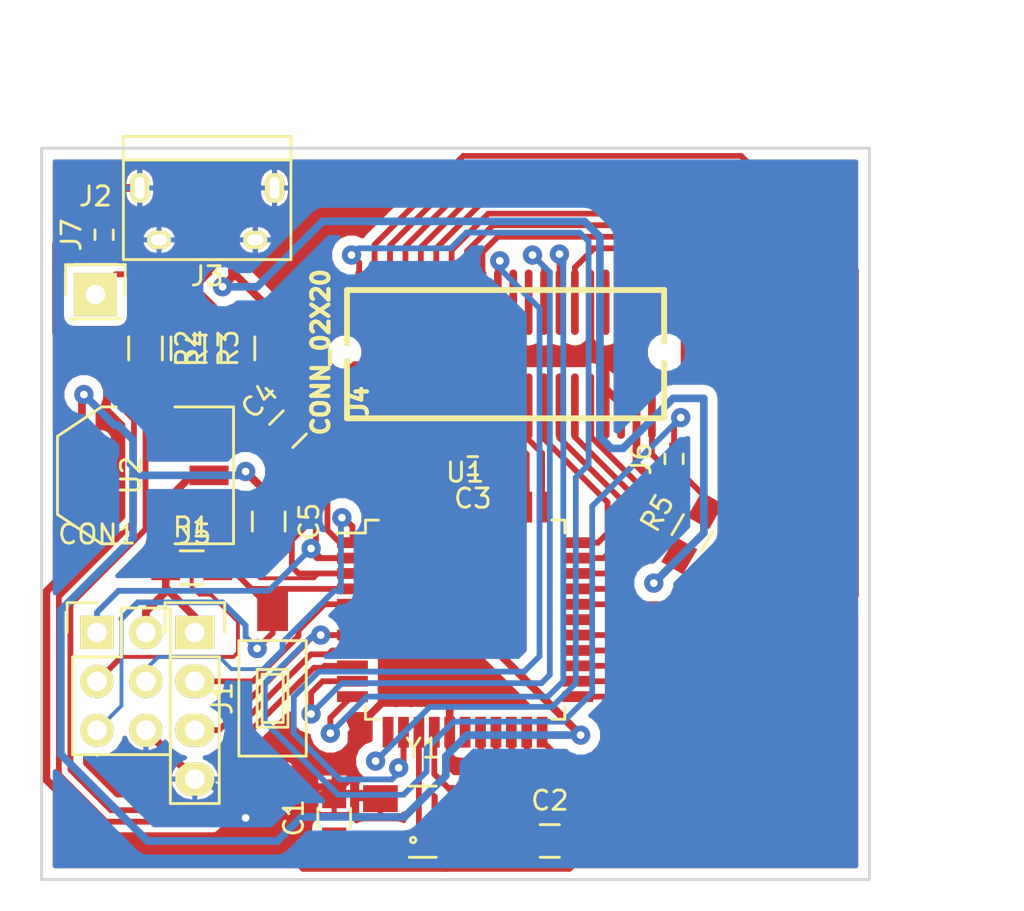
<source format=kicad_pcb>
(kicad_pcb (version 4) (host pcbnew 4.0.6+dfsg1-1)

  (general
    (links 85)
    (no_connects 0)
    (area 52.924999 24.924999 96.075001 63.075001)
    (thickness 1.6)
    (drawings 6)
    (tracks 591)
    (zones 0)
    (modules 21)
    (nets 51)
  )

  (page A4)
  (layers
    (0 F.Cu signal)
    (31 B.Cu signal)
    (32 B.Adhes user)
    (33 F.Adhes user)
    (34 B.Paste user)
    (35 F.Paste user)
    (36 B.SilkS user)
    (37 F.SilkS user)
    (38 B.Mask user)
    (39 F.Mask user)
    (40 Dwgs.User user)
    (41 Cmts.User user)
    (42 Eco1.User user)
    (43 Eco2.User user)
    (44 Edge.Cuts user)
    (45 Margin user)
    (46 B.CrtYd user)
    (47 F.CrtYd user)
    (48 B.Fab user)
    (49 F.Fab user)
  )

  (setup
    (last_trace_width 0.3)
    (user_trace_width 0.2)
    (user_trace_width 0.3)
    (trace_clearance 0.235)
    (zone_clearance 0.508)
    (zone_45_only no)
    (trace_min 0.2)
    (segment_width 0.2)
    (edge_width 0.15)
    (via_size 1)
    (via_drill 0.4)
    (via_min_size 0.4)
    (via_min_drill 0.3)
    (uvia_size 0.3)
    (uvia_drill 0.1)
    (uvias_allowed no)
    (uvia_min_size 0.2)
    (uvia_min_drill 0.1)
    (pcb_text_width 0.3)
    (pcb_text_size 1.5 1.5)
    (mod_edge_width 0.15)
    (mod_text_size 1 1)
    (mod_text_width 0.15)
    (pad_size 2.5 3)
    (pad_drill 0)
    (pad_to_mask_clearance 0.2)
    (aux_axis_origin 0 0)
    (visible_elements FFFFFF7F)
    (pcbplotparams
      (layerselection 0x00030_80000001)
      (usegerberextensions false)
      (excludeedgelayer true)
      (linewidth 0.100000)
      (plotframeref false)
      (viasonmask false)
      (mode 1)
      (useauxorigin false)
      (hpglpennumber 1)
      (hpglpenspeed 20)
      (hpglpendiameter 15)
      (hpglpenoverlay 2)
      (psnegative false)
      (psa4output false)
      (plotreference true)
      (plotvalue true)
      (plotinvisibletext false)
      (padsonsilk false)
      (subtractmaskfromsilk false)
      (outputformat 1)
      (mirror false)
      (drillshape 1)
      (scaleselection 1)
      (outputdirectory ""))
  )

  (net 0 "")
  (net 1 "Net-(C1-Pad1)")
  (net 2 GND)
  (net 3 "Net-(C2-Pad1)")
  (net 4 +3V3)
  (net 5 +5V)
  (net 6 /B6)
  (net 7 /B7)
  (net 8 /B5)
  (net 9 /RST)
  (net 10 "Net-(J2-Pad1)")
  (net 11 "Net-(J3-Pad2)")
  (net 12 "Net-(J3-Pad3)")
  (net 13 /hotkey)
  (net 14 /A0)
  (net 15 /C0)
  (net 16 /A1)
  (net 17 /C1)
  (net 18 /A2)
  (net 19 /C2)
  (net 20 /A3)
  (net 21 /C3)
  (net 22 /A4)
  (net 23 /C4)
  (net 24 /A5)
  (net 25 /C5)
  (net 26 /A6)
  (net 27 /C6)
  (net 28 /A7)
  (net 29 /C7)
  (net 30 /B0)
  (net 31 /power)
  (net 32 /B1)
  (net 33 /B2)
  (net 34 /B3)
  (net 35 /kb_id0)
  (net 36 /B4)
  (net 37 /kb_id1)
  (net 38 /kb_id2)
  (net 39 /tp_data)
  (net 40 /tp_ck)
  (net 41 /tp_rst)
  (net 42 "Net-(J5-Pad2)")
  (net 43 "Net-(R2-Pad2)")
  (net 44 "Net-(R3-Pad2)")
  (net 45 "Net-(J4-Pad22)")
  (net 46 "Net-(J4-Pad24)")
  (net 47 "Net-(J4-Pad34)")
  (net 48 "Net-(J4-Pad36)")
  (net 49 /tp_rst_b)
  (net 50 "Net-(J3-Pad5)")

  (net_class Default "This is the default net class."
    (clearance 0.235)
    (trace_width 0.3)
    (via_dia 1)
    (via_drill 0.4)
    (uvia_dia 0.3)
    (uvia_drill 0.1)
    (add_net /A0)
    (add_net /A1)
    (add_net /A2)
    (add_net /A3)
    (add_net /A4)
    (add_net /A5)
    (add_net /A6)
    (add_net /A7)
    (add_net /B0)
    (add_net /B1)
    (add_net /B2)
    (add_net /B3)
    (add_net /B4)
    (add_net /B5)
    (add_net /B6)
    (add_net /B7)
    (add_net /C0)
    (add_net /C1)
    (add_net /C2)
    (add_net /C3)
    (add_net /C4)
    (add_net /C5)
    (add_net /C6)
    (add_net /C7)
    (add_net /RST)
    (add_net /hotkey)
    (add_net /kb_id0)
    (add_net /kb_id1)
    (add_net /kb_id2)
    (add_net /power)
    (add_net /tp_ck)
    (add_net /tp_data)
    (add_net /tp_rst)
    (add_net /tp_rst_b)
    (add_net "Net-(C1-Pad1)")
    (add_net "Net-(J4-Pad22)")
    (add_net "Net-(J4-Pad24)")
    (add_net "Net-(J4-Pad34)")
    (add_net "Net-(J4-Pad36)")
    (add_net "Net-(J5-Pad2)")
    (add_net "Net-(R2-Pad2)")
    (add_net "Net-(R3-Pad2)")
  )

  (net_class narrow ""
    (clearance 0.2)
    (trace_width 0.3)
    (via_dia 1)
    (via_drill 0.4)
    (uvia_dia 0.3)
    (uvia_drill 0.1)
    (add_net "Net-(C2-Pad1)")
    (add_net "Net-(J2-Pad1)")
    (add_net "Net-(J3-Pad2)")
    (add_net "Net-(J3-Pad3)")
  )

  (net_class power ""
    (clearance 0.3)
    (trace_width 0.4)
    (via_dia 1)
    (via_drill 0.4)
    (uvia_dia 0.3)
    (uvia_drill 0.1)
    (add_net +3V3)
    (add_net GND)
  )

  (net_class power-narrow ""
    (clearance 0.2)
    (trace_width 0.4)
    (via_dia 1)
    (via_drill 0.4)
    (uvia_dia 0.3)
    (uvia_drill 0.1)
    (add_net +5V)
    (add_net "Net-(J3-Pad5)")
  )

  (module KX14:KX14 (layer F.Cu) (tedit 59BB0C9E) (tstamp 59BAE09F)
    (at 77.1 35.6)
    (path /59BABC9C)
    (fp_text reference J4 (at -7.6 2.546 270) (layer F.SilkS)
      (effects (font (size 0.889 0.889) (thickness 0.3048)))
    )
    (fp_text value CONN_02X20 (at -9.6 0 270) (layer F.SilkS)
      (effects (font (size 0.889 0.889) (thickness 0.3048)))
    )
    (fp_line (start -8.235 3.435) (end 8.2369 3.435) (layer F.SilkS) (width 0.3048))
    (fp_line (start 8.2369 3.435) (end 8.2369 -3.2325) (layer F.SilkS) (width 0.3048))
    (fp_line (start 8.2369 -3.2325) (end -8.235 -3.2325) (layer F.SilkS) (width 0.3048))
    (fp_line (start -8.235 -3.2325) (end -8.235 3.435) (layer F.SilkS) (width 0.3048))
    (pad 1 smd oval (at -7.6 2.8) (size 0.39878 3.4036) (layers F.Cu F.Paste F.Mask)
      (net 7 /B7))
    (pad 2 smd oval (at -7.6 -2.5975 180) (size 0.39878 3.4036) (layers F.Cu F.Paste F.Mask)
      (net 13 /hotkey))
    (pad 3 smd oval (at -6.7999 2.8) (size 0.39878 3.4036) (layers F.Cu F.Paste F.Mask)
      (net 6 /B6))
    (pad 4 smd oval (at -6.7999 -2.5975 180) (size 0.39878 3.4036) (layers F.Cu F.Paste F.Mask)
      (net 15 /C0))
    (pad 5 smd oval (at -5.9998 2.8) (size 0.39878 3.4036) (layers F.Cu F.Paste F.Mask)
      (net 8 /B5))
    (pad 6 smd oval (at -5.9998 -2.5975 180) (size 0.39878 3.4036) (layers F.Cu F.Paste F.Mask)
      (net 17 /C1))
    (pad 7 smd oval (at -5.1997 2.8) (size 0.39878 3.4036) (layers F.Cu F.Paste F.Mask)
      (net 36 /B4))
    (pad 8 smd oval (at -5.1997 -2.5975 180) (size 0.39878 3.4036) (layers F.Cu F.Paste F.Mask)
      (net 19 /C2))
    (pad 9 smd oval (at -4.3996 2.8) (size 0.39878 3.4036) (layers F.Cu F.Paste F.Mask)
      (net 34 /B3))
    (pad 10 smd oval (at -4.3996 -2.5975 180) (size 0.39878 3.4036) (layers F.Cu F.Paste F.Mask)
      (net 21 /C3))
    (pad 11 smd oval (at -3.5995 2.8) (size 0.39878 3.4036) (layers F.Cu F.Paste F.Mask)
      (net 33 /B2))
    (pad 12 smd oval (at -3.5995 -2.5975 180) (size 0.39878 3.4036) (layers F.Cu F.Paste F.Mask)
      (net 23 /C4))
    (pad 13 smd oval (at -2.7994 2.8) (size 0.39878 3.4036) (layers F.Cu F.Paste F.Mask)
      (net 32 /B1))
    (pad 14 smd oval (at -2.7994 -2.5975 180) (size 0.39878 3.4036) (layers F.Cu F.Paste F.Mask)
      (net 25 /C5))
    (pad 15 smd oval (at -1.9993 2.8) (size 0.39878 3.4036) (layers F.Cu F.Paste F.Mask)
      (net 30 /B0))
    (pad 16 smd oval (at -1.9993 -2.5975 180) (size 0.39878 3.4036) (layers F.Cu F.Paste F.Mask)
      (net 27 /C6))
    (pad 17 smd oval (at -1.1992 2.8) (size 0.39878 3.4036) (layers F.Cu F.Paste F.Mask)
      (net 14 /A0))
    (pad 18 smd oval (at -1.1992 -2.5975 180) (size 0.39878 3.4036) (layers F.Cu F.Paste F.Mask)
      (net 29 /C7))
    (pad 19 smd oval (at -0.3991 2.8) (size 0.39878 3.4036) (layers F.Cu F.Paste F.Mask)
      (net 16 /A1))
    (pad 20 smd oval (at -0.3991 -2.5975 180) (size 0.39878 3.4036) (layers F.Cu F.Paste F.Mask)
      (net 31 /power))
    (pad 21 smd oval (at 0.401 2.8) (size 0.39878 3.4036) (layers F.Cu F.Paste F.Mask)
      (net 18 /A2))
    (pad 22 smd oval (at 0.401 -2.5975 180) (size 0.39878 3.4036) (layers F.Cu F.Paste F.Mask)
      (net 45 "Net-(J4-Pad22)"))
    (pad 23 smd oval (at 1.2011 2.8) (size 0.39878 3.4036) (layers F.Cu F.Paste F.Mask)
      (net 20 /A3))
    (pad 24 smd oval (at 1.2011 -2.5975 180) (size 0.39878 3.4036) (layers F.Cu F.Paste F.Mask)
      (net 46 "Net-(J4-Pad24)"))
    (pad 25 smd oval (at 2.0012 2.8) (size 0.39878 3.4036) (layers F.Cu F.Paste F.Mask)
      (net 22 /A4))
    (pad 26 smd oval (at 2.0012 -2.5975 180) (size 0.39878 3.4036) (layers F.Cu F.Paste F.Mask)
      (net 35 /kb_id0))
    (pad 27 smd oval (at 2.8013 2.8) (size 0.39878 3.4036) (layers F.Cu F.Paste F.Mask)
      (net 24 /A5))
    (pad 28 smd oval (at 2.8013 -2.5975 180) (size 0.39878 3.4036) (layers F.Cu F.Paste F.Mask)
      (net 37 /kb_id1))
    (pad 29 smd oval (at 3.6014 2.8) (size 0.39878 3.4036) (layers F.Cu F.Paste F.Mask)
      (net 26 /A6))
    (pad 30 smd oval (at 3.6014 -2.5975 180) (size 0.39878 3.4036) (layers F.Cu F.Paste F.Mask)
      (net 38 /kb_id2))
    (pad 31 smd oval (at 4.4015 2.8) (size 0.39878 3.4036) (layers F.Cu F.Paste F.Mask)
      (net 28 /A7))
    (pad 32 smd oval (at 4.4015 -2.5975 180) (size 0.39878 3.4036) (layers F.Cu F.Paste F.Mask)
      (net 2 GND))
    (pad 33 smd oval (at 5.2016 2.8) (size 0.39878 3.4036) (layers F.Cu F.Paste F.Mask)
      (net 2 GND))
    (pad 34 smd oval (at 5.2016 -2.5975 180) (size 0.39878 3.4036) (layers F.Cu F.Paste F.Mask)
      (net 47 "Net-(J4-Pad34)"))
    (pad 35 smd oval (at 6.0017 2.8) (size 0.39878 3.4036) (layers F.Cu F.Paste F.Mask)
      (net 2 GND))
    (pad 36 smd oval (at 6.0017 -2.5975 180) (size 0.39878 3.4036) (layers F.Cu F.Paste F.Mask)
      (net 48 "Net-(J4-Pad36)"))
    (pad 37 smd oval (at 6.8018 2.8) (size 0.39878 3.4036) (layers F.Cu F.Paste F.Mask)
      (net 5 +5V))
    (pad 38 smd oval (at 6.8018 -2.5975 180) (size 0.39878 3.4036) (layers F.Cu F.Paste F.Mask)
      (net 39 /tp_data))
    (pad 39 smd oval (at 7.6019 2.8) (size 0.39878 3.4036) (layers F.Cu F.Paste F.Mask)
      (net 41 /tp_rst))
    (pad 40 smd oval (at 7.6019 -2.5975 180) (size 0.39878 3.4036) (layers F.Cu F.Paste F.Mask)
      (net 40 /tp_ck))
    (pad "" np_thru_hole circle (at -8.35 0) (size 0.7 0.7) (drill 0.7) (layers *.Cu *.Mask))
    (pad "" np_thru_hole circle (at 8.35 0) (size 0.9 0.9) (drill 0.9) (layers *.Cu *.Mask))
    (pad 41 smd rect (at -10.85 0) (size 2.5 3) (layers F.Cu F.Paste F.Mask)
      (net 2 GND))
    (pad 42 smd rect (at 10.35 0) (size 2.5 3) (layers F.Cu F.Paste F.Mask))
  )

  (module Capacitors_SMD:C_0805_HandSoldering (layer F.Cu) (tedit 541A9B8D) (tstamp 59BACDB0)
    (at 68.2 59.8 90)
    (descr "Capacitor SMD 0805, hand soldering")
    (tags "capacitor 0805")
    (path /59BAA7C0)
    (attr smd)
    (fp_text reference C1 (at 0 -2.1 90) (layer F.SilkS)
      (effects (font (size 1 1) (thickness 0.15)))
    )
    (fp_text value C (at 0 2.1 90) (layer F.Fab)
      (effects (font (size 1 1) (thickness 0.15)))
    )
    (fp_line (start -2.3 -1) (end 2.3 -1) (layer F.CrtYd) (width 0.05))
    (fp_line (start -2.3 1) (end 2.3 1) (layer F.CrtYd) (width 0.05))
    (fp_line (start -2.3 -1) (end -2.3 1) (layer F.CrtYd) (width 0.05))
    (fp_line (start 2.3 -1) (end 2.3 1) (layer F.CrtYd) (width 0.05))
    (fp_line (start 0.5 -0.85) (end -0.5 -0.85) (layer F.SilkS) (width 0.15))
    (fp_line (start -0.5 0.85) (end 0.5 0.85) (layer F.SilkS) (width 0.15))
    (pad 1 smd rect (at -1.25 0 90) (size 1.5 1.25) (layers F.Cu F.Paste F.Mask)
      (net 1 "Net-(C1-Pad1)"))
    (pad 2 smd rect (at 1.25 0 90) (size 1.5 1.25) (layers F.Cu F.Paste F.Mask)
      (net 2 GND))
    (model Capacitors_SMD.3dshapes/C_0805_HandSoldering.wrl
      (at (xyz 0 0 0))
      (scale (xyz 1 1 1))
      (rotate (xyz 0 0 0))
    )
  )

  (module Capacitors_SMD:C_0805_HandSoldering (layer F.Cu) (tedit 541A9B8D) (tstamp 59BACDB6)
    (at 79.4 61)
    (descr "Capacitor SMD 0805, hand soldering")
    (tags "capacitor 0805")
    (path /59BAA81C)
    (attr smd)
    (fp_text reference C2 (at 0 -2.1) (layer F.SilkS)
      (effects (font (size 1 1) (thickness 0.15)))
    )
    (fp_text value C (at 0 2.1) (layer F.Fab)
      (effects (font (size 1 1) (thickness 0.15)))
    )
    (fp_line (start -2.3 -1) (end 2.3 -1) (layer F.CrtYd) (width 0.05))
    (fp_line (start -2.3 1) (end 2.3 1) (layer F.CrtYd) (width 0.05))
    (fp_line (start -2.3 -1) (end -2.3 1) (layer F.CrtYd) (width 0.05))
    (fp_line (start 2.3 -1) (end 2.3 1) (layer F.CrtYd) (width 0.05))
    (fp_line (start 0.5 -0.85) (end -0.5 -0.85) (layer F.SilkS) (width 0.15))
    (fp_line (start -0.5 0.85) (end 0.5 0.85) (layer F.SilkS) (width 0.15))
    (pad 1 smd rect (at -1.25 0) (size 1.5 1.25) (layers F.Cu F.Paste F.Mask)
      (net 3 "Net-(C2-Pad1)"))
    (pad 2 smd rect (at 1.25 0) (size 1.5 1.25) (layers F.Cu F.Paste F.Mask)
      (net 2 GND))
    (model Capacitors_SMD.3dshapes/C_0805_HandSoldering.wrl
      (at (xyz 0 0 0))
      (scale (xyz 1 1 1))
      (rotate (xyz 0 0 0))
    )
  )

  (module Capacitors_SMD:C_0805_HandSoldering (layer F.Cu) (tedit 541A9B8D) (tstamp 59BACDC2)
    (at 65.8 39.6 45)
    (descr "Capacitor SMD 0805, hand soldering")
    (tags "capacitor 0805")
    (path /59BAB02A)
    (attr smd)
    (fp_text reference C4 (at 0 -2.1 45) (layer F.SilkS)
      (effects (font (size 1 1) (thickness 0.15)))
    )
    (fp_text value 10u (at 0 2.1 45) (layer F.Fab)
      (effects (font (size 1 1) (thickness 0.15)))
    )
    (fp_line (start -2.3 -1) (end 2.3 -1) (layer F.CrtYd) (width 0.05))
    (fp_line (start -2.3 1) (end 2.3 1) (layer F.CrtYd) (width 0.05))
    (fp_line (start -2.3 -1) (end -2.3 1) (layer F.CrtYd) (width 0.05))
    (fp_line (start 2.3 -1) (end 2.3 1) (layer F.CrtYd) (width 0.05))
    (fp_line (start 0.5 -0.85) (end -0.5 -0.85) (layer F.SilkS) (width 0.15))
    (fp_line (start -0.5 0.85) (end 0.5 0.85) (layer F.SilkS) (width 0.15))
    (pad 1 smd rect (at -1.25 0 45) (size 1.5 1.25) (layers F.Cu F.Paste F.Mask)
      (net 5 +5V))
    (pad 2 smd rect (at 1.25 0 45) (size 1.5 1.25) (layers F.Cu F.Paste F.Mask)
      (net 2 GND))
    (model Capacitors_SMD.3dshapes/C_0805_HandSoldering.wrl
      (at (xyz 0 0 0))
      (scale (xyz 1 1 1))
      (rotate (xyz 0 0 0))
    )
  )

  (module Capacitors_SMD:C_0805_HandSoldering (layer F.Cu) (tedit 541A9B8D) (tstamp 59BACDC8)
    (at 64.8 44.4 270)
    (descr "Capacitor SMD 0805, hand soldering")
    (tags "capacitor 0805")
    (path /59BAB079)
    (attr smd)
    (fp_text reference C5 (at 0 -2.1 270) (layer F.SilkS)
      (effects (font (size 1 1) (thickness 0.15)))
    )
    (fp_text value 10u (at 0 2.1 270) (layer F.Fab)
      (effects (font (size 1 1) (thickness 0.15)))
    )
    (fp_line (start -2.3 -1) (end 2.3 -1) (layer F.CrtYd) (width 0.05))
    (fp_line (start -2.3 1) (end 2.3 1) (layer F.CrtYd) (width 0.05))
    (fp_line (start -2.3 -1) (end -2.3 1) (layer F.CrtYd) (width 0.05))
    (fp_line (start 2.3 -1) (end 2.3 1) (layer F.CrtYd) (width 0.05))
    (fp_line (start 0.5 -0.85) (end -0.5 -0.85) (layer F.SilkS) (width 0.15))
    (fp_line (start -0.5 0.85) (end 0.5 0.85) (layer F.SilkS) (width 0.15))
    (pad 1 smd rect (at -1.25 0 270) (size 1.5 1.25) (layers F.Cu F.Paste F.Mask)
      (net 4 +3V3))
    (pad 2 smd rect (at 1.25 0 270) (size 1.5 1.25) (layers F.Cu F.Paste F.Mask)
      (net 2 GND))
    (model Capacitors_SMD.3dshapes/C_0805_HandSoldering.wrl
      (at (xyz 0 0 0))
      (scale (xyz 1 1 1))
      (rotate (xyz 0 0 0))
    )
  )

  (module Pin_Headers:Pin_Header_Straight_2x03 (layer F.Cu) (tedit 54EA0A4B) (tstamp 59BACDD2)
    (at 55.88 50.165)
    (descr "Through hole pin header")
    (tags "pin header")
    (path /59BABE2B)
    (fp_text reference CON1 (at 0 -5.1) (layer F.SilkS)
      (effects (font (size 1 1) (thickness 0.15)))
    )
    (fp_text value AVR-ISP-6 (at 0 -3.1) (layer F.Fab)
      (effects (font (size 1 1) (thickness 0.15)))
    )
    (fp_line (start -1.27 1.27) (end -1.27 6.35) (layer F.SilkS) (width 0.15))
    (fp_line (start -1.55 -1.55) (end 0 -1.55) (layer F.SilkS) (width 0.15))
    (fp_line (start -1.75 -1.75) (end -1.75 6.85) (layer F.CrtYd) (width 0.05))
    (fp_line (start 4.3 -1.75) (end 4.3 6.85) (layer F.CrtYd) (width 0.05))
    (fp_line (start -1.75 -1.75) (end 4.3 -1.75) (layer F.CrtYd) (width 0.05))
    (fp_line (start -1.75 6.85) (end 4.3 6.85) (layer F.CrtYd) (width 0.05))
    (fp_line (start 1.27 -1.27) (end 1.27 1.27) (layer F.SilkS) (width 0.15))
    (fp_line (start 1.27 1.27) (end -1.27 1.27) (layer F.SilkS) (width 0.15))
    (fp_line (start -1.27 6.35) (end 3.81 6.35) (layer F.SilkS) (width 0.15))
    (fp_line (start 3.81 6.35) (end 3.81 1.27) (layer F.SilkS) (width 0.15))
    (fp_line (start -1.55 -1.55) (end -1.55 0) (layer F.SilkS) (width 0.15))
    (fp_line (start 3.81 -1.27) (end 1.27 -1.27) (layer F.SilkS) (width 0.15))
    (fp_line (start 3.81 1.27) (end 3.81 -1.27) (layer F.SilkS) (width 0.15))
    (pad 1 thru_hole rect (at 0 0) (size 1.7272 1.7272) (drill 1.016) (layers *.Cu *.Mask F.SilkS)
      (net 6 /B6))
    (pad 2 thru_hole oval (at 2.54 0) (size 1.7272 1.7272) (drill 1.016) (layers *.Cu *.Mask F.SilkS)
      (net 4 +3V3))
    (pad 3 thru_hole oval (at 0 2.54) (size 1.7272 1.7272) (drill 1.016) (layers *.Cu *.Mask F.SilkS)
      (net 7 /B7))
    (pad 4 thru_hole oval (at 2.54 2.54) (size 1.7272 1.7272) (drill 1.016) (layers *.Cu *.Mask F.SilkS)
      (net 8 /B5))
    (pad 5 thru_hole oval (at 0 5.08) (size 1.7272 1.7272) (drill 1.016) (layers *.Cu *.Mask F.SilkS)
      (net 9 /RST))
    (pad 6 thru_hole oval (at 2.54 5.08) (size 1.7272 1.7272) (drill 1.016) (layers *.Cu *.Mask F.SilkS)
      (net 2 GND))
    (model Pin_Headers.3dshapes/Pin_Header_Straight_2x03.wrl
      (at (xyz 0.05 -0.1 0))
      (scale (xyz 1 1 1))
      (rotate (xyz 0 0 90))
    )
  )

  (module Pin_Headers:Pin_Header_Straight_1x01 (layer F.Cu) (tedit 54EA08DC) (tstamp 59BACDDD)
    (at 55.8 32.6)
    (descr "Through hole pin header")
    (tags "pin header")
    (path /59BAAD3D)
    (fp_text reference J2 (at 0 -5.1) (layer F.SilkS)
      (effects (font (size 1 1) (thickness 0.15)))
    )
    (fp_text value CONN_01X01 (at 0 -3.1) (layer F.Fab)
      (effects (font (size 1 1) (thickness 0.15)))
    )
    (fp_line (start 1.55 -1.55) (end 1.55 0) (layer F.SilkS) (width 0.15))
    (fp_line (start -1.75 -1.75) (end -1.75 1.75) (layer F.CrtYd) (width 0.05))
    (fp_line (start 1.75 -1.75) (end 1.75 1.75) (layer F.CrtYd) (width 0.05))
    (fp_line (start -1.75 -1.75) (end 1.75 -1.75) (layer F.CrtYd) (width 0.05))
    (fp_line (start -1.75 1.75) (end 1.75 1.75) (layer F.CrtYd) (width 0.05))
    (fp_line (start -1.55 0) (end -1.55 -1.55) (layer F.SilkS) (width 0.15))
    (fp_line (start -1.55 -1.55) (end 1.55 -1.55) (layer F.SilkS) (width 0.15))
    (fp_line (start -1.27 1.27) (end 1.27 1.27) (layer F.SilkS) (width 0.15))
    (pad 1 thru_hole rect (at 0 0) (size 2.2352 2.2352) (drill 1.016) (layers *.Cu *.Mask F.SilkS)
      (net 10 "Net-(J2-Pad1)"))
    (model Pin_Headers.3dshapes/Pin_Header_Straight_1x01.wrl
      (at (xyz 0 0 0))
      (scale (xyz 1 1 1))
      (rotate (xyz 0 0 90))
    )
  )

  (module Connect:USB_Micro-B (layer F.Cu) (tedit 5543E447) (tstamp 59BACDEA)
    (at 61.6 28.2 180)
    (descr "Micro USB Type B Receptacle")
    (tags "USB USB_B USB_micro USB_OTG")
    (path /59BAAA88)
    (attr smd)
    (fp_text reference J3 (at 0 -3.45 180) (layer F.SilkS)
      (effects (font (size 1 1) (thickness 0.15)))
    )
    (fp_text value USB_OTG (at 0 4.8 180) (layer F.Fab)
      (effects (font (size 1 1) (thickness 0.15)))
    )
    (fp_line (start -4.6 -2.8) (end 4.6 -2.8) (layer F.CrtYd) (width 0.05))
    (fp_line (start 4.6 -2.8) (end 4.6 4.05) (layer F.CrtYd) (width 0.05))
    (fp_line (start 4.6 4.05) (end -4.6 4.05) (layer F.CrtYd) (width 0.05))
    (fp_line (start -4.6 4.05) (end -4.6 -2.8) (layer F.CrtYd) (width 0.05))
    (fp_line (start -4.3509 3.81746) (end 4.3491 3.81746) (layer F.SilkS) (width 0.15))
    (fp_line (start -4.3509 -2.58754) (end 4.3491 -2.58754) (layer F.SilkS) (width 0.15))
    (fp_line (start 4.3491 -2.58754) (end 4.3491 3.81746) (layer F.SilkS) (width 0.15))
    (fp_line (start 4.3491 2.58746) (end -4.3509 2.58746) (layer F.SilkS) (width 0.15))
    (fp_line (start -4.3509 3.81746) (end -4.3509 -2.58754) (layer F.SilkS) (width 0.15))
    (pad 1 smd rect (at -1.3009 -1.56254 270) (size 1.35 0.4) (layers F.Cu F.Paste F.Mask)
      (net 5 +5V))
    (pad 2 smd rect (at -0.6509 -1.56254 270) (size 1.35 0.4) (layers F.Cu F.Paste F.Mask)
      (net 11 "Net-(J3-Pad2)"))
    (pad 3 smd rect (at -0.0009 -1.56254 270) (size 1.35 0.4) (layers F.Cu F.Paste F.Mask)
      (net 12 "Net-(J3-Pad3)"))
    (pad 4 smd rect (at 0.6491 -1.56254 270) (size 1.35 0.4) (layers F.Cu F.Paste F.Mask)
      (net 10 "Net-(J2-Pad1)"))
    (pad 5 smd rect (at 1.2991 -1.56254 270) (size 1.35 0.4) (layers F.Cu F.Paste F.Mask)
      (net 50 "Net-(J3-Pad5)"))
    (pad 6 thru_hole oval (at -2.5009 -1.56254 270) (size 0.95 1.25) (drill oval 0.55 0.85) (layers *.Cu *.Mask F.SilkS)
      (net 2 GND))
    (pad 6 thru_hole oval (at 2.4991 -1.56254 270) (size 0.95 1.25) (drill oval 0.55 0.85) (layers *.Cu *.Mask F.SilkS)
      (net 2 GND))
    (pad 6 thru_hole oval (at -3.5009 1.13746 270) (size 1.55 1) (drill oval 1.15 0.5) (layers *.Cu *.Mask F.SilkS)
      (net 2 GND))
    (pad 6 thru_hole oval (at 3.4991 1.13746 270) (size 1.55 1) (drill oval 1.15 0.5) (layers *.Cu *.Mask F.SilkS)
      (net 2 GND))
  )

  (module Pin_Headers:Pin_Header_Straight_1x04 (layer F.Cu) (tedit 0) (tstamp 59BACE1E)
    (at 60.96 50.165)
    (descr "Through hole pin header")
    (tags "pin header")
    (path /59BAE64F)
    (fp_text reference J5 (at 0 -5.1) (layer F.SilkS)
      (effects (font (size 1 1) (thickness 0.15)))
    )
    (fp_text value CONN_01X04 (at 0 -3.1) (layer F.Fab)
      (effects (font (size 1 1) (thickness 0.15)))
    )
    (fp_line (start -1.75 -1.75) (end -1.75 9.4) (layer F.CrtYd) (width 0.05))
    (fp_line (start 1.75 -1.75) (end 1.75 9.4) (layer F.CrtYd) (width 0.05))
    (fp_line (start -1.75 -1.75) (end 1.75 -1.75) (layer F.CrtYd) (width 0.05))
    (fp_line (start -1.75 9.4) (end 1.75 9.4) (layer F.CrtYd) (width 0.05))
    (fp_line (start -1.27 1.27) (end -1.27 8.89) (layer F.SilkS) (width 0.15))
    (fp_line (start 1.27 1.27) (end 1.27 8.89) (layer F.SilkS) (width 0.15))
    (fp_line (start 1.55 -1.55) (end 1.55 0) (layer F.SilkS) (width 0.15))
    (fp_line (start -1.27 8.89) (end 1.27 8.89) (layer F.SilkS) (width 0.15))
    (fp_line (start 1.27 1.27) (end -1.27 1.27) (layer F.SilkS) (width 0.15))
    (fp_line (start -1.55 0) (end -1.55 -1.55) (layer F.SilkS) (width 0.15))
    (fp_line (start -1.55 -1.55) (end 1.55 -1.55) (layer F.SilkS) (width 0.15))
    (pad 1 thru_hole rect (at 0 0) (size 2.032 1.7272) (drill 1.016) (layers *.Cu *.Mask F.SilkS)
      (net 4 +3V3))
    (pad 2 thru_hole oval (at 0 2.54) (size 2.032 1.7272) (drill 1.016) (layers *.Cu *.Mask F.SilkS)
      (net 42 "Net-(J5-Pad2)"))
    (pad 3 thru_hole oval (at 0 5.08) (size 2.032 1.7272) (drill 1.016) (layers *.Cu *.Mask F.SilkS)
      (net 49 /tp_rst_b))
    (pad 4 thru_hole oval (at 0 7.62) (size 2.032 1.7272) (drill 1.016) (layers *.Cu *.Mask F.SilkS)
      (net 2 GND))
    (model Pin_Headers.3dshapes/Pin_Header_Straight_1x04.wrl
      (at (xyz 0 -0.15 0))
      (scale (xyz 1 1 1))
      (rotate (xyz 0 0 90))
    )
  )

  (module Resistors_SMD:R_0805_HandSoldering (layer F.Cu) (tedit 54189DEE) (tstamp 59BACE24)
    (at 60.8 46.8)
    (descr "Resistor SMD 0805, hand soldering")
    (tags "resistor 0805")
    (path /59BAB4EC)
    (attr smd)
    (fp_text reference R1 (at 0 -2.1) (layer F.SilkS)
      (effects (font (size 1 1) (thickness 0.15)))
    )
    (fp_text value 10k (at 0 2.1) (layer F.Fab)
      (effects (font (size 1 1) (thickness 0.15)))
    )
    (fp_line (start -2.4 -1) (end 2.4 -1) (layer F.CrtYd) (width 0.05))
    (fp_line (start -2.4 1) (end 2.4 1) (layer F.CrtYd) (width 0.05))
    (fp_line (start -2.4 -1) (end -2.4 1) (layer F.CrtYd) (width 0.05))
    (fp_line (start 2.4 -1) (end 2.4 1) (layer F.CrtYd) (width 0.05))
    (fp_line (start 0.6 0.875) (end -0.6 0.875) (layer F.SilkS) (width 0.15))
    (fp_line (start -0.6 -0.875) (end 0.6 -0.875) (layer F.SilkS) (width 0.15))
    (pad 1 smd rect (at -1.35 0) (size 1.5 1.3) (layers F.Cu F.Paste F.Mask)
      (net 4 +3V3))
    (pad 2 smd rect (at 1.35 0) (size 1.5 1.3) (layers F.Cu F.Paste F.Mask)
      (net 9 /RST))
    (model Resistors_SMD.3dshapes/R_0805_HandSoldering.wrl
      (at (xyz 0 0 0))
      (scale (xyz 1 1 1))
      (rotate (xyz 0 0 0))
    )
  )

  (module Resistors_SMD:R_0805_HandSoldering (layer F.Cu) (tedit 54189DEE) (tstamp 59BACE2A)
    (at 58.4 35.4 270)
    (descr "Resistor SMD 0805, hand soldering")
    (tags "resistor 0805")
    (path /59BAA96A)
    (attr smd)
    (fp_text reference R2 (at 0 -2.1 270) (layer F.SilkS)
      (effects (font (size 1 1) (thickness 0.15)))
    )
    (fp_text value 68 (at 0 2.1 270) (layer F.Fab)
      (effects (font (size 1 1) (thickness 0.15)))
    )
    (fp_line (start -2.4 -1) (end 2.4 -1) (layer F.CrtYd) (width 0.05))
    (fp_line (start -2.4 1) (end 2.4 1) (layer F.CrtYd) (width 0.05))
    (fp_line (start -2.4 -1) (end -2.4 1) (layer F.CrtYd) (width 0.05))
    (fp_line (start 2.4 -1) (end 2.4 1) (layer F.CrtYd) (width 0.05))
    (fp_line (start 0.6 0.875) (end -0.6 0.875) (layer F.SilkS) (width 0.15))
    (fp_line (start -0.6 -0.875) (end 0.6 -0.875) (layer F.SilkS) (width 0.15))
    (pad 1 smd rect (at -1.35 0 270) (size 1.5 1.3) (layers F.Cu F.Paste F.Mask)
      (net 12 "Net-(J3-Pad3)"))
    (pad 2 smd rect (at 1.35 0 270) (size 1.5 1.3) (layers F.Cu F.Paste F.Mask)
      (net 43 "Net-(R2-Pad2)"))
    (model Resistors_SMD.3dshapes/R_0805_HandSoldering.wrl
      (at (xyz 0 0 0))
      (scale (xyz 1 1 1))
      (rotate (xyz 0 0 0))
    )
  )

  (module Resistors_SMD:R_0805_HandSoldering (layer F.Cu) (tedit 54189DEE) (tstamp 59BACE30)
    (at 60.6 35.4 270)
    (descr "Resistor SMD 0805, hand soldering")
    (tags "resistor 0805")
    (path /59BAA9CB)
    (attr smd)
    (fp_text reference R3 (at 0 -2.1 270) (layer F.SilkS)
      (effects (font (size 1 1) (thickness 0.15)))
    )
    (fp_text value 68 (at 0 2.1 270) (layer F.Fab)
      (effects (font (size 1 1) (thickness 0.15)))
    )
    (fp_line (start -2.4 -1) (end 2.4 -1) (layer F.CrtYd) (width 0.05))
    (fp_line (start -2.4 1) (end 2.4 1) (layer F.CrtYd) (width 0.05))
    (fp_line (start -2.4 -1) (end -2.4 1) (layer F.CrtYd) (width 0.05))
    (fp_line (start 2.4 -1) (end 2.4 1) (layer F.CrtYd) (width 0.05))
    (fp_line (start 0.6 0.875) (end -0.6 0.875) (layer F.SilkS) (width 0.15))
    (fp_line (start -0.6 -0.875) (end 0.6 -0.875) (layer F.SilkS) (width 0.15))
    (pad 1 smd rect (at -1.35 0 270) (size 1.5 1.3) (layers F.Cu F.Paste F.Mask)
      (net 11 "Net-(J3-Pad2)"))
    (pad 2 smd rect (at 1.35 0 270) (size 1.5 1.3) (layers F.Cu F.Paste F.Mask)
      (net 44 "Net-(R3-Pad2)"))
    (model Resistors_SMD.3dshapes/R_0805_HandSoldering.wrl
      (at (xyz 0 0 0))
      (scale (xyz 1 1 1))
      (rotate (xyz 0 0 0))
    )
  )

  (module Resistors_SMD:R_0805_HandSoldering (layer F.Cu) (tedit 54189DEE) (tstamp 59BACE36)
    (at 63.2 35.4 90)
    (descr "Resistor SMD 0805, hand soldering")
    (tags "resistor 0805")
    (path /59BAB712)
    (attr smd)
    (fp_text reference R4 (at 0 -2.1 90) (layer F.SilkS)
      (effects (font (size 1 1) (thickness 0.15)))
    )
    (fp_text value 1k5 (at 0 2.1 90) (layer F.Fab)
      (effects (font (size 1 1) (thickness 0.15)))
    )
    (fp_line (start -2.4 -1) (end 2.4 -1) (layer F.CrtYd) (width 0.05))
    (fp_line (start -2.4 1) (end 2.4 1) (layer F.CrtYd) (width 0.05))
    (fp_line (start -2.4 -1) (end -2.4 1) (layer F.CrtYd) (width 0.05))
    (fp_line (start 2.4 -1) (end 2.4 1) (layer F.CrtYd) (width 0.05))
    (fp_line (start 0.6 0.875) (end -0.6 0.875) (layer F.SilkS) (width 0.15))
    (fp_line (start -0.6 -0.875) (end 0.6 -0.875) (layer F.SilkS) (width 0.15))
    (pad 1 smd rect (at -1.35 0 90) (size 1.5 1.3) (layers F.Cu F.Paste F.Mask)
      (net 4 +3V3))
    (pad 2 smd rect (at 1.35 0 90) (size 1.5 1.3) (layers F.Cu F.Paste F.Mask)
      (net 11 "Net-(J3-Pad2)"))
    (model Resistors_SMD.3dshapes/R_0805_HandSoldering.wrl
      (at (xyz 0 0 0))
      (scale (xyz 1 1 1))
      (rotate (xyz 0 0 0))
    )
  )

  (module Resistors_SMD:R_0805_HandSoldering (layer F.Cu) (tedit 54189DEE) (tstamp 59BACE3C)
    (at 86.8 45 60)
    (descr "Resistor SMD 0805, hand soldering")
    (tags "resistor 0805")
    (path /59BACD3A)
    (attr smd)
    (fp_text reference R5 (at 0 -2.1 60) (layer F.SilkS)
      (effects (font (size 1 1) (thickness 0.15)))
    )
    (fp_text value 10k (at 0 2.1 60) (layer F.Fab)
      (effects (font (size 1 1) (thickness 0.15)))
    )
    (fp_line (start -2.4 -1) (end 2.4 -1) (layer F.CrtYd) (width 0.05))
    (fp_line (start -2.4 1) (end 2.4 1) (layer F.CrtYd) (width 0.05))
    (fp_line (start -2.4 -1) (end -2.4 1) (layer F.CrtYd) (width 0.05))
    (fp_line (start 2.4 -1) (end 2.4 1) (layer F.CrtYd) (width 0.05))
    (fp_line (start 0.6 0.875) (end -0.6 0.875) (layer F.SilkS) (width 0.15))
    (fp_line (start -0.6 -0.875) (end 0.6 -0.875) (layer F.SilkS) (width 0.15))
    (pad 1 smd rect (at -1.35 0 60) (size 1.5 1.3) (layers F.Cu F.Paste F.Mask)
      (net 5 +5V))
    (pad 2 smd rect (at 1.35 0 60) (size 1.5 1.3) (layers F.Cu F.Paste F.Mask)
      (net 41 /tp_rst))
    (model Resistors_SMD.3dshapes/R_0805_HandSoldering.wrl
      (at (xyz 0 0 0))
      (scale (xyz 1 1 1))
      (rotate (xyz 0 0 0))
    )
  )

  (module Housings_QFP:LQFP-44_10x10mm_Pitch0.8mm (layer F.Cu) (tedit 59BAE20A) (tstamp 59BACE6C)
    (at 75 49.5)
    (descr "LQFP44 (see Appnote_PCB_Guidelines_TRINAMIC_packages.pdf)")
    (tags "QFP 0.8")
    (path /59BAA530)
    (attr smd)
    (fp_text reference U1 (at 0 -7.65) (layer F.SilkS)
      (effects (font (size 1 1) (thickness 0.15)))
    )
    (fp_text value ATMEGA8515-16AU (at 0 7.65) (layer F.Fab)
      (effects (font (size 1 1) (thickness 0.15)))
    )
    (fp_line (start -6.9 -6.9) (end -6.9 6.9) (layer F.CrtYd) (width 0.05))
    (fp_line (start 6.9 -6.9) (end 6.9 6.9) (layer F.CrtYd) (width 0.05))
    (fp_line (start -6.9 -6.9) (end 6.9 -6.9) (layer F.CrtYd) (width 0.05))
    (fp_line (start -6.9 6.9) (end 6.9 6.9) (layer F.CrtYd) (width 0.05))
    (fp_line (start -5.175 -5.175) (end -5.175 -4.505) (layer F.SilkS) (width 0.15))
    (fp_line (start 5.175 -5.175) (end 5.175 -4.505) (layer F.SilkS) (width 0.15))
    (fp_line (start 5.175 5.175) (end 5.175 4.505) (layer F.SilkS) (width 0.15))
    (fp_line (start -5.175 5.175) (end -5.175 4.505) (layer F.SilkS) (width 0.15))
    (fp_line (start -5.175 -5.175) (end -4.505 -5.175) (layer F.SilkS) (width 0.15))
    (fp_line (start -5.175 5.175) (end -4.505 5.175) (layer F.SilkS) (width 0.15))
    (fp_line (start 5.175 5.175) (end 4.505 5.175) (layer F.SilkS) (width 0.15))
    (fp_line (start 5.175 -5.175) (end 4.505 -5.175) (layer F.SilkS) (width 0.15))
    (fp_line (start -5.175 -4.505) (end -6.65 -4.505) (layer F.SilkS) (width 0.15))
    (pad 1 smd rect (at -5.85 -4) (size 1.6 0.56) (layers F.Cu F.Paste F.Mask)
      (net 8 /B5))
    (pad 2 smd rect (at -5.85 -3.2) (size 1.6 0.56) (layers F.Cu F.Paste F.Mask)
      (net 6 /B6))
    (pad 3 smd rect (at -5.85 -2.4) (size 1.6 0.56) (layers F.Cu F.Paste F.Mask)
      (net 7 /B7))
    (pad 4 smd rect (at -5.85 -1.6) (size 1.6 0.56) (layers F.Cu F.Paste F.Mask)
      (net 9 /RST))
    (pad 5 smd rect (at -5.85 -0.8) (size 1.6 0.56) (layers F.Cu F.Paste F.Mask)
      (net 42 "Net-(J5-Pad2)"))
    (pad 6 smd rect (at -5.85 0) (size 1.6 0.56) (layers F.Cu F.Paste F.Mask))
    (pad 7 smd rect (at -5.85 0.8) (size 1.6 0.56) (layers F.Cu F.Paste F.Mask)
      (net 49 /tp_rst_b))
    (pad 8 smd rect (at -5.85 1.6) (size 1.6 0.56) (layers F.Cu F.Paste F.Mask)
      (net 43 "Net-(R2-Pad2)"))
    (pad 9 smd rect (at -5.85 2.4) (size 1.6 0.56) (layers F.Cu F.Paste F.Mask)
      (net 44 "Net-(R3-Pad2)"))
    (pad 10 smd rect (at -5.85 3.2) (size 1.6 0.56) (layers F.Cu F.Paste F.Mask)
      (net 35 /kb_id0))
    (pad 11 smd rect (at -5.85 4) (size 1.6 0.56) (layers F.Cu F.Paste F.Mask)
      (net 37 /kb_id1))
    (pad 12 smd rect (at -4 5.85 90) (size 1.6 0.56) (layers F.Cu F.Paste F.Mask)
      (net 13 /hotkey))
    (pad 13 smd rect (at -3.2 5.85 90) (size 1.6 0.56) (layers F.Cu F.Paste F.Mask)
      (net 31 /power))
    (pad 14 smd rect (at -2.4 5.85 90) (size 1.6 0.56) (layers F.Cu F.Paste F.Mask)
      (net 1 "Net-(C1-Pad1)"))
    (pad 15 smd rect (at -1.6 5.85 90) (size 1.6 0.56) (layers F.Cu F.Paste F.Mask)
      (net 3 "Net-(C2-Pad1)"))
    (pad 16 smd rect (at -0.8 5.85 90) (size 1.6 0.56) (layers F.Cu F.Paste F.Mask)
      (net 2 GND))
    (pad 17 smd rect (at 0 5.85 90) (size 1.6 0.56) (layers F.Cu F.Paste F.Mask))
    (pad 18 smd rect (at 0.8 5.85 90) (size 1.6 0.56) (layers F.Cu F.Paste F.Mask)
      (net 15 /C0))
    (pad 19 smd rect (at 1.6 5.85 90) (size 1.6 0.56) (layers F.Cu F.Paste F.Mask)
      (net 17 /C1))
    (pad 20 smd rect (at 2.4 5.85 90) (size 1.6 0.56) (layers F.Cu F.Paste F.Mask)
      (net 19 /C2))
    (pad 21 smd rect (at 3.2 5.85 90) (size 1.6 0.56) (layers F.Cu F.Paste F.Mask)
      (net 21 /C3))
    (pad 22 smd rect (at 4 5.85 90) (size 1.6 0.56) (layers F.Cu F.Paste F.Mask)
      (net 23 /C4))
    (pad 23 smd rect (at 5.85 4) (size 1.6 0.56) (layers F.Cu F.Paste F.Mask)
      (net 25 /C5))
    (pad 24 smd rect (at 5.85 3.2) (size 1.6 0.56) (layers F.Cu F.Paste F.Mask)
      (net 27 /C6))
    (pad 25 smd rect (at 5.85 2.4) (size 1.6 0.56) (layers F.Cu F.Paste F.Mask)
      (net 29 /C7))
    (pad 26 smd rect (at 5.85 1.6) (size 1.6 0.56) (layers F.Cu F.Paste F.Mask)
      (net 38 /kb_id2))
    (pad 27 smd rect (at 5.85 0.8) (size 1.6 0.56) (layers F.Cu F.Paste F.Mask)
      (net 39 /tp_data))
    (pad 28 smd rect (at 5.85 0) (size 1.6 0.56) (layers F.Cu F.Paste F.Mask))
    (pad 29 smd rect (at 5.85 -0.8) (size 1.6 0.56) (layers F.Cu F.Paste F.Mask)
      (net 40 /tp_ck))
    (pad 30 smd rect (at 5.85 -1.6) (size 1.6 0.56) (layers F.Cu F.Paste F.Mask)
      (net 28 /A7))
    (pad 31 smd rect (at 5.85 -2.4) (size 1.6 0.56) (layers F.Cu F.Paste F.Mask)
      (net 26 /A6))
    (pad 32 smd rect (at 5.85 -3.2) (size 1.6 0.56) (layers F.Cu F.Paste F.Mask)
      (net 24 /A5))
    (pad 33 smd rect (at 5.85 -4) (size 1.6 0.56) (layers F.Cu F.Paste F.Mask)
      (net 22 /A4))
    (pad 34 smd rect (at 4 -5.85 90) (size 1.6 0.56) (layers F.Cu F.Paste F.Mask)
      (net 20 /A3))
    (pad 35 smd rect (at 3.2 -5.85 90) (size 1.6 0.56) (layers F.Cu F.Paste F.Mask)
      (net 18 /A2))
    (pad 36 smd rect (at 2.4 -5.85 90) (size 1.6 0.56) (layers F.Cu F.Paste F.Mask)
      (net 16 /A1))
    (pad 37 smd rect (at 1.6 -5.85 90) (size 1.6 0.56) (layers F.Cu F.Paste F.Mask)
      (net 14 /A0))
    (pad 38 smd rect (at 0.8 -5.85 90) (size 1.6 0.56) (layers F.Cu F.Paste F.Mask)
      (net 4 +3V3))
    (pad 39 smd rect (at 0 -5.85 90) (size 1.6 0.56) (layers F.Cu F.Paste F.Mask))
    (pad 40 smd rect (at -0.8 -5.85 90) (size 1.6 0.56) (layers F.Cu F.Paste F.Mask)
      (net 30 /B0))
    (pad 41 smd rect (at -1.6 -5.85 90) (size 1.6 0.56) (layers F.Cu F.Paste F.Mask)
      (net 32 /B1))
    (pad 42 smd rect (at -2.4 -5.85 90) (size 1.6 0.56) (layers F.Cu F.Paste F.Mask)
      (net 33 /B2))
    (pad 43 smd rect (at -3.2 -5.85 90) (size 1.6 0.56) (layers F.Cu F.Paste F.Mask)
      (net 34 /B3))
    (pad 44 smd rect (at -4 -5.85 90) (size 1.6 0.56) (layers F.Cu F.Paste F.Mask)
      (net 36 /B4))
    (model Housings_QFP.3dshapes/LQFP-44_10x10mm_Pitch0.8mm.wrl
      (at (xyz 0 0 0))
      (scale (xyz 1 1 1))
      (rotate (xyz 0 0 0))
    )
  )

  (module TO_SOT_Packages_SMD:SOT-223 (layer F.Cu) (tedit 0) (tstamp 59BACE74)
    (at 58.4 42 90)
    (descr "module CMS SOT223 4 pins")
    (tags "CMS SOT")
    (path /59BAE406)
    (attr smd)
    (fp_text reference U2 (at 0 -0.762 90) (layer F.SilkS)
      (effects (font (size 1 1) (thickness 0.15)))
    )
    (fp_text value AP111733 (at 0 0.762 90) (layer F.Fab)
      (effects (font (size 1 1) (thickness 0.15)))
    )
    (fp_line (start -3.556 1.524) (end -3.556 4.572) (layer F.SilkS) (width 0.15))
    (fp_line (start -3.556 4.572) (end 3.556 4.572) (layer F.SilkS) (width 0.15))
    (fp_line (start 3.556 4.572) (end 3.556 1.524) (layer F.SilkS) (width 0.15))
    (fp_line (start -3.556 -1.524) (end -3.556 -2.286) (layer F.SilkS) (width 0.15))
    (fp_line (start -3.556 -2.286) (end -2.032 -4.572) (layer F.SilkS) (width 0.15))
    (fp_line (start -2.032 -4.572) (end 2.032 -4.572) (layer F.SilkS) (width 0.15))
    (fp_line (start 2.032 -4.572) (end 3.556 -2.286) (layer F.SilkS) (width 0.15))
    (fp_line (start 3.556 -2.286) (end 3.556 -1.524) (layer F.SilkS) (width 0.15))
    (pad 4 smd rect (at 0 -3.302 90) (size 3.6576 2.032) (layers F.Cu F.Paste F.Mask)
      (net 4 +3V3))
    (pad 2 smd rect (at 0 3.302 90) (size 1.016 2.032) (layers F.Cu F.Paste F.Mask)
      (net 4 +3V3))
    (pad 3 smd rect (at 2.286 3.302 90) (size 1.016 2.032) (layers F.Cu F.Paste F.Mask)
      (net 5 +5V))
    (pad 1 smd rect (at -2.286 3.302 90) (size 1.016 2.032) (layers F.Cu F.Paste F.Mask)
      (net 2 GND))
    (model TO_SOT_Packages_SMD.3dshapes/SOT-223.wrl
      (at (xyz 0 0 0))
      (scale (xyz 0.4 0.4 0.4))
      (rotate (xyz 0 0 0))
    )
  )

  (module Crystals:Crystal_SMD_0603_4Pads (layer F.Cu) (tedit 0) (tstamp 59BAD4DC)
    (at 72.8 60)
    (descr "Crystal, Quarz, SMD, 0603, 4 Pads,")
    (tags "Crystal, Quarz, SMD, 0603, 4 Pads,")
    (path /59BAF474)
    (attr smd)
    (fp_text reference Y1 (at 0 -3.81) (layer F.SilkS)
      (effects (font (size 1 1) (thickness 0.15)))
    )
    (fp_text value Crystal_GND24 (at 0 3.81) (layer F.Fab)
      (effects (font (size 1 1) (thickness 0.15)))
    )
    (fp_circle (center 0 0) (end 0.50038 0) (layer F.Adhes) (width 0.381))
    (fp_circle (center 0 0) (end 0.14986 0) (layer F.Adhes) (width 0.381))
    (fp_circle (center -0.50038 0.94996) (end -0.39878 1.04902) (layer F.SilkS) (width 0.15))
    (fp_line (start 0.70104 1.84912) (end -0.70104 1.84912) (layer F.SilkS) (width 0.15))
    (fp_line (start -0.70104 -1.84912) (end 0.70104 -1.84912) (layer F.SilkS) (width 0.15))
    (pad 1 smd rect (at -2.19964 1.19888) (size 1.80086 1.39954) (layers F.Cu F.Paste F.Mask)
      (net 1 "Net-(C1-Pad1)"))
    (pad 2 smd rect (at 2.19964 1.19888) (size 1.80086 1.39954) (layers F.Cu F.Paste F.Mask)
      (net 2 GND))
    (pad 3 smd rect (at 2.19964 -1.19888) (size 1.80086 1.39954) (layers F.Cu F.Paste F.Mask)
      (net 3 "Net-(C2-Pad1)"))
    (pad 4 smd rect (at -2.19964 -1.19888) (size 1.80086 1.39954) (layers F.Cu F.Paste F.Mask)
      (net 2 GND))
  )

  (module Buttons_Switches_SMD:SW_SPST_FSMSM (layer F.Cu) (tedit 555C8B1B) (tstamp 59BAD50D)
    (at 65 53.6 90)
    (descr http://www.te.com/commerce/DocumentDelivery/DDEController?Action=srchrtrv&DocNm=1437566-3&DocType=Customer+Drawing&DocLang=English)
    (tags "SPST button tactile switch")
    (path /59BAB43F)
    (attr smd)
    (fp_text reference J1 (at 0.01011 -2.60022 90) (layer F.SilkS)
      (effects (font (size 1 1) (thickness 0.15)))
    )
    (fp_text value CONN_01X02 (at 0.01011 -0.00022 90) (layer F.Fab)
      (effects (font (size 1 1) (thickness 0.15)))
    )
    (fp_line (start -1.23989 -0.55022) (end 1.26011 -0.55022) (layer F.SilkS) (width 0.15))
    (fp_line (start 1.26011 -0.55022) (end 1.26011 0.54978) (layer F.SilkS) (width 0.15))
    (fp_line (start 1.26011 0.54978) (end -1.23989 0.54978) (layer F.SilkS) (width 0.15))
    (fp_line (start -1.23989 0.54978) (end -1.23989 -0.55022) (layer F.SilkS) (width 0.15))
    (fp_line (start -1.48989 0.79978) (end 1.51011 0.79978) (layer F.SilkS) (width 0.15))
    (fp_line (start -1.48989 -0.80022) (end 1.51011 -0.80022) (layer F.SilkS) (width 0.15))
    (fp_line (start 1.51011 -0.80022) (end 1.51011 0.79978) (layer F.SilkS) (width 0.15))
    (fp_line (start -1.48989 -0.80022) (end -1.48989 0.79978) (layer F.SilkS) (width 0.15))
    (fp_line (start -5.85 1.95) (end 5.9 1.95) (layer F.CrtYd) (width 0.05))
    (fp_line (start 5.9 -2) (end 5.9 1.95) (layer F.CrtYd) (width 0.05))
    (fp_line (start -2.98989 1.74978) (end 3.01011 1.74978) (layer F.SilkS) (width 0.15))
    (fp_line (start -2.98989 -1.75022) (end 3.01011 -1.75022) (layer F.SilkS) (width 0.15))
    (fp_line (start -2.98989 -1.75022) (end -2.98989 1.74978) (layer F.SilkS) (width 0.15))
    (fp_line (start 3.01011 -1.75022) (end 3.01011 1.74978) (layer F.SilkS) (width 0.15))
    (fp_line (start -5.85 -2) (end -5.85 1.95) (layer F.CrtYd) (width 0.05))
    (fp_line (start -5.85 -2) (end 5.9 -2) (layer F.CrtYd) (width 0.05))
    (pad 1 smd rect (at -4.60243 -0.00232 90) (size 2.18 1.6) (layers F.Cu F.Paste F.Mask)
      (net 2 GND))
    (pad 2 smd rect (at 4.60243 0.00232 90) (size 2.18 1.6) (layers F.Cu F.Paste F.Mask)
      (net 9 /RST))
  )

  (module Capacitors_SMD:C_0402 (layer F.Cu) (tedit 5415D599) (tstamp 59BAE18B)
    (at 75.4 41.5 180)
    (descr "Capacitor SMD 0402, reflow soldering, AVX (see smccp.pdf)")
    (tags "capacitor 0402")
    (path /59BAB89C)
    (attr smd)
    (fp_text reference C3 (at 0 -1.7 180) (layer F.SilkS)
      (effects (font (size 1 1) (thickness 0.15)))
    )
    (fp_text value 10n (at 0 1.7 180) (layer F.Fab)
      (effects (font (size 1 1) (thickness 0.15)))
    )
    (fp_line (start -1.15 -0.6) (end 1.15 -0.6) (layer F.CrtYd) (width 0.05))
    (fp_line (start -1.15 0.6) (end 1.15 0.6) (layer F.CrtYd) (width 0.05))
    (fp_line (start -1.15 -0.6) (end -1.15 0.6) (layer F.CrtYd) (width 0.05))
    (fp_line (start 1.15 -0.6) (end 1.15 0.6) (layer F.CrtYd) (width 0.05))
    (fp_line (start 0.25 -0.475) (end -0.25 -0.475) (layer F.SilkS) (width 0.15))
    (fp_line (start -0.25 0.475) (end 0.25 0.475) (layer F.SilkS) (width 0.15))
    (pad 1 smd rect (at -0.55 0 180) (size 0.6 0.5) (layers F.Cu F.Paste F.Mask)
      (net 4 +3V3))
    (pad 2 smd rect (at 0.55 0 180) (size 0.6 0.5) (layers F.Cu F.Paste F.Mask)
      (net 2 GND))
    (model Capacitors_SMD.3dshapes/C_0402.wrl
      (at (xyz 0 0 0))
      (scale (xyz 1 1 1))
      (rotate (xyz 0 0 0))
    )
  )

  (module Capacitors_SMD:C_0402 (layer F.Cu) (tedit 5415D599) (tstamp 59BAE829)
    (at 85.852 41.148 90)
    (descr "Capacitor SMD 0402, reflow soldering, AVX (see smccp.pdf)")
    (tags "capacitor 0402")
    (path /59BB038E)
    (attr smd)
    (fp_text reference J6 (at 0 -1.7 90) (layer F.SilkS)
      (effects (font (size 1 1) (thickness 0.15)))
    )
    (fp_text value GS2 (at 0 1.7 90) (layer F.Fab)
      (effects (font (size 1 1) (thickness 0.15)))
    )
    (fp_line (start -1.15 -0.6) (end 1.15 -0.6) (layer F.CrtYd) (width 0.05))
    (fp_line (start -1.15 0.6) (end 1.15 0.6) (layer F.CrtYd) (width 0.05))
    (fp_line (start -1.15 -0.6) (end -1.15 0.6) (layer F.CrtYd) (width 0.05))
    (fp_line (start 1.15 -0.6) (end 1.15 0.6) (layer F.CrtYd) (width 0.05))
    (fp_line (start 0.25 -0.475) (end -0.25 -0.475) (layer F.SilkS) (width 0.15))
    (fp_line (start -0.25 0.475) (end 0.25 0.475) (layer F.SilkS) (width 0.15))
    (pad 1 smd rect (at -0.55 0 90) (size 0.6 0.5) (layers F.Cu F.Paste F.Mask)
      (net 41 /tp_rst))
    (pad 2 smd rect (at 0.55 0 90) (size 0.6 0.5) (layers F.Cu F.Paste F.Mask)
      (net 49 /tp_rst_b))
    (model Capacitors_SMD.3dshapes/C_0402.wrl
      (at (xyz 0 0 0))
      (scale (xyz 1 1 1))
      (rotate (xyz 0 0 0))
    )
  )

  (module Capacitors_SMD:C_0402 (layer F.Cu) (tedit 5415D599) (tstamp 59BB0AC1)
    (at 56.25 29.5 90)
    (descr "Capacitor SMD 0402, reflow soldering, AVX (see smccp.pdf)")
    (tags "capacitor 0402")
    (path /59BB22E9)
    (attr smd)
    (fp_text reference J7 (at 0 -1.7 90) (layer F.SilkS)
      (effects (font (size 1 1) (thickness 0.15)))
    )
    (fp_text value 0 (at 0 1.7 90) (layer F.Fab)
      (effects (font (size 1 1) (thickness 0.15)))
    )
    (fp_line (start -1.15 -0.6) (end 1.15 -0.6) (layer F.CrtYd) (width 0.05))
    (fp_line (start -1.15 0.6) (end 1.15 0.6) (layer F.CrtYd) (width 0.05))
    (fp_line (start -1.15 -0.6) (end -1.15 0.6) (layer F.CrtYd) (width 0.05))
    (fp_line (start 1.15 -0.6) (end 1.15 0.6) (layer F.CrtYd) (width 0.05))
    (fp_line (start 0.25 -0.475) (end -0.25 -0.475) (layer F.SilkS) (width 0.15))
    (fp_line (start -0.25 0.475) (end 0.25 0.475) (layer F.SilkS) (width 0.15))
    (pad 1 smd rect (at -0.55 0 90) (size 0.6 0.5) (layers F.Cu F.Paste F.Mask)
      (net 50 "Net-(J3-Pad5)"))
    (pad 2 smd rect (at 0.55 0 90) (size 0.6 0.5) (layers F.Cu F.Paste F.Mask)
      (net 2 GND))
    (model Capacitors_SMD.3dshapes/C_0402.wrl
      (at (xyz 0 0 0))
      (scale (xyz 1 1 1))
      (rotate (xyz 0 0 0))
    )
  )

  (dimension 38 (width 0.3) (layer Dwgs.User)
    (gr_text "38.000 mm" (at 101.35 44 270) (layer Dwgs.User)
      (effects (font (size 1.5 1.5) (thickness 0.3)))
    )
    (feature1 (pts (xy 96 63) (xy 102.7 63)))
    (feature2 (pts (xy 96 25) (xy 102.7 25)))
    (crossbar (pts (xy 100 25) (xy 100 63)))
    (arrow1a (pts (xy 100 63) (xy 99.413579 61.873496)))
    (arrow1b (pts (xy 100 63) (xy 100.586421 61.873496)))
    (arrow2a (pts (xy 100 25) (xy 99.413579 26.126504)))
    (arrow2b (pts (xy 100 25) (xy 100.586421 26.126504)))
  )
  (dimension 43 (width 0.3) (layer Dwgs.User)
    (gr_text "43.000 mm" (at 74.5 19.15) (layer Dwgs.User)
      (effects (font (size 1.5 1.5) (thickness 0.3)))
    )
    (feature1 (pts (xy 96 25) (xy 96 17.8)))
    (feature2 (pts (xy 53 25) (xy 53 17.8)))
    (crossbar (pts (xy 53 20.5) (xy 96 20.5)))
    (arrow1a (pts (xy 96 20.5) (xy 94.873496 21.086421)))
    (arrow1b (pts (xy 96 20.5) (xy 94.873496 19.913579)))
    (arrow2a (pts (xy 53 20.5) (xy 54.126504 21.086421)))
    (arrow2b (pts (xy 53 20.5) (xy 54.126504 19.913579)))
  )
  (gr_line (start 96 25) (end 53 25) (angle 90) (layer Edge.Cuts) (width 0.15))
  (gr_line (start 96 63) (end 96 25) (angle 90) (layer Edge.Cuts) (width 0.15))
  (gr_line (start 53 63) (end 96 63) (angle 90) (layer Edge.Cuts) (width 0.15))
  (gr_line (start 53 25) (end 53 63) (angle 90) (layer Edge.Cuts) (width 0.15))

  (segment (start 68.2 61.05) (end 70.65148 61.05) (width 0.3) (layer F.Cu) (net 1))
  (segment (start 70.65148 61.05) (end 70.80036 61.19888) (width 0.3) (layer F.Cu) (net 1) (tstamp 59BAF9FA))
  (segment (start 70.80036 61.19888) (end 71.80112 61.19888) (width 0.3) (layer F.Cu) (net 1))
  (segment (start 72.6 60.4) (end 72.6 55.35) (width 0.3) (layer F.Cu) (net 1) (tstamp 59BAF9EC))
  (segment (start 71.80112 61.19888) (end 72.6 60.4) (width 0.3) (layer F.Cu) (net 1) (tstamp 59BAF9EB))
  (segment (start 64.99768 58.20243) (end 64.99768 58.40232) (width 0.4) (layer F.Cu) (net 2))
  (segment (start 64.99768 58.40232) (end 63.6 59.8) (width 0.4) (layer F.Cu) (net 2) (tstamp 59BB111D))
  (segment (start 63.6 59.8) (end 61.585 57.785) (width 0.4) (layer B.Cu) (net 2) (tstamp 59BB1122))
  (via (at 63.6 59.8) (size 1) (drill 0.4) (layers F.Cu B.Cu) (net 2))
  (segment (start 61.585 57.785) (end 60.96 57.785) (width 0.4) (layer B.Cu) (net 2) (tstamp 59BB1123))
  (segment (start 66.683883 38.716117) (end 66.683883 36.033883) (width 0.4) (layer F.Cu) (net 2))
  (segment (start 66.683883 36.033883) (end 66.25 35.6) (width 0.4) (layer F.Cu) (net 2) (tstamp 59BB0CCD))
  (segment (start 74.2 55.35) (end 74.2 56.6) (width 0.4) (layer F.Cu) (net 2))
  (segment (start 79.25 59.6) (end 80.65 61) (width 0.4) (layer F.Cu) (net 2) (tstamp 59BB0C74))
  (segment (start 78.280758 59.6) (end 79.25 59.6) (width 0.4) (layer F.Cu) (net 2) (tstamp 59BB0C72))
  (segment (start 76.080758 57.4) (end 78.280758 59.6) (width 0.4) (layer F.Cu) (net 2) (tstamp 59BB0C71))
  (segment (start 75 57.4) (end 76.080758 57.4) (width 0.4) (layer F.Cu) (net 2) (tstamp 59BB0C6F))
  (segment (start 74.2 56.6) (end 75 57.4) (width 0.4) (layer F.Cu) (net 2) (tstamp 59BB0C6E))
  (segment (start 63.5 60) (end 63 60) (width 0.4) (layer F.Cu) (net 2))
  (segment (start 63 60) (end 62.25 60.75) (width 0.4) (layer F.Cu) (net 2) (tstamp 59BB07F9))
  (segment (start 62.25 60.75) (end 56.182228 60.75) (width 0.4) (layer F.Cu) (net 2) (tstamp 59BB07FF))
  (segment (start 56.182228 60.75) (end 53.249996 57.817768) (width 0.4) (layer F.Cu) (net 2) (tstamp 59BB0800))
  (segment (start 53.249996 57.817768) (end 53.249996 48.030762) (width 0.4) (layer F.Cu) (net 2) (tstamp 59BB0801))
  (segment (start 53.249996 48.030762) (end 57.149996 44.130762) (width 0.4) (layer F.Cu) (net 2) (tstamp 59BB0802))
  (segment (start 57.149996 44.130762) (end 57.149996 39.399996) (width 0.4) (layer F.Cu) (net 2) (tstamp 59BB0808))
  (segment (start 57.149996 39.399996) (end 56.4 38.65) (width 0.4) (layer F.Cu) (net 2) (tstamp 59BB0809))
  (segment (start 56.4 38.65) (end 56.4 37.2) (width 0.4) (layer F.Cu) (net 2) (tstamp 59BB080A))
  (segment (start 56.4 37.2) (end 53.75 34.55) (width 0.4) (layer F.Cu) (net 2) (tstamp 59BB080F))
  (segment (start 53.75 34.55) (end 53.75 30) (width 0.4) (layer F.Cu) (net 2) (tstamp 59BB0811))
  (segment (start 53.75 30) (end 56.68746 27.06254) (width 0.4) (layer F.Cu) (net 2) (tstamp 59BB0816))
  (segment (start 56.68746 27.06254) (end 58.1009 27.06254) (width 0.4) (layer F.Cu) (net 2) (tstamp 59BB0818))
  (segment (start 60.96 57.785) (end 61.285 57.785) (width 0.4) (layer B.Cu) (net 2))
  (segment (start 63.5 60) (end 64.99768 58.50232) (width 0.4) (layer F.Cu) (net 2) (tstamp 59BB07E1))
  (segment (start 64.99768 58.50232) (end 64.99768 58.20243) (width 0.4) (layer F.Cu) (net 2) (tstamp 59BB07E2))
  (segment (start 66.683883 38.716117) (end 66.683883 38.933883) (width 0.4) (layer F.Cu) (net 2))
  (segment (start 66.683883 38.933883) (end 67.100002 39.350002) (width 0.4) (layer F.Cu) (net 2) (tstamp 59BB0672))
  (segment (start 67.100002 39.350002) (end 67.100002 40.748528) (width 0.4) (layer F.Cu) (net 2) (tstamp 59BB0679))
  (segment (start 67.100002 40.748528) (end 66 41.84853) (width 0.4) (layer F.Cu) (net 2) (tstamp 59BB067A))
  (segment (start 66 41.84853) (end 66 44.45) (width 0.4) (layer F.Cu) (net 2) (tstamp 59BB067B))
  (segment (start 66 44.45) (end 64.8 45.65) (width 0.4) (layer F.Cu) (net 2) (tstamp 59BB067D))
  (segment (start 66.25 35.6) (end 67 35.6) (width 0.4) (layer F.Cu) (net 2))
  (segment (start 67 35.6) (end 68 36.6) (width 0.4) (layer F.Cu) (net 2) (tstamp 59BB0218))
  (segment (start 68 36.6) (end 68.8 36.6) (width 0.3) (layer F.Cu) (net 2) (tstamp 59BB021B))
  (segment (start 68.8 36.6) (end 69.05 36.35) (width 0.3) (layer F.Cu) (net 2) (tstamp 59BB021C))
  (segment (start 69.05 36.35) (end 69.125 36.35) (width 0.3) (layer F.Cu) (net 2) (tstamp 59BB0225))
  (segment (start 69.125 36.35) (end 69.25 36.225) (width 0.3) (layer F.Cu) (net 2) (tstamp 59BB022F))
  (segment (start 69.25 36.225) (end 81.175 36.225) (width 0.3) (layer F.Cu) (net 2) (tstamp 59BB0231))
  (segment (start 81.175 36.225) (end 81.814 35.586) (width 0.3) (layer F.Cu) (net 2) (tstamp 59BB0232))
  (segment (start 69.1 55.4) (end 69.1 57.65) (width 0.4) (layer F.Cu) (net 2))
  (segment (start 69.1 57.65) (end 68.2 58.55) (width 0.4) (layer F.Cu) (net 2) (tstamp 59BB01FA))
  (segment (start 74.2 53.2) (end 71.3 53.2) (width 0.4) (layer F.Cu) (net 2))
  (segment (start 71.3 53.2) (end 69.1 55.4) (width 0.4) (layer F.Cu) (net 2) (tstamp 59BB01E3))
  (segment (start 64.8 45.65) (end 64.45 45.65) (width 0.4) (layer F.Cu) (net 2))
  (segment (start 64.45 45.65) (end 63.086 44.286) (width 0.4) (layer F.Cu) (net 2) (tstamp 59BAFD24))
  (segment (start 63.086 44.286) (end 61.702 44.286) (width 0.4) (layer F.Cu) (net 2) (tstamp 59BAFD25))
  (segment (start 73.99926 62.39926) (end 80.40074 62.39926) (width 0.4) (layer F.Cu) (net 2))
  (segment (start 80.40074 62.39926) (end 80.65 62.15) (width 0.4) (layer F.Cu) (net 2) (tstamp 59BAFB0D))
  (segment (start 80.65 62.15) (end 80.65 61) (width 0.4) (layer F.Cu) (net 2) (tstamp 59BAFB0E))
  (segment (start 64.99768 58.20243) (end 64.99768 60.79768) (width 0.4) (layer F.Cu) (net 2))
  (segment (start 73.99852 62.4) (end 73.99926 62.39926) (width 0.4) (layer F.Cu) (net 2) (tstamp 59BAFB08))
  (segment (start 73.99926 62.39926) (end 75.19964 61.19888) (width 0.4) (layer F.Cu) (net 2) (tstamp 59BAFB0B))
  (segment (start 66.6 62.4) (end 73.99852 62.4) (width 0.4) (layer F.Cu) (net 2) (tstamp 59BAFB06))
  (segment (start 64.99768 60.79768) (end 66.6 62.4) (width 0.4) (layer F.Cu) (net 2) (tstamp 59BAFB04))
  (segment (start 68.2 58.55) (end 70.54924 58.55) (width 0.4) (layer F.Cu) (net 2))
  (segment (start 70.54924 58.55) (end 70.80036 58.80112) (width 0.4) (layer F.Cu) (net 2) (tstamp 59BAFB01))
  (segment (start 64.99768 58.20243) (end 67.85243 58.20243) (width 0.4) (layer F.Cu) (net 2))
  (segment (start 67.85243 58.20243) (end 68.2 58.55) (width 0.4) (layer F.Cu) (net 2) (tstamp 59BAFAFE))
  (segment (start 64.58025 57.785) (end 64.99768 58.20243) (width 0.4) (layer F.Cu) (net 2) (tstamp 59BAFAFB))
  (segment (start 58.42 55.245) (end 60.96 57.785) (width 0.4) (layer F.Cu) (net 2))
  (segment (start 82.3016 36.0736) (end 82.3016 37.4999) (width 0.4) (layer F.Cu) (net 2))
  (segment (start 82.3016 37.4999) (end 83.1017 38.3) (width 0.4) (layer F.Cu) (net 2) (tstamp 59BAED22))
  (segment (start 81.5015 32.9025) (end 81.5015 35.2735) (width 0.4) (layer F.Cu) (net 2))
  (segment (start 82.3016 36.0736) (end 82.3016 38.3) (width 0.4) (layer F.Cu) (net 2) (tstamp 59BAED1F))
  (segment (start 81.5015 35.2735) (end 81.814 35.586) (width 0.4) (layer F.Cu) (net 2) (tstamp 59BAED1D))
  (segment (start 81.814 35.586) (end 82.3016 36.0736) (width 0.4) (layer F.Cu) (net 2) (tstamp 59BAFF46))
  (segment (start 75 43.65) (end 75 42.5) (width 0.4) (layer F.Cu) (net 2))
  (segment (start 74.5 41.5) (end 74.85 41.5) (width 0.4) (layer F.Cu) (net 2) (tstamp 59BAE2C9))
  (segment (start 74.4 41.6) (end 74.5 41.5) (width 0.4) (layer F.Cu) (net 2) (tstamp 59BAE2C7))
  (segment (start 74.4 41.9) (end 74.4 41.6) (width 0.4) (layer F.Cu) (net 2) (tstamp 59BAE2C6))
  (segment (start 75 42.5) (end 74.4 41.9) (width 0.4) (layer F.Cu) (net 2) (tstamp 59BAE2B3))
  (segment (start 75 41.55) (end 74.95 41.5) (width 0.4) (layer F.Cu) (net 2) (tstamp 59BAE23D))
  (segment (start 74.2 55.35) (end 74.2 53.2) (width 0.4) (layer F.Cu) (net 2))
  (segment (start 74.2 53.2) (end 74.2 48.8) (width 0.4) (layer F.Cu) (net 2) (tstamp 59BB01E1))
  (segment (start 75 48) (end 75 43.65) (width 0.4) (layer F.Cu) (net 2) (tstamp 59BAE23A))
  (segment (start 74.2 48.8) (end 75 48) (width 0.4) (layer F.Cu) (net 2) (tstamp 59BAE239))
  (segment (start 74.99964 58.80112) (end 74.67612 58.80112) (width 0.3) (layer F.Cu) (net 3))
  (segment (start 74.67612 58.80112) (end 73.4 57.525) (width 0.3) (layer F.Cu) (net 3) (tstamp 59BB0C7B))
  (segment (start 75.19964 58.80112) (end 74.67612 58.80112) (width 0.3) (layer F.Cu) (net 3))
  (segment (start 74.67612 58.80112) (end 73.4 57.525) (width 0.3) (layer F.Cu) (net 3) (tstamp 59BAF9E6))
  (segment (start 73.4 57.525) (end 73.4 55.35) (width 0.3) (layer F.Cu) (net 3) (tstamp 59BAF9E7))
  (segment (start 75.19964 58.80112) (end 75.95112 58.80112) (width 0.3) (layer F.Cu) (net 3))
  (segment (start 75.95112 58.80112) (end 78.15 61) (width 0.3) (layer F.Cu) (net 3) (tstamp 59BAF9E2))
  (via (at 81 55.5) (size 1) (drill 0.4) (layers F.Cu B.Cu) (net 4))
  (segment (start 81 55.5) (end 80.95 55.45) (width 0.4) (layer F.Cu) (net 4) (tstamp 59BB1160))
  (segment (start 80.95 55.45) (end 81 55.5) (width 0.4) (layer F.Cu) (net 4) (tstamp 59BB1161))
  (segment (start 64.8 43.15) (end 64.8 43) (width 0.4) (layer F.Cu) (net 4))
  (segment (start 64.8 43) (end 63.8 42) (width 0.4) (layer F.Cu) (net 4) (tstamp 59BB0FBB))
  (segment (start 63.8 42) (end 61.702 42) (width 0.4) (layer F.Cu) (net 4) (tstamp 59BB0FBD))
  (segment (start 64.8 43) (end 63.6 41.8) (width 0.4) (layer F.Cu) (net 4) (tstamp 59BB0FA7))
  (segment (start 63.4 42) (end 57.75 42) (width 0.4) (layer B.Cu) (net 4) (tstamp 59BB0FB0))
  (segment (start 63.6 41.8) (end 63.4 42) (width 0.4) (layer B.Cu) (net 4) (tstamp 59BB0FAF))
  (via (at 63.6 41.8) (size 1) (drill 0.4) (layers F.Cu B.Cu) (net 4))
  (segment (start 55.098 42) (end 55.098 37.902) (width 0.4) (layer F.Cu) (net 4))
  (segment (start 57.75 40.15) (end 57.75 41.4) (width 0.4) (layer B.Cu) (net 4))
  (segment (start 57 39.4) (end 57.75 40.15) (width 0.4) (layer B.Cu) (net 4) (tstamp 59BB0F3A))
  (segment (start 56.8 39.4) (end 57 39.4) (width 0.4) (layer B.Cu) (net 4) (tstamp 59BB0F36))
  (segment (start 55.2 37.8) (end 56.8 39.4) (width 0.4) (layer B.Cu) (net 4) (tstamp 59BB0F35))
  (via (at 55.2 37.8) (size 1) (drill 0.4) (layers F.Cu B.Cu) (net 4))
  (segment (start 55.098 37.902) (end 55.2 37.8) (width 0.4) (layer F.Cu) (net 4) (tstamp 59BB0F2D))
  (segment (start 71.8 59.75) (end 71.85 59.75) (width 0.4) (layer B.Cu) (net 4))
  (segment (start 75.1 55.5) (end 81 55.5) (width 0.4) (layer B.Cu) (net 4) (tstamp 59BB0E7F))
  (segment (start 74 56.6) (end 75.1 55.5) (width 0.4) (layer B.Cu) (net 4) (tstamp 59BB0E7E))
  (segment (start 74 57.6) (end 74 56.6) (width 0.4) (layer B.Cu) (net 4) (tstamp 59BB0E7D))
  (segment (start 71.85 59.75) (end 74 57.6) (width 0.4) (layer B.Cu) (net 4) (tstamp 59BB0E7C))
  (segment (start 57.25 59.75) (end 58.5 61) (width 0.4) (layer B.Cu) (net 4))
  (segment (start 65.25 61) (end 66.5 59.75) (width 0.4) (layer B.Cu) (net 4) (tstamp 59BB07D7))
  (segment (start 58.5 61) (end 65.25 61) (width 0.4) (layer B.Cu) (net 4) (tstamp 59BB07D6))
  (segment (start 75.8 43.65) (end 75.8 50.3) (width 0.4) (layer F.Cu) (net 4))
  (segment (start 75.8 50.3) (end 81 55.5) (width 0.4) (layer F.Cu) (net 4) (tstamp 59BB0768))
  (segment (start 71.8 59.75) (end 66.5 59.75) (width 0.4) (layer B.Cu) (net 4) (tstamp 59BB0E7A))
  (segment (start 57.75 45.25) (end 57.75 42) (width 0.4) (layer B.Cu) (net 4) (tstamp 59BB078F))
  (segment (start 57.75 42) (end 57.75 41.4) (width 0.4) (layer B.Cu) (net 4) (tstamp 59BB0FB4))
  (segment (start 54 49) (end 57.75 45.25) (width 0.4) (layer B.Cu) (net 4) (tstamp 59BB078E))
  (segment (start 54 56.5) (end 54 49) (width 0.4) (layer B.Cu) (net 4) (tstamp 59BB0784))
  (segment (start 57.25 59.75) (end 54 56.5) (width 0.4) (layer B.Cu) (net 4) (tstamp 59BB0782))
  (segment (start 63.2 36.75) (end 63.2 36.95) (width 0.2) (layer F.Cu) (net 4))
  (segment (start 63.2 36.95) (end 66.5 40.25) (width 0.2) (layer F.Cu) (net 4) (tstamp 59BB0656))
  (segment (start 64.8 42.2) (end 64.8 43.15) (width 0.2) (layer F.Cu) (net 4) (tstamp 59BB0668))
  (segment (start 66.5 40.5) (end 64.8 42.2) (width 0.2) (layer F.Cu) (net 4) (tstamp 59BB0666))
  (segment (start 66.5 40.25) (end 66.5 40.5) (width 0.2) (layer F.Cu) (net 4) (tstamp 59BB0664))
  (segment (start 59.45 46.8) (end 59.45 43.35) (width 0.4) (layer F.Cu) (net 4))
  (segment (start 59.45 43.35) (end 60.8 42) (width 0.4) (layer F.Cu) (net 4) (tstamp 59BB02F1))
  (segment (start 60.8 42) (end 61.702 42) (width 0.4) (layer F.Cu) (net 4) (tstamp 59BB02F3))
  (segment (start 57.6 41.4) (end 57.75 41.4) (width 0.4) (layer B.Cu) (net 4) (tstamp 59BB02C4))
  (segment (start 58.42 50.165) (end 58.42 49.08) (width 0.4) (layer F.Cu) (net 4))
  (segment (start 58.42 49.08) (end 59.55 47.95) (width 0.4) (layer F.Cu) (net 4) (tstamp 59BAFC93))
  (segment (start 60.96 50.165) (end 60.96 49.36) (width 0.4) (layer F.Cu) (net 4))
  (segment (start 60.96 49.36) (end 59.55 47.95) (width 0.4) (layer F.Cu) (net 4) (tstamp 59BAFC8F))
  (segment (start 59.55 47.95) (end 59.45 47.85) (width 0.4) (layer F.Cu) (net 4) (tstamp 59BAFC96))
  (segment (start 59.45 47.85) (end 59.45 46.8) (width 0.4) (layer F.Cu) (net 4) (tstamp 59BAFC90))
  (segment (start 63.2 36.75) (end 63.2 37.4) (width 0.4) (layer F.Cu) (net 4))
  (segment (start 64.4 43.15) (end 64.4 42.6) (width 0.4) (layer F.Cu) (net 4))
  (segment (start 63.2 36.75) (end 63.35 36.75) (width 0.4) (layer F.Cu) (net 4))
  (segment (start 75.8 43.65) (end 75.8 42.5) (width 0.4) (layer F.Cu) (net 4))
  (segment (start 76.3 41.5) (end 75.95 41.5) (width 0.4) (layer F.Cu) (net 4) (tstamp 59BAE2DE))
  (segment (start 76.4 41.6) (end 76.3 41.5) (width 0.4) (layer F.Cu) (net 4) (tstamp 59BAE2DD))
  (segment (start 76.4 41.9) (end 76.4 41.6) (width 0.4) (layer F.Cu) (net 4) (tstamp 59BAE2D0))
  (segment (start 75.8 42.5) (end 76.4 41.9) (width 0.4) (layer F.Cu) (net 4) (tstamp 59BAE2CD))
  (via (at 84.8 47.6) (size 1) (drill 0.4) (layers F.Cu B.Cu) (net 5))
  (segment (start 62.4 32.2) (end 64.2 32.2) (width 0.4) (layer B.Cu) (net 5) (tstamp 59BB0288))
  (segment (start 67.6 28.8) (end 64.2 32.2) (width 0.4) (layer B.Cu) (net 5) (tstamp 59BB0286))
  (segment (start 80.8 28.8) (end 67.6 28.8) (width 0.4) (layer B.Cu) (net 5) (tstamp 59BB0D64))
  (segment (start 84.8 47.6) (end 87.4 45) (width 0.4) (layer B.Cu) (net 5) (tstamp 59BB027F))
  (segment (start 87.4 45) (end 87.4 38) (width 0.4) (layer B.Cu) (net 5) (tstamp 59BB0280))
  (segment (start 84.8 47.6) (end 86.125 46.275) (width 0.4) (layer F.Cu) (net 5) (tstamp 59BB027B))
  (segment (start 81.2 28.8) (end 82 29.6) (width 0.4) (layer B.Cu) (net 5) (tstamp 59BB0D66))
  (segment (start 82 29.6) (end 82 40) (width 0.4) (layer B.Cu) (net 5) (tstamp 59BB0D67))
  (segment (start 82 40) (end 82.6 40.6) (width 0.4) (layer B.Cu) (net 5) (tstamp 59BB0D6B))
  (segment (start 82.6 40.6) (end 83.2 40.6) (width 0.4) (layer B.Cu) (net 5) (tstamp 59BB0D6F))
  (segment (start 83.2 40.6) (end 85.8 38) (width 0.4) (layer B.Cu) (net 5) (tstamp 59BB0D70))
  (segment (start 85.8 38) (end 87.4 38) (width 0.4) (layer B.Cu) (net 5) (tstamp 59BB0D72))
  (segment (start 80.8 28.8) (end 81.2 28.8) (width 0.4) (layer B.Cu) (net 5))
  (via (at 62.4 32.2) (size 1) (drill 0.4) (layers F.Cu B.Cu) (net 5))
  (segment (start 64.916117 40.483883) (end 64.683883 40.483883) (width 0.4) (layer F.Cu) (net 5))
  (segment (start 64.683883 40.483883) (end 63.914 39.714) (width 0.4) (layer F.Cu) (net 5) (tstamp 59BB0FC7))
  (segment (start 63.914 39.714) (end 61.702 39.714) (width 0.4) (layer F.Cu) (net 5) (tstamp 59BB0FC8))
  (segment (start 62.9009 29.76254) (end 62.9009 31.6991) (width 0.4) (layer F.Cu) (net 5))
  (segment (start 62.9009 31.6991) (end 62.4 32.2) (width 0.4) (layer F.Cu) (net 5) (tstamp 59BB0F4B))
  (segment (start 64.4 33) (end 64.4 32.9) (width 0.4) (layer F.Cu) (net 5))
  (segment (start 64.4 33) (end 64.4 35) (width 0.4) (layer F.Cu) (net 5) (tstamp 59BAFB7C))
  (segment (start 64.4 35) (end 64 35.4) (width 0.4) (layer F.Cu) (net 5) (tstamp 59BAFB8E))
  (segment (start 64 35.4) (end 62 35.4) (width 0.4) (layer F.Cu) (net 5) (tstamp 59BAFB93))
  (segment (start 62 35.4) (end 61.8 35.6) (width 0.4) (layer F.Cu) (net 5) (tstamp 59BAFB94))
  (segment (start 61.8 39.616) (end 61.8 35.6) (width 0.4) (layer F.Cu) (net 5) (tstamp 59BAFB97))
  (segment (start 64.4 32.9) (end 62.9009 31.4009) (width 0.4) (layer F.Cu) (net 5) (tstamp 59BB0B21))
  (segment (start 62.9009 29.76254) (end 62.9009 31.4009) (width 0.4) (layer F.Cu) (net 5))
  (segment (start 62.9009 31.4009) (end 62.9009 31.6991) (width 0.4) (layer F.Cu) (net 5) (tstamp 59BB0B26))
  (segment (start 62.9009 31.6991) (end 62.4 32.2) (width 0.4) (layer F.Cu) (net 5) (tstamp 59BB0B1D))
  (segment (start 86.125 46.169134) (end 86.125 46.275) (width 0.4) (layer F.Cu) (net 5))
  (segment (start 86.125 46.169134) (end 86.11914 46.169134) (width 0.4) (layer F.Cu) (net 5))
  (segment (start 86.11914 46.169134) (end 84.950006 45) (width 0.4) (layer F.Cu) (net 5) (tstamp 59BAFF24))
  (segment (start 84.950006 45) (end 84.950006 42.488114) (width 0.4) (layer F.Cu) (net 5) (tstamp 59BAFF26))
  (segment (start 84.950006 42.488114) (end 83.9018 41.439908) (width 0.4) (layer F.Cu) (net 5) (tstamp 59BAFF27))
  (segment (start 83.9018 41.439908) (end 83.9018 38.4) (width 0.4) (layer F.Cu) (net 5) (tstamp 59BAFF28))
  (segment (start 61.8 39.616) (end 61.702 39.714) (width 0.4) (layer F.Cu) (net 5) (tstamp 59BAFB99))
  (segment (start 69.15 46.3) (end 67.5 46.3) (width 0.3) (layer F.Cu) (net 6))
  (segment (start 55.88 49.12) (end 55.88 50.165) (width 0.3) (layer B.Cu) (net 6) (tstamp 59BB1023))
  (segment (start 57 48) (end 55.88 49.12) (width 0.3) (layer B.Cu) (net 6) (tstamp 59BB1020))
  (segment (start 64.8 48) (end 57 48) (width 0.3) (layer B.Cu) (net 6) (tstamp 59BB1017))
  (segment (start 67 45.8) (end 64.8 48) (width 0.3) (layer B.Cu) (net 6) (tstamp 59BB1016))
  (via (at 67 45.8) (size 1) (drill 0.4) (layers F.Cu B.Cu) (net 6))
  (segment (start 67.5 46.3) (end 67 45.8) (width 0.3) (layer F.Cu) (net 6) (tstamp 59BB100F))
  (segment (start 69.15 46.3) (end 67.3 46.3) (width 0.3) (layer F.Cu) (net 6))
  (segment (start 69.775 40.575) (end 70.3001 40.0499) (width 0.3) (layer F.Cu) (net 6) (tstamp 59BB05DE))
  (segment (start 69.041302 40.575) (end 69.775 40.575) (width 0.3) (layer F.Cu) (net 6) (tstamp 59BB0713))
  (segment (start 67.250004 42.366298) (end 69.041302 40.575) (width 0.3) (layer F.Cu) (net 6) (tstamp 59BB0712))
  (segment (start 67.250004 46.250004) (end 67.250004 42.366298) (width 0.3) (layer F.Cu) (net 6) (tstamp 59BB0710))
  (segment (start 67.3 46.3) (end 67.250004 46.250004) (width 0.3) (layer F.Cu) (net 6) (tstamp 59BB0709))
  (segment (start 70.3001 38.4) (end 70.3001 40.0499) (width 0.3) (layer F.Cu) (net 6))
  (segment (start 67.4 47.1) (end 66.35 47.1) (width 0.3) (layer F.Cu) (net 7))
  (segment (start 67.750004 40.149996) (end 69.5 38.4) (width 0.3) (layer F.Cu) (net 7) (tstamp 59BB0706))
  (segment (start 67.750004 41.017768) (end 67.750004 40.149996) (width 0.3) (layer F.Cu) (net 7) (tstamp 59BB0703))
  (segment (start 66.650002 42.11777) (end 67.750004 41.017768) (width 0.3) (layer F.Cu) (net 7) (tstamp 59BB0700))
  (segment (start 66.650002 44.71924) (end 66.650002 42.11777) (width 0.3) (layer F.Cu) (net 7) (tstamp 59BB06FE))
  (segment (start 66 45.369242) (end 66.650002 44.71924) (width 0.3) (layer F.Cu) (net 7) (tstamp 59BB06FD))
  (segment (start 66 46.75) (end 66 45.369242) (width 0.3) (layer F.Cu) (net 7) (tstamp 59BB06FC))
  (segment (start 66.35 47.1) (end 66 46.75) (width 0.3) (layer F.Cu) (net 7) (tstamp 59BB06F9))
  (segment (start 62.8 51.435) (end 62.965 51.435) (width 0.2) (layer F.Cu) (net 7))
  (segment (start 67.150002 47.349998) (end 67.4 47.1) (width 0.2) (layer F.Cu) (net 7) (tstamp 59BAFD17))
  (segment (start 64.349998 47.349998) (end 67.150002 47.349998) (width 0.2) (layer F.Cu) (net 7) (tstamp 59BAFD16))
  (segment (start 63.6 46.6) (end 64.349998 47.349998) (width 0.2) (layer F.Cu) (net 7) (tstamp 59BAFD14))
  (segment (start 63.6 46) (end 63.6 46.6) (width 0.2) (layer F.Cu) (net 7) (tstamp 59BAFD13))
  (segment (start 63.2 45.6) (end 63.6 46) (width 0.2) (layer F.Cu) (net 7) (tstamp 59BAFD0A))
  (segment (start 61 45.6) (end 63.2 45.6) (width 0.2) (layer F.Cu) (net 7) (tstamp 59BAFD08))
  (segment (start 60.8 45.8) (end 61 45.6) (width 0.2) (layer F.Cu) (net 7) (tstamp 59BAFD06))
  (segment (start 60.8 47.8) (end 60.8 45.8) (width 0.2) (layer F.Cu) (net 7) (tstamp 59BAFD05))
  (segment (start 61.2 48.2) (end 60.8 47.8) (width 0.2) (layer F.Cu) (net 7) (tstamp 59BAFD01))
  (segment (start 61.8 48.2) (end 61.2 48.2) (width 0.2) (layer F.Cu) (net 7) (tstamp 59BAFD00))
  (segment (start 63.2 49.6) (end 61.8 48.2) (width 0.2) (layer F.Cu) (net 7) (tstamp 59BAFCFE))
  (segment (start 63.2 51.2) (end 63.2 49.6) (width 0.2) (layer F.Cu) (net 7) (tstamp 59BAFCFD))
  (segment (start 62.965 51.435) (end 63.2 51.2) (width 0.2) (layer F.Cu) (net 7) (tstamp 59BAFCFC))
  (segment (start 62.865 51.435) (end 62.8 51.435) (width 0.2) (layer F.Cu) (net 7))
  (segment (start 62.8 51.435) (end 57.15 51.435) (width 0.2) (layer F.Cu) (net 7) (tstamp 59BAFCFA))
  (segment (start 57.15 51.435) (end 55.88 52.705) (width 0.3) (layer F.Cu) (net 7))
  (segment (start 69.15 47.1) (end 67.4 47.1) (width 0.3) (layer F.Cu) (net 7))
  (segment (start 68.55 48) (end 68.2 48) (width 0.3) (layer B.Cu) (net 8))
  (segment (start 59.055 51.435) (end 58.42 52.07) (width 0.2) (layer B.Cu) (net 8) (tstamp 59BAFDDB))
  (segment (start 62.865 52.07) (end 64.53 52.07) (width 0.2) (layer B.Cu) (net 8) (tstamp 59BAFDE6))
  (segment (start 62.23 51.435) (end 62.865 52.07) (width 0.2) (layer B.Cu) (net 8) (tstamp 59BAFDE5))
  (segment (start 59.055 51.435) (end 62.23 51.435) (width 0.2) (layer B.Cu) (net 8) (tstamp 59BAFDE3))
  (segment (start 65.521696 51.078304) (end 64.53 52.07) (width 0.3) (layer B.Cu) (net 8) (tstamp 59BB10FD))
  (segment (start 65.521696 50.678304) (end 65.521696 51.078304) (width 0.3) (layer B.Cu) (net 8) (tstamp 59BB10FA))
  (segment (start 68.2 48) (end 65.521696 50.678304) (width 0.3) (layer B.Cu) (net 8) (tstamp 59BB10F9))
  (segment (start 68.75 44.25) (end 68.65 44.25) (width 0.3) (layer F.Cu) (net 8))
  (via (at 68.6 44.2) (size 1) (drill 0.4) (layers F.Cu B.Cu) (net 8))
  (segment (start 68.65 44.25) (end 68.6 44.2) (width 0.3) (layer F.Cu) (net 8) (tstamp 59BB0F6D))
  (segment (start 68.6 44.2) (end 68.7 44.3) (width 0.3) (layer B.Cu) (net 8) (tstamp 59BB0F71))
  (segment (start 68.7 44.3) (end 68.6 44.2) (width 0.3) (layer B.Cu) (net 8) (tstamp 59BB0F72))
  (segment (start 68.6 44.2) (end 68.6 44.4) (width 0.3) (layer B.Cu) (net 8) (tstamp 59BB0F74))
  (segment (start 69.15 45.5) (end 69.15 44.65) (width 0.3) (layer F.Cu) (net 8))
  (segment (start 68.55 44.45) (end 68.55 48) (width 0.3) (layer B.Cu) (net 8) (tstamp 59BB0738))
  (segment (start 68.55 48) (end 68.55 48.05) (width 0.3) (layer B.Cu) (net 8) (tstamp 59BB10F7))
  (segment (start 68.75 44.25) (end 68.6 44.4) (width 0.3) (layer B.Cu) (net 8) (tstamp 59BB0737))
  (segment (start 68.6 44.4) (end 68.55 44.45) (width 0.3) (layer B.Cu) (net 8) (tstamp 59BB0F75))
  (segment (start 69.15 44.65) (end 68.75 44.25) (width 0.3) (layer F.Cu) (net 8) (tstamp 59BB072F))
  (segment (start 69.85282 41.275) (end 69.189832 41.275) (width 0.3) (layer F.Cu) (net 8))
  (segment (start 71.1002 40.02762) (end 69.85282 41.275) (width 0.2) (layer F.Cu) (net 8) (tstamp 59BB0602))
  (segment (start 67.850006 44.850006) (end 68.5 45.5) (width 0.3) (layer F.Cu) (net 8) (tstamp 59BB0721))
  (segment (start 67.850006 42.614826) (end 67.850006 44.850006) (width 0.3) (layer F.Cu) (net 8) (tstamp 59BB0720))
  (segment (start 69.189832 41.275) (end 67.850006 42.614826) (width 0.3) (layer F.Cu) (net 8) (tstamp 59BB071D))
  (segment (start 68.5 45.5) (end 69.15 45.5) (width 0.3) (layer F.Cu) (net 8) (tstamp 59BB0723))
  (segment (start 71.1002 38.4) (end 71.1002 40.02762) (width 0.2) (layer F.Cu) (net 8))
  (segment (start 71.1002 38.4) (end 71.1002 40.03999) (width 0.2) (layer F.Cu) (net 8))
  (segment (start 68.55 48.05) (end 68.58 48.02) (width 0.2) (layer B.Cu) (net 8) (tstamp 59BB073B))
  (segment (start 58.42 52.705) (end 58.42 52.07) (width 0.2) (layer B.Cu) (net 8))
  (segment (start 65.00232 48.99757) (end 65.00232 50.19768) (width 0.3) (layer F.Cu) (net 9))
  (segment (start 58 48.6) (end 57.15 49.45) (width 0.3) (layer B.Cu) (net 9) (tstamp 59BB1070))
  (segment (start 62.4 48.6) (end 58 48.6) (width 0.3) (layer B.Cu) (net 9) (tstamp 59BB106D))
  (segment (start 63.6 49.8) (end 62.4 48.6) (width 0.3) (layer B.Cu) (net 9) (tstamp 59BB106C))
  (segment (start 63.6 50.4) (end 63.6 49.8) (width 0.3) (layer B.Cu) (net 9) (tstamp 59BB106B))
  (segment (start 64.2 51) (end 63.6 50.4) (width 0.3) (layer B.Cu) (net 9) (tstamp 59BB106A))
  (via (at 64.2 51) (size 1) (drill 0.4) (layers F.Cu B.Cu) (net 9))
  (segment (start 65.00232 50.19768) (end 64.2 51) (width 0.3) (layer F.Cu) (net 9) (tstamp 59BB1063))
  (segment (start 57.15 49.45) (end 57.15 53.975) (width 0.2) (layer B.Cu) (net 9) (tstamp 59BB1073))
  (segment (start 57.15 53.975) (end 55.88 55.245) (width 0.2) (layer B.Cu) (net 9) (tstamp 59BAFDB7))
  (segment (start 69.15 47.9) (end 63.9 47.9) (width 0.3) (layer F.Cu) (net 9))
  (segment (start 63.8 47.9) (end 63.8 47.8) (width 0.3) (layer F.Cu) (net 9) (tstamp 59BAFC87))
  (segment (start 63.9 47.9) (end 63.8 47.9) (width 0.3) (layer F.Cu) (net 9) (tstamp 59BAFC85))
  (segment (start 62.15 46.8) (end 62.8 46.8) (width 0.3) (layer F.Cu) (net 9))
  (segment (start 62.8 46.8) (end 63.8 47.8) (width 0.3) (layer F.Cu) (net 9) (tstamp 59BAFC7F))
  (segment (start 63.8 47.8) (end 64.99757 48.99757) (width 0.3) (layer F.Cu) (net 9) (tstamp 59BAFC88))
  (segment (start 64.99757 48.99757) (end 65.00232 48.99757) (width 0.3) (layer F.Cu) (net 9) (tstamp 59BAFC82))
  (segment (start 60.9509 29.76254) (end 60.9509 30.82692) (width 0.3) (layer F.Cu) (net 10))
  (segment (start 60.227818 31.550002) (end 56.849998 31.550002) (width 0.3) (layer F.Cu) (net 10) (tstamp 59BB0B00))
  (segment (start 60.9509 30.82692) (end 60.227818 31.550002) (width 0.3) (layer F.Cu) (net 10) (tstamp 59BB0AFF))
  (segment (start 56.849998 31.550002) (end 55.8 32.6) (width 0.3) (layer F.Cu) (net 10) (tstamp 59BB0B01))
  (segment (start 63.2 34.05) (end 62.8 34.05) (width 0.3) (layer F.Cu) (net 11))
  (segment (start 62.8 34.05) (end 61.25 32.5) (width 0.3) (layer F.Cu) (net 11) (tstamp 59BB0B28))
  (segment (start 61.25 32.5) (end 61.25 31.95711) (width 0.3) (layer F.Cu) (net 11) (tstamp 59BB0B29))
  (segment (start 60.6 34.05) (end 60.6 32.60711) (width 0.3) (layer F.Cu) (net 11))
  (segment (start 62.2509 30.95621) (end 62.2509 29.76254) (width 0.3) (layer F.Cu) (net 11) (tstamp 59BB0B1A))
  (segment (start 60.6 32.60711) (end 61.25 31.95711) (width 0.3) (layer F.Cu) (net 11) (tstamp 59BB0B19))
  (segment (start 61.25 31.95711) (end 62.2509 30.95621) (width 0.3) (layer F.Cu) (net 11) (tstamp 59BB0B2C))
  (segment (start 61.6009 29.76254) (end 61.6009 30.8991) (width 0.3) (layer F.Cu) (net 12))
  (segment (start 58.4 32.6) (end 58.4 34.05) (width 0.3) (layer F.Cu) (net 12) (tstamp 59BB0B16))
  (segment (start 58.75 32.25) (end 58.4 32.6) (width 0.3) (layer F.Cu) (net 12) (tstamp 59BB0B15))
  (segment (start 60.25 32.25) (end 58.75 32.25) (width 0.3) (layer F.Cu) (net 12) (tstamp 59BB0B06))
  (segment (start 61.6009 30.8991) (end 60.25 32.25) (width 0.3) (layer F.Cu) (net 12) (tstamp 59BB0B05))
  (segment (start 69.5 33.0025) (end 69.5 30.95) (width 0.3) (layer F.Cu) (net 13))
  (segment (start 71 56.2) (end 71 55.35) (width 0.3) (layer F.Cu) (net 13) (tstamp 59BB12D7))
  (segment (start 70.35 56.85) (end 71 56.2) (width 0.3) (layer F.Cu) (net 13) (tstamp 59BB12D6))
  (via (at 70.35 56.85) (size 1) (drill 0.4) (layers F.Cu B.Cu) (net 13))
  (segment (start 73.164998 54.035002) (end 70.35 56.85) (width 0.3) (layer B.Cu) (net 13) (tstamp 59BB12CB))
  (segment (start 79.521606 54.035002) (end 73.164998 54.035002) (width 0.3) (layer B.Cu) (net 13) (tstamp 59BB12C9))
  (segment (start 80.75 52.806608) (end 79.521606 54.035002) (width 0.3) (layer B.Cu) (net 13) (tstamp 59BB12C1))
  (segment (start 80.75 42.1) (end 80.75 52.806608) (width 0.3) (layer B.Cu) (net 13) (tstamp 59BB12C0))
  (segment (start 81.414998 41.435002) (end 80.75 42.1) (width 0.3) (layer B.Cu) (net 13) (tstamp 59BB12B9))
  (segment (start 81.414998 29.842316) (end 81.414998 41.435002) (width 0.3) (layer B.Cu) (net 13) (tstamp 59BB12B8))
  (segment (start 80.957684 29.385002) (end 81.414998 29.842316) (width 0.3) (layer B.Cu) (net 13) (tstamp 59BB12B6))
  (segment (start 75.064998 29.385002) (end 80.957684 29.385002) (width 0.3) (layer B.Cu) (net 13) (tstamp 59BB12A2))
  (segment (start 74.25 30.2) (end 75.064998 29.385002) (width 0.3) (layer B.Cu) (net 13) (tstamp 59BB12A0))
  (segment (start 69.45 30.2) (end 74.25 30.2) (width 0.3) (layer B.Cu) (net 13) (tstamp 59BB1297))
  (segment (start 69.1 30.55) (end 69.45 30.2) (width 0.3) (layer B.Cu) (net 13) (tstamp 59BB1296))
  (via (at 69.1 30.55) (size 1) (drill 0.4) (layers F.Cu B.Cu) (net 13))
  (segment (start 69.5 30.95) (end 69.1 30.55) (width 0.3) (layer F.Cu) (net 13) (tstamp 59BB1292))
  (segment (start 76.6 43.65) (end 76.6 42.619242) (width 0.3) (layer F.Cu) (net 14))
  (segment (start 75.9008 40.4008) (end 75.9008 38.3) (width 0.3) (layer F.Cu) (net 14) (tstamp 59BAE874))
  (segment (start 76.1 40.6) (end 75.9008 40.4008) (width 0.3) (layer F.Cu) (net 14) (tstamp 59BAE873))
  (segment (start 76.319242 40.6) (end 76.1 40.6) (width 0.3) (layer F.Cu) (net 14) (tstamp 59BAE865))
  (segment (start 77.050002 41.33076) (end 76.319242 40.6) (width 0.3) (layer F.Cu) (net 14) (tstamp 59BAE85F))
  (segment (start 77.050002 42.16924) (end 77.050002 41.33076) (width 0.3) (layer F.Cu) (net 14) (tstamp 59BAE85D))
  (segment (start 76.6 42.619242) (end 77.050002 42.16924) (width 0.3) (layer F.Cu) (net 14) (tstamp 59BAE85B))
  (segment (start 84.599702 58.940008) (end 84.8 58.73971) (width 0.3) (layer F.Cu) (net 15))
  (segment (start 70.3001 30.00578) (end 74.905898 25.399982) (width 0.3) (layer F.Cu) (net 15) (tstamp 59BAF7C8))
  (segment (start 74.905898 25.399982) (end 89.336752 25.399982) (width 0.3) (layer F.Cu) (net 15) (tstamp 59BAF7CA))
  (segment (start 89.336752 25.399982) (end 95.30002 31.36325) (width 0.3) (layer F.Cu) (net 15) (tstamp 59BAF7CC))
  (segment (start 95.30002 31.36325) (end 95.30002 48.23969) (width 0.3) (layer F.Cu) (net 15) (tstamp 59BAF7CD))
  (segment (start 95.30002 48.23969) (end 84.8 58.73971) (width 0.3) (layer F.Cu) (net 15) (tstamp 59BAF7D0))
  (segment (start 70.3001 33.0025) (end 70.3001 30.00578) (width 0.3) (layer F.Cu) (net 15))
  (segment (start 75.8 56.2) (end 78.540008 58.940008) (width 0.3) (layer F.Cu) (net 15) (tstamp 59BB0C38))
  (segment (start 78.540008 58.940008) (end 84.599702 58.940008) (width 0.3) (layer F.Cu) (net 15) (tstamp 59BB0C3B))
  (segment (start 75.8 56.2) (end 75.8 55.35) (width 0.3) (layer F.Cu) (net 15))
  (segment (start 76.7009 40.19379) (end 76.71597 40.19379) (width 0.2) (layer F.Cu) (net 16))
  (segment (start 77.4 42.7) (end 77.4 43.65) (width 0.2) (layer F.Cu) (net 16) (tstamp 59BAE882))
  (segment (start 77.600004 42.499996) (end 77.4 42.7) (width 0.2) (layer F.Cu) (net 16) (tstamp 59BAE87E))
  (segment (start 77.600004 41.077824) (end 77.600004 42.499996) (width 0.2) (layer F.Cu) (net 16) (tstamp 59BAE87C))
  (segment (start 76.71597 40.19379) (end 77.600004 41.077824) (width 0.2) (layer F.Cu) (net 16) (tstamp 59BAE877))
  (segment (start 76.7009 40.19379) (end 76.7009 38.5) (width 0.2) (layer F.Cu) (net 16) (tstamp 59BAE66B))
  (segment (start 76.7009 40.19379) (end 76.7009 38.5) (width 0.2) (layer F.Cu) (net 16) (tstamp 59BAE439))
  (segment (start 76.7009 38.5) (end 76.7009 40.12308) (width 0.3) (layer F.Cu) (net 16))
  (segment (start 76.6 55.35) (end 76.6 56.2) (width 0.3) (layer F.Cu) (net 17))
  (segment (start 71.1002 30.05421) (end 75.154426 25.999984) (width 0.3) (layer F.Cu) (net 17) (tstamp 59BAF7B6))
  (segment (start 75.154426 25.999984) (end 89.088224 25.999984) (width 0.3) (layer F.Cu) (net 17) (tstamp 59BAF7B8))
  (segment (start 89.088224 25.999984) (end 94.700018 31.611778) (width 0.3) (layer F.Cu) (net 17) (tstamp 59BAF7BA))
  (segment (start 94.700018 31.611778) (end 94.700018 47.991162) (width 0.3) (layer F.Cu) (net 17) (tstamp 59BAF7BC))
  (segment (start 94.700018 47.991162) (end 84.332135 58.359045) (width 0.3) (layer F.Cu) (net 17) (tstamp 59BAF7BD))
  (segment (start 71.1002 33.0025) (end 71.1002 30.05421) (width 0.3) (layer F.Cu) (net 17))
  (segment (start 76.6 56.2) (end 78.805006 58.405006) (width 0.3) (layer F.Cu) (net 17) (tstamp 59BB0C24))
  (segment (start 78.805006 58.405006) (end 84.286174 58.405006) (width 0.3) (layer F.Cu) (net 17) (tstamp 59BB0C29))
  (segment (start 78.2 43.65) (end 78.2 40.9) (width 0.3) (layer F.Cu) (net 18))
  (segment (start 78.2 40.9) (end 77.501 40.201) (width 0.3) (layer F.Cu) (net 18) (tstamp 59BAE5DC))
  (segment (start 77.501 40.201) (end 77.501 38.5) (width 0.3) (layer F.Cu) (net 18) (tstamp 59BAE5E9))
  (segment (start 77.4 55.35) (end 77.4 56.2) (width 0.3) (layer F.Cu) (net 19))
  (segment (start 83.972646 57.870004) (end 84 57.84265) (width 0.3) (layer F.Cu) (net 19) (tstamp 59BB0C15))
  (segment (start 79.070004 57.870004) (end 83.972646 57.870004) (width 0.3) (layer F.Cu) (net 19) (tstamp 59BB0C11))
  (segment (start 77.4 56.2) (end 79.070004 57.870004) (width 0.3) (layer F.Cu) (net 19) (tstamp 59BB0BFF))
  (segment (start 84 57.84265) (end 84 57.8) (width 0.3) (layer F.Cu) (net 19) (tstamp 59BB0C17))
  (segment (start 84 57.8) (end 84 57.84265) (width 0.3) (layer F.Cu) (net 19) (tstamp 59BB0C18))
  (segment (start 71.9003 33.0025) (end 71.9003 30.10264) (width 0.3) (layer F.Cu) (net 19))
  (segment (start 94.100016 47.742634) (end 84 57.84265) (width 0.3) (layer F.Cu) (net 19) (tstamp 59BAF7AD))
  (segment (start 94.100016 31.860306) (end 94.100016 47.742634) (width 0.3) (layer F.Cu) (net 19) (tstamp 59BAF7AB))
  (segment (start 88.839696 26.599986) (end 94.100016 31.860306) (width 0.3) (layer F.Cu) (net 19) (tstamp 59BAF7A7))
  (segment (start 75.402954 26.599986) (end 88.839696 26.599986) (width 0.3) (layer F.Cu) (net 19) (tstamp 59BAF7A6))
  (segment (start 71.9003 30.10264) (end 75.402954 26.599986) (width 0.3) (layer F.Cu) (net 19) (tstamp 59BAF7A4))
  (segment (start 78.3011 38.5) (end 78.3011 40.15257) (width 0.3) (layer F.Cu) (net 20))
  (segment (start 78.3011 40.15257) (end 78.874265 40.725735) (width 0.3) (layer F.Cu) (net 20) (tstamp 59BAE5EC))
  (segment (start 78.874265 40.725735) (end 79 40.85147) (width 0.3) (layer F.Cu) (net 20) (tstamp 59BAE679))
  (segment (start 79 40.85147) (end 79 43.65) (width 0.3) (layer F.Cu) (net 20) (tstamp 59BAE5EE))
  (segment (start 78.2 55.35) (end 78.2 56.2) (width 0.3) (layer F.Cu) (net 21))
  (segment (start 84.25 56.75) (end 84.25 56.74412) (width 0.3) (layer F.Cu) (net 21) (tstamp 59BB0BE5))
  (segment (start 83.664998 57.335002) (end 84.25 56.75) (width 0.3) (layer F.Cu) (net 21) (tstamp 59BB0BE1))
  (segment (start 79.335002 57.335002) (end 83.664998 57.335002) (width 0.3) (layer F.Cu) (net 21) (tstamp 59BB0BDF))
  (segment (start 78.2 56.2) (end 79.335002 57.335002) (width 0.3) (layer F.Cu) (net 21) (tstamp 59BB0BDD))
  (segment (start 72.7004 33.0025) (end 72.7004 30.15107) (width 0.3) (layer F.Cu) (net 21))
  (segment (start 93.500014 47.494106) (end 84.25 56.74412) (width 0.3) (layer F.Cu) (net 21) (tstamp 59BAF79A))
  (segment (start 93.500014 32.108834) (end 93.500014 47.494106) (width 0.3) (layer F.Cu) (net 21) (tstamp 59BAF799))
  (segment (start 88.591168 27.199988) (end 93.500014 32.108834) (width 0.3) (layer F.Cu) (net 21) (tstamp 59BAF797))
  (segment (start 75.651482 27.199988) (end 88.591168 27.199988) (width 0.3) (layer F.Cu) (net 21) (tstamp 59BAF795))
  (segment (start 72.7004 30.15107) (end 75.651482 27.199988) (width 0.3) (layer F.Cu) (net 21) (tstamp 59BAF793))
  (segment (start 79.1012 38.3) (end 79.1012 40.10414) (width 0.3) (layer F.Cu) (net 22))
  (segment (start 81.9 45.5) (end 80.85 45.5) (width 0.3) (layer F.Cu) (net 22) (tstamp 59BAE6E3))
  (segment (start 82.4 45) (end 81.9 45.5) (width 0.3) (layer F.Cu) (net 22) (tstamp 59BAE6E2))
  (segment (start 82.4 43.40294) (end 82.4 45) (width 0.3) (layer F.Cu) (net 22) (tstamp 59BAE6E0))
  (segment (start 79.1012 40.10414) (end 82.4 43.40294) (width 0.3) (layer F.Cu) (net 22) (tstamp 59BAE6DF))
  (segment (start 73.5005 33.0025) (end 73.5005 30.1995) (width 0.3) (layer F.Cu) (net 23))
  (segment (start 79 55.8) (end 79 55.35) (width 0.3) (layer F.Cu) (net 23) (tstamp 59BAF78E))
  (segment (start 80 56.8) (end 79 55.8) (width 0.3) (layer F.Cu) (net 23) (tstamp 59BAF78D))
  (segment (start 83.34559 56.8) (end 80 56.8) (width 0.3) (layer F.Cu) (net 23) (tstamp 59BAF789))
  (segment (start 92.900012 47.245578) (end 83.34559 56.8) (width 0.3) (layer F.Cu) (net 23) (tstamp 59BAF785))
  (segment (start 92.900012 32.357362) (end 92.900012 47.245578) (width 0.3) (layer F.Cu) (net 23) (tstamp 59BAF782))
  (segment (start 88.34264 27.79999) (end 92.900012 32.357362) (width 0.3) (layer F.Cu) (net 23) (tstamp 59BAF780))
  (segment (start 75.90001 27.79999) (end 88.34264 27.79999) (width 0.3) (layer F.Cu) (net 23) (tstamp 59BAF77F))
  (segment (start 73.5005 30.1995) (end 75.90001 27.79999) (width 0.3) (layer F.Cu) (net 23) (tstamp 59BAF770))
  (segment (start 79.9013 38.3) (end 79.9013 40.05571) (width 0.3) (layer F.Cu) (net 24))
  (segment (start 82.2 46.3) (end 80.85 46.3) (width 0.3) (layer F.Cu) (net 24) (tstamp 59BAE6EA))
  (segment (start 83.1 45.4) (end 82.2 46.3) (width 0.3) (layer F.Cu) (net 24) (tstamp 59BAE6E9))
  (segment (start 83.1 43.25441) (end 83.1 45.4) (width 0.3) (layer F.Cu) (net 24) (tstamp 59BAE6E7))
  (segment (start 79.9013 40.05571) (end 83.1 43.25441) (width 0.3) (layer F.Cu) (net 24) (tstamp 59BAE6E6))
  (segment (start 74.3006 33.0025) (end 74.3006 30.30234) (width 0.3) (layer F.Cu) (net 25))
  (segment (start 85.79706 53.5) (end 80.85 53.5) (width 0.3) (layer F.Cu) (net 25) (tstamp 59BAF711))
  (segment (start 92.30001 46.99705) (end 85.79706 53.5) (width 0.3) (layer F.Cu) (net 25) (tstamp 59BAF710))
  (segment (start 92.30001 32.60589) (end 92.30001 46.99705) (width 0.3) (layer F.Cu) (net 25) (tstamp 59BAF70E))
  (segment (start 88.094112 28.399992) (end 92.30001 32.60589) (width 0.3) (layer F.Cu) (net 25) (tstamp 59BAF70C))
  (segment (start 76.202948 28.399992) (end 88.094112 28.399992) (width 0.3) (layer F.Cu) (net 25) (tstamp 59BAF709))
  (segment (start 74.3006 30.30234) (end 76.202948 28.399992) (width 0.3) (layer F.Cu) (net 25) (tstamp 59BAF706))
  (segment (start 80.7014 38.3) (end 80.7014 40.00728) (width 0.3) (layer F.Cu) (net 26))
  (segment (start 82.3 47.1) (end 80.85 47.1) (width 0.3) (layer F.Cu) (net 26) (tstamp 59BAE6F1))
  (segment (start 83.700002 45.699998) (end 82.3 47.1) (width 0.3) (layer F.Cu) (net 26) (tstamp 59BAE6EF))
  (segment (start 83.700002 43.005882) (end 83.700002 45.699998) (width 0.3) (layer F.Cu) (net 26) (tstamp 59BAE6EE))
  (segment (start 80.7014 40.00728) (end 83.700002 43.005882) (width 0.3) (layer F.Cu) (net 26) (tstamp 59BAE6ED))
  (segment (start 75.1007 33.0025) (end 75.1007 30.35077) (width 0.3) (layer F.Cu) (net 27))
  (segment (start 85.74853 52.7) (end 80.85 52.7) (width 0.3) (layer F.Cu) (net 27) (tstamp 59BAF702))
  (segment (start 91.700008 46.748522) (end 85.74853 52.7) (width 0.3) (layer F.Cu) (net 27) (tstamp 59BAF700))
  (segment (start 91.700008 32.854418) (end 91.700008 46.748522) (width 0.3) (layer F.Cu) (net 27) (tstamp 59BAF6FE))
  (segment (start 87.845584 28.999994) (end 91.700008 32.854418) (width 0.3) (layer F.Cu) (net 27) (tstamp 59BAF6FC))
  (segment (start 76.451476 28.999994) (end 87.845584 28.999994) (width 0.3) (layer F.Cu) (net 27) (tstamp 59BAF6FA))
  (segment (start 75.1007 30.35077) (end 76.451476 28.999994) (width 0.3) (layer F.Cu) (net 27) (tstamp 59BAF6F8))
  (segment (start 81.5015 38.3) (end 81.5015 39.95885) (width 0.3) (layer F.Cu) (net 28))
  (segment (start 81.5015 39.95885) (end 84.300004 42.757354) (width 0.3) (layer F.Cu) (net 28) (tstamp 59BAE6F5))
  (segment (start 84.300004 42.757354) (end 84.300004 46.199996) (width 0.3) (layer F.Cu) (net 28) (tstamp 59BAE6F6))
  (segment (start 84.300004 46.199996) (end 82.6 47.9) (width 0.3) (layer F.Cu) (net 28) (tstamp 59BAE6F7))
  (segment (start 82.6 47.9) (end 80.85 47.9) (width 0.3) (layer F.Cu) (net 28) (tstamp 59BAE6F9))
  (segment (start 75.9008 33.0025) (end 75.9008 30.3992) (width 0.3) (layer F.Cu) (net 29))
  (segment (start 85.7 51.9) (end 80.85 51.9) (width 0.3) (layer F.Cu) (net 29) (tstamp 59BAF6F3))
  (segment (start 91.100006 46.499994) (end 85.7 51.9) (width 0.3) (layer F.Cu) (net 29) (tstamp 59BAF6EF))
  (segment (start 91.100006 33.102946) (end 91.100006 46.499994) (width 0.3) (layer F.Cu) (net 29) (tstamp 59BAF6EC))
  (segment (start 87.597056 29.599996) (end 91.100006 33.102946) (width 0.3) (layer F.Cu) (net 29) (tstamp 59BAF6E9))
  (segment (start 76.700004 29.599996) (end 87.597056 29.599996) (width 0.3) (layer F.Cu) (net 29) (tstamp 59BAF6D8))
  (segment (start 75.9008 30.3992) (end 76.700004 29.599996) (width 0.3) (layer F.Cu) (net 29) (tstamp 59BAF6D0))
  (segment (start 74.2 43.65) (end 74.2 42.7) (width 0.2) (layer F.Cu) (net 30))
  (segment (start 75.1007 40.4993) (end 75.1007 38.3) (width 0.2) (layer F.Cu) (net 30) (tstamp 59BAE8A7))
  (segment (start 74.8 40.8) (end 75.1007 40.4993) (width 0.2) (layer F.Cu) (net 30) (tstamp 59BAE8A6))
  (segment (start 74.3 40.8) (end 74.8 40.8) (width 0.2) (layer F.Cu) (net 30) (tstamp 59BAE8A3))
  (segment (start 73.799998 41.300002) (end 74.3 40.8) (width 0.2) (layer F.Cu) (net 30) (tstamp 59BAE8A1))
  (segment (start 73.799998 42.299998) (end 73.799998 41.300002) (width 0.2) (layer F.Cu) (net 30) (tstamp 59BAE89F))
  (segment (start 74.2 42.7) (end 73.799998 42.299998) (width 0.2) (layer F.Cu) (net 30) (tstamp 59BAE898))
  (segment (start 71.8 55.35) (end 71.8 56.95) (width 0.3) (layer F.Cu) (net 31))
  (segment (start 71.525 57.225) (end 71.525 57.475) (width 0.3) (layer B.Cu) (net 31) (tstamp 59BB12E7))
  (segment (start 71.55 57.2) (end 71.525 57.225) (width 0.3) (layer B.Cu) (net 31) (tstamp 59BB12E6))
  (via (at 71.55 57.2) (size 1) (drill 0.4) (layers F.Cu B.Cu) (net 31))
  (segment (start 71.8 56.95) (end 71.55 57.2) (width 0.3) (layer F.Cu) (net 31) (tstamp 59BB12DE))
  (segment (start 76.7009 33.0025) (end 76.7009 30.9491) (width 0.3) (layer F.Cu) (net 31))
  (segment (start 78.864998 33.314998) (end 78.864998 33.6) (width 0.3) (layer B.Cu) (net 31) (tstamp 59BB123A))
  (segment (start 76.9 31.35) (end 78.864998 33.314998) (width 0.3) (layer B.Cu) (net 31) (tstamp 59BB1238))
  (segment (start 76.9 30.95) (end 76.9 31.35) (width 0.3) (layer B.Cu) (net 31) (tstamp 59BB1237))
  (segment (start 76.8 30.85) (end 76.9 30.95) (width 0.3) (layer B.Cu) (net 31) (tstamp 59BB1236))
  (via (at 76.8 30.85) (size 1) (drill 0.4) (layers F.Cu B.Cu) (net 31))
  (segment (start 76.7009 30.9491) (end 76.8 30.85) (width 0.3) (layer F.Cu) (net 31) (tstamp 59BB122A))
  (segment (start 78.864998 33.6) (end 78.864998 51.4) (width 0.3) (layer B.Cu) (net 31) (tstamp 59BB123F))
  (segment (start 78.864998 51.4) (end 78.064998 52.2) (width 0.3) (layer B.Cu) (net 31) (tstamp 59BB0DE1))
  (segment (start 78.064998 52.2) (end 67.4 52.2) (width 0.3) (layer B.Cu) (net 31) (tstamp 59BB0DE3))
  (segment (start 67.4 52.2) (end 66.1 53.5) (width 0.3) (layer B.Cu) (net 31) (tstamp 59BB0DEB))
  (segment (start 66.1 53.5) (end 66.1 55.4) (width 0.3) (layer B.Cu) (net 31) (tstamp 59BB0DEE))
  (segment (start 71.2 57.8) (end 71.525 57.475) (width 0.3) (layer B.Cu) (net 31) (tstamp 59BAF6A3))
  (segment (start 68.5 57.8) (end 71.2 57.8) (width 0.3) (layer B.Cu) (net 31) (tstamp 59BAF6A1))
  (segment (start 66.1 55.4) (end 68.5 57.8) (width 0.3) (layer B.Cu) (net 31) (tstamp 59BAF699))
  (segment (start 71.8 57.2) (end 71.8 55.35) (width 0.3) (layer F.Cu) (net 31) (tstamp 59BAF6A7))
  (segment (start 71.7 57.3) (end 71.8 57.2) (width 0.3) (layer F.Cu) (net 31) (tstamp 59BAF6A6))
  (segment (start 71.525 57.475) (end 71.7 57.3) (width 0.3) (layer B.Cu) (net 31) (tstamp 59BB12EA) (status 2))
  (segment (start 73.4 43.65) (end 73.4 42.7) (width 0.2) (layer F.Cu) (net 32))
  (segment (start 74.3006 40.09229) (end 74.3006 38.3) (width 0.2) (layer F.Cu) (net 32) (tstamp 59BAE8B4))
  (segment (start 73.299996 41.092894) (end 74.3006 40.09229) (width 0.2) (layer F.Cu) (net 32) (tstamp 59BAE8B3))
  (segment (start 73.299996 42.599996) (end 73.299996 41.092894) (width 0.2) (layer F.Cu) (net 32) (tstamp 59BAE8B2))
  (segment (start 73.4 42.7) (end 73.299996 42.599996) (width 0.2) (layer F.Cu) (net 32) (tstamp 59BAE8B0))
  (segment (start 72.6 43.65) (end 72.6 41.01507) (width 0.3) (layer F.Cu) (net 33))
  (segment (start 73.5005 40.11457) (end 73.5005 38.3) (width 0.3) (layer F.Cu) (net 33) (tstamp 59BAE8C3))
  (segment (start 72.6 41.01507) (end 73.5005 40.11457) (width 0.3) (layer F.Cu) (net 33) (tstamp 59BAE8C0))
  (segment (start 72.7004 38.3) (end 72.7004 40.06614) (width 0.3) (layer F.Cu) (net 34))
  (segment (start 71.8 40.96654) (end 71.8 43.65) (width 0.3) (layer F.Cu) (net 34) (tstamp 59BAE8C7))
  (segment (start 72.7004 40.06614) (end 71.8 40.96654) (width 0.3) (layer F.Cu) (net 34) (tstamp 59BAE8C6))
  (segment (start 79.1012 33.0025) (end 79.1012 31.1512) (width 0.3) (layer F.Cu) (net 35))
  (segment (start 78.964998 52.8) (end 68.6 52.8) (width 0.3) (layer B.Cu) (net 35) (tstamp 59BB0DBA))
  (segment (start 79.4 52.364998) (end 78.964998 52.8) (width 0.3) (layer B.Cu) (net 35) (tstamp 59BB0DB7))
  (segment (start 79.4 31.435002) (end 79.4 52.364998) (width 0.3) (layer B.Cu) (net 35) (tstamp 59BB0DB0))
  (segment (start 68.6 52.8) (end 67 54.4) (width 0.3) (layer B.Cu) (net 35) (tstamp 59BB0DCF))
  (segment (start 67.6 52.7) (end 67 53.3) (width 0.3) (layer F.Cu) (net 35) (tstamp 59BB042E))
  (segment (start 67 53.3) (end 67 54.4) (width 0.3) (layer F.Cu) (net 35) (tstamp 59BB0435))
  (segment (start 67.6 52.7) (end 69.15 52.7) (width 0.3) (layer F.Cu) (net 35))
  (via (at 67 54.4) (size 1) (drill 0.4) (layers F.Cu B.Cu) (net 35))
  (segment (start 79.4 31.45) (end 79.4 31.435002) (width 0.3) (layer B.Cu) (net 35) (tstamp 59BB1255))
  (segment (start 78.5 30.55) (end 79.4 31.45) (width 0.3) (layer B.Cu) (net 35) (tstamp 59BB1254))
  (via (at 78.5 30.55) (size 1) (drill 0.4) (layers F.Cu B.Cu) (net 35))
  (segment (start 79.1012 31.1512) (end 78.5 30.55) (width 0.3) (layer F.Cu) (net 35) (tstamp 59BB1246))
  (segment (start 71 43.65) (end 71 40.91801) (width 0.3) (layer F.Cu) (net 36))
  (segment (start 71.9003 40.01771) (end 71.9003 38.3) (width 0.3) (layer F.Cu) (net 36) (tstamp 59BAE917))
  (segment (start 71 40.91801) (end 71.9003 40.01771) (width 0.3) (layer F.Cu) (net 36) (tstamp 59BAE915))
  (segment (start 79.9013 33.0025) (end 79.9013 30.5013) (width 0.3) (layer F.Cu) (net 37))
  (segment (start 80 31) (end 80.1 31) (width 0.3) (layer B.Cu) (net 37) (tstamp 59BB1286))
  (segment (start 80.1 30.9) (end 80 31) (width 0.3) (layer B.Cu) (net 37) (tstamp 59BB1285))
  (segment (start 80.1 30.7) (end 80.1 30.9) (width 0.3) (layer B.Cu) (net 37) (tstamp 59BB1284))
  (segment (start 79.9 30.5) (end 80.1 30.7) (width 0.3) (layer B.Cu) (net 37) (tstamp 59BB1283))
  (via (at 79.9 30.5) (size 1) (drill 0.4) (layers F.Cu B.Cu) (net 37))
  (segment (start 79.9013 30.5013) (end 79.9 30.5) (width 0.3) (layer F.Cu) (net 37) (tstamp 59BB127C))
  (segment (start 80.1 30.4) (end 80.1 31) (width 0.3) (layer B.Cu) (net 37) (tstamp 59BAF627))
  (segment (start 80.1 31) (end 80.1 52.7) (width 0.3) (layer B.Cu) (net 37) (tstamp 59BB1287))
  (segment (start 80.1 52.7) (end 79.3 53.5) (width 0.3) (layer B.Cu) (net 37) (tstamp 59BAF628))
  (segment (start 79.3 53.5) (end 69.9 53.5) (width 0.3) (layer B.Cu) (net 37) (tstamp 59BAF629))
  (segment (start 68 54.6) (end 68 55.4) (width 0.3) (layer F.Cu) (net 37) (tstamp 59BB114F))
  (via (at 68 55.4) (size 1) (drill 0.4) (layers F.Cu B.Cu) (net 37))
  (segment (start 68 55.4) (end 69.9 53.5) (width 0.3) (layer B.Cu) (net 37) (tstamp 59BB1153))
  (segment (start 69.1 53.5) (end 68 54.6) (width 0.3) (layer F.Cu) (net 37) (tstamp 59BB114B))
  (segment (start 69.15 53.5) (end 69.1 53.5) (width 0.3) (layer F.Cu) (net 37))
  (segment (start 69.15 53.5) (end 68.7 53.5) (width 0.3) (layer F.Cu) (net 37))
  (segment (start 80.7014 33.0025) (end 80.7014 31.1986) (width 0.3) (layer F.Cu) (net 38))
  (segment (start 80.7014 31.1986) (end 81.700002 30.199998) (width 0.3) (layer F.Cu) (net 38) (tstamp 59BB126D))
  (segment (start 85.44853 51.1) (end 80.85 51.1) (width 0.3) (layer F.Cu) (net 38) (tstamp 59BAF621))
  (segment (start 90.500004 46.048526) (end 85.44853 51.1) (width 0.3) (layer F.Cu) (net 38) (tstamp 59BAF61F))
  (segment (start 90.500004 33.351474) (end 90.500004 46.048526) (width 0.3) (layer F.Cu) (net 38) (tstamp 59BAF61D))
  (segment (start 87.348528 30.199998) (end 90.500004 33.351474) (width 0.3) (layer F.Cu) (net 38) (tstamp 59BAF61C))
  (segment (start 81.400002 30.199998) (end 81.700002 30.199998) (width 0.3) (layer F.Cu) (net 38) (tstamp 59BAF61B))
  (segment (start 81.700002 30.199998) (end 87.348528 30.199998) (width 0.3) (layer F.Cu) (net 38) (tstamp 59BB1277))
  (segment (start 83.9018 33.0025) (end 83.9018 31.1982) (width 0.3) (layer F.Cu) (net 39))
  (segment (start 85.4 50.3) (end 80.85 50.3) (width 0.3) (layer F.Cu) (net 39) (tstamp 59BAF615))
  (segment (start 89.900002 45.799998) (end 85.4 50.3) (width 0.3) (layer F.Cu) (net 39) (tstamp 59BAF613))
  (segment (start 89.900002 33.600002) (end 89.900002 45.799998) (width 0.3) (layer F.Cu) (net 39) (tstamp 59BAF611))
  (segment (start 87.1 30.8) (end 89.900002 33.600002) (width 0.3) (layer F.Cu) (net 39) (tstamp 59BAF60F))
  (segment (start 84.3 30.8) (end 87.1 30.8) (width 0.3) (layer F.Cu) (net 39) (tstamp 59BAF60E))
  (segment (start 83.9018 31.1982) (end 84.3 30.8) (width 0.3) (layer F.Cu) (net 39) (tstamp 59BAF60D))
  (segment (start 84.7019 33.0025) (end 88.4025 33.0025) (width 0.3) (layer F.Cu) (net 40))
  (segment (start 86 48.7) (end 80.85 48.7) (width 0.3) (layer F.Cu) (net 40) (tstamp 59BAF609))
  (segment (start 89.3 45.4) (end 86 48.7) (width 0.3) (layer F.Cu) (net 40) (tstamp 59BAF607))
  (segment (start 89.3 33.9) (end 89.3 45.4) (width 0.3) (layer F.Cu) (net 40) (tstamp 59BAF605))
  (segment (start 88.4025 33.0025) (end 89.3 33.9) (width 0.3) (layer F.Cu) (net 40) (tstamp 59BAF604))
  (segment (start 85.852 41.698) (end 85.498 41.698) (width 0.3) (layer F.Cu) (net 41))
  (segment (start 84.7019 40.9019) (end 84.7019 38.4) (width 0.3) (layer F.Cu) (net 41) (tstamp 59BAFF0C))
  (segment (start 85.498 41.698) (end 84.7019 40.9019) (width 0.3) (layer F.Cu) (net 41) (tstamp 59BAFF0B))
  (segment (start 87.475 43.830866) (end 87.475 43.125) (width 0.3) (layer F.Cu) (net 41))
  (segment (start 87.475 43.125) (end 86.048 41.698) (width 0.3) (layer F.Cu) (net 41) (tstamp 59BAFF06))
  (segment (start 86.048 41.698) (end 85.852 41.698) (width 0.3) (layer F.Cu) (net 41) (tstamp 59BAFF07))
  (segment (start 84.7019 38.3) (end 84.7019 39.9979) (width 0.3) (layer F.Cu) (net 41))
  (segment (start 67.9 48.7) (end 67.7 48.7) (width 0.3) (layer F.Cu) (net 42))
  (segment (start 69.15 48.7) (end 67.9 48.7) (width 0.3) (layer F.Cu) (net 42) (tstamp 59BAFAD9))
  (segment (start 63.895 52.705) (end 60.96 52.705) (width 0.3) (layer F.Cu) (net 42))
  (segment (start 63.986922 52.705) (end 63.895 52.705) (width 0.3) (layer F.Cu) (net 42) (tstamp 59BB10E8))
  (segment (start 66.345961 50.345961) (end 63.986922 52.705) (width 0.3) (layer F.Cu) (net 42) (tstamp 59BB10E1))
  (segment (start 66.345961 50.054039) (end 66.345961 50.345961) (width 0.3) (layer F.Cu) (net 42) (tstamp 59BB10DE))
  (segment (start 67.7 48.7) (end 66.345961 50.054039) (width 0.3) (layer F.Cu) (net 42) (tstamp 59BB10DD))
  (segment (start 66.99706 51.3) (end 67.9 51.3) (width 0.3) (layer F.Cu) (net 43))
  (segment (start 62.7 55.59706) (end 66.99706 51.3) (width 0.3) (layer F.Cu) (net 43) (tstamp 59BB03E9))
  (segment (start 58.4 36.75) (end 58.4 44.8) (width 0.3) (layer F.Cu) (net 43))
  (segment (start 62.7 58.1) (end 62.7 56.6) (width 0.3) (layer F.Cu) (net 43) (tstamp 59BB03C2))
  (segment (start 61.4 59.4) (end 62.7 58.1) (width 0.3) (layer F.Cu) (net 43) (tstamp 59BB03BA))
  (segment (start 56.6 59.4) (end 61.4 59.4) (width 0.3) (layer F.Cu) (net 43) (tstamp 59BB03B6))
  (segment (start 54.5 57.3) (end 56.6 59.4) (width 0.3) (layer F.Cu) (net 43) (tstamp 59BB03B1))
  (segment (start 54.5 48.7) (end 54.5 57.3) (width 0.3) (layer F.Cu) (net 43) (tstamp 59BB03AA))
  (segment (start 58.4 44.8) (end 54.5 48.7) (width 0.3) (layer F.Cu) (net 43) (tstamp 59BB03A1))
  (segment (start 62.7 56.6) (end 62.7 55.59706) (width 0.3) (layer F.Cu) (net 43))
  (segment (start 68.1 51.1) (end 69.15 51.1) (width 0.3) (layer F.Cu) (net 43) (tstamp 59BB10C4))
  (segment (start 67.9 51.3) (end 68.1 51.1) (width 0.3) (layer F.Cu) (net 43) (tstamp 59BB10C3))
  (segment (start 60.6 36.75) (end 60.6 37.5) (width 0.3) (layer F.Cu) (net 44))
  (segment (start 60.6 37.5) (end 59.7 38.4) (width 0.3) (layer F.Cu) (net 44) (tstamp 59BB0417))
  (segment (start 69.15 51.9) (end 67.7 51.9) (width 0.3) (layer F.Cu) (net 44))
  (segment (start 60 35.4) (end 60.6 36) (width 0.3) (layer F.Cu) (net 44) (tstamp 59BB0413))
  (segment (start 57.7 35.4) (end 60 35.4) (width 0.3) (layer F.Cu) (net 44) (tstamp 59BB0411))
  (segment (start 57.2 35.9) (end 57.7 35.4) (width 0.3) (layer F.Cu) (net 44) (tstamp 59BB0410))
  (segment (start 57.2 38.5) (end 57.2 35.9) (width 0.3) (layer F.Cu) (net 44) (tstamp 59BB040E))
  (segment (start 57.799998 39.099998) (end 57.2 38.5) (width 0.3) (layer F.Cu) (net 44) (tstamp 59BB040B))
  (segment (start 57.799998 44.400002) (end 57.799998 39.099998) (width 0.3) (layer F.Cu) (net 44) (tstamp 59BB0409))
  (segment (start 53.899998 48.300002) (end 57.799998 44.400002) (width 0.3) (layer F.Cu) (net 44) (tstamp 59BB0405))
  (segment (start 53.899998 57.548528) (end 53.899998 48.300002) (width 0.3) (layer F.Cu) (net 44) (tstamp 59BB0403))
  (segment (start 56.351472 60.000002) (end 53.899998 57.548528) (width 0.3) (layer F.Cu) (net 44) (tstamp 59BB0401))
  (segment (start 61.648528 60.000002) (end 56.351472 60.000002) (width 0.3) (layer F.Cu) (net 44) (tstamp 59BB0400))
  (segment (start 63.300002 58.348528) (end 61.648528 60.000002) (width 0.3) (layer F.Cu) (net 44) (tstamp 59BB03FF))
  (segment (start 63.300002 55.845588) (end 63.300002 58.348528) (width 0.3) (layer F.Cu) (net 44) (tstamp 59BB03FD))
  (segment (start 67.14559 52) (end 63.300002 55.845588) (width 0.3) (layer F.Cu) (net 44) (tstamp 59BB03FC))
  (segment (start 67.6 52) (end 67.14559 52) (width 0.3) (layer F.Cu) (net 44) (tstamp 59BB03FA))
  (segment (start 67.7 51.9) (end 67.6 52) (width 0.3) (layer F.Cu) (net 44) (tstamp 59BB03F2))
  (segment (start 60.6 36) (end 60.6 36.75) (width 0.3) (layer F.Cu) (net 44) (tstamp 59BB0414))
  (via (at 86.2 39) (size 1) (drill 0.4) (layers F.Cu B.Cu) (net 49))
  (segment (start 86.2 39) (end 85.852 39.348) (width 0.3) (layer F.Cu) (net 49) (tstamp 59BAFECF))
  (segment (start 81.6 43.6) (end 86.2 39) (width 0.3) (layer B.Cu) (net 49) (tstamp 59BAFEC6))
  (segment (start 81.6 53.3) (end 81.6 43.6) (width 0.3) (layer B.Cu) (net 49) (tstamp 59BAFEC1))
  (segment (start 80.1 54.8) (end 81.6 53.3) (width 0.3) (layer B.Cu) (net 49) (tstamp 59BB0E78))
  (segment (start 68.4 58.6) (end 71.4 58.6) (width 0.3) (layer B.Cu) (net 49) (tstamp 59BAFEBC))
  (segment (start 64.6 54.8) (end 68.4 58.6) (width 0.3) (layer B.Cu) (net 49) (tstamp 59BAFEB3))
  (segment (start 64.6 52.8) (end 64.6 54.8) (width 0.3) (layer B.Cu) (net 49) (tstamp 59BAFEB1))
  (segment (start 66.31109 51.08891) (end 64.6 52.8) (width 0.3) (layer B.Cu) (net 49) (tstamp 59BAFEB0))
  (segment (start 67 50.4) (end 66.31109 51.08891) (width 0.3) (layer B.Cu) (net 49) (tstamp 59BAFEAC))
  (segment (start 85.852 40.598) (end 85.852 39.348) (width 0.3) (layer F.Cu) (net 49) (tstamp 59BAFED0))
  (segment (start 71.8 58.6) (end 73 57.4) (width 0.3) (layer B.Cu) (net 49) (tstamp 59BB0E6B))
  (segment (start 73 57.4) (end 73 56.2) (width 0.3) (layer B.Cu) (net 49) (tstamp 59BB0E6C))
  (segment (start 73 56.2) (end 74.4 54.8) (width 0.3) (layer B.Cu) (net 49) (tstamp 59BB0E71))
  (segment (start 74.4 54.8) (end 80.1 54.8) (width 0.3) (layer B.Cu) (net 49) (tstamp 59BB0E73))
  (segment (start 71.4 58.6) (end 71.8 58.6) (width 0.3) (layer B.Cu) (net 49))
  (segment (start 67 50.4) (end 67.04853 50.4) (width 0.3) (layer B.Cu) (net 49) (tstamp 59BB10A5))
  (segment (start 69.15 50.3) (end 67.5 50.3) (width 0.3) (layer F.Cu) (net 49))
  (via (at 67.5 50.3) (size 1) (drill 0.4) (layers F.Cu B.Cu) (net 49))
  (segment (start 67.5 50.3) (end 67.4 50.4) (width 0.3) (layer B.Cu) (net 49) (tstamp 59BB10D5))
  (segment (start 67.4 50.4) (end 67.04853 50.4) (width 0.3) (layer B.Cu) (net 49) (tstamp 59BB10D6))
  (segment (start 62 55.245) (end 62.20353 55.245) (width 0.3) (layer F.Cu) (net 49))
  (segment (start 60.96 55.245) (end 62 55.245) (width 0.3) (layer F.Cu) (net 49))
  (segment (start 62.20353 55.245) (end 67.04853 50.4) (width 0.3) (layer F.Cu) (net 49) (tstamp 59BB03E2))
  (segment (start 67.04853 50.4) (end 67.4 50.4) (width 0.3) (layer F.Cu) (net 49) (tstamp 59BB03E3))
  (segment (start 67.5 50.3) (end 67.4 50.4) (width 0.3) (layer F.Cu) (net 49) (tstamp 59BAFEA7))
  (segment (start 68.1 50.3) (end 69.15 50.3) (width 0.3) (layer F.Cu) (net 49) (tstamp 59BAFAD3))
  (segment (start 60.3009 29.76254) (end 60.3009 30.6991) (width 0.4) (layer F.Cu) (net 50))
  (segment (start 56.7 30.5) (end 56.25 30.05) (width 0.4) (layer F.Cu) (net 50) (tstamp 59BB0AFC))
  (segment (start 57.5 30.5) (end 56.7 30.5) (width 0.4) (layer F.Cu) (net 50) (tstamp 59BB0AFB))
  (segment (start 58 31) (end 57.5 30.5) (width 0.4) (layer F.Cu) (net 50) (tstamp 59BB0AFA))
  (segment (start 60 31) (end 58 31) (width 0.4) (layer F.Cu) (net 50) (tstamp 59BB0AF8))
  (segment (start 60.3009 30.6991) (end 60 31) (width 0.4) (layer F.Cu) (net 50) (tstamp 59BB0AF6))

  (zone (net 2) (net_name GND) (layer F.Cu) (tstamp 59BB0046) (hatch edge 0.508)
    (connect_pads (clearance 0.508))
    (min_thickness 0.25)
    (fill yes (arc_segments 16) (thermal_gap 0.2) (thermal_bridge_width 0.26))
    (polygon
      (pts
        (xy 53 25) (xy 96 25) (xy 96 63) (xy 53 63)
      )
    )
    (filled_polygon
      (pts
        (xy 95.292 62.292) (xy 71.998145 62.292) (xy 72.095343 62.149747) (xy 72.146191 61.89865) (xy 72.146191 61.891923)
        (xy 72.354785 61.752545) (xy 72.8222 61.28513) (xy 73.77421 61.28513) (xy 73.77421 61.963297) (xy 73.823689 62.082748)
        (xy 73.915113 62.174172) (xy 74.034564 62.22365) (xy 74.91339 62.22365) (xy 74.99464 62.1424) (xy 74.99464 61.20388)
        (xy 75.00464 61.20388) (xy 75.00464 62.1424) (xy 75.08589 62.22365) (xy 75.964716 62.22365) (xy 76.084167 62.174172)
        (xy 76.175591 62.082748) (xy 76.22507 61.963297) (xy 76.22507 61.28513) (xy 76.14382 61.20388) (xy 75.00464 61.20388)
        (xy 74.99464 61.20388) (xy 73.85546 61.20388) (xy 73.77421 61.28513) (xy 72.8222 61.28513) (xy 73.153665 60.953665)
        (xy 73.323398 60.699641) (xy 73.376145 60.434463) (xy 73.77421 60.434463) (xy 73.77421 61.11263) (xy 73.85546 61.19388)
        (xy 74.99464 61.19388) (xy 74.99464 60.25536) (xy 75.00464 60.25536) (xy 75.00464 61.19388) (xy 76.14382 61.19388)
        (xy 76.22507 61.11263) (xy 76.22507 60.434463) (xy 76.175591 60.315012) (xy 76.084167 60.223588) (xy 75.964716 60.17411)
        (xy 75.08589 60.17411) (xy 75.00464 60.25536) (xy 74.99464 60.25536) (xy 74.91339 60.17411) (xy 74.034564 60.17411)
        (xy 73.915113 60.223588) (xy 73.823689 60.315012) (xy 73.77421 60.434463) (xy 73.376145 60.434463) (xy 73.383001 60.4)
        (xy 73.383 60.399995) (xy 73.383 58.61533) (xy 73.453809 58.686139) (xy 73.453809 59.50089) (xy 73.497947 59.735466)
        (xy 73.636582 59.950909) (xy 73.848113 60.095443) (xy 74.09921 60.146291) (xy 75.90007 60.146291) (xy 76.134646 60.102153)
        (xy 76.140838 60.098168) (xy 76.754599 60.711929) (xy 76.754599 61.625) (xy 76.798737 61.859576) (xy 76.937372 62.075019)
        (xy 77.148903 62.219553) (xy 77.4 62.270401) (xy 78.9 62.270401) (xy 79.134576 62.226263) (xy 79.350019 62.087628)
        (xy 79.494553 61.876097) (xy 79.545401 61.625) (xy 79.545401 61.08625) (xy 79.575 61.08625) (xy 79.575 61.689647)
        (xy 79.624479 61.809098) (xy 79.715903 61.900522) (xy 79.835354 61.95) (xy 80.56375 61.95) (xy 80.645 61.86875)
        (xy 80.645 61.005) (xy 80.655 61.005) (xy 80.655 61.86875) (xy 80.73625 61.95) (xy 81.464646 61.95)
        (xy 81.584097 61.900522) (xy 81.675521 61.809098) (xy 81.725 61.689647) (xy 81.725 61.08625) (xy 81.64375 61.005)
        (xy 80.655 61.005) (xy 80.645 61.005) (xy 79.65625 61.005) (xy 79.575 61.08625) (xy 79.545401 61.08625)
        (xy 79.545401 60.375) (xy 79.533237 60.310353) (xy 79.575 60.310353) (xy 79.575 60.91375) (xy 79.65625 60.995)
        (xy 80.645 60.995) (xy 80.645 60.13125) (xy 80.655 60.13125) (xy 80.655 60.995) (xy 81.64375 60.995)
        (xy 81.725 60.91375) (xy 81.725 60.310353) (xy 81.675521 60.190902) (xy 81.584097 60.099478) (xy 81.464646 60.05)
        (xy 80.73625 60.05) (xy 80.655 60.13125) (xy 80.645 60.13125) (xy 80.56375 60.05) (xy 79.835354 60.05)
        (xy 79.715903 60.099478) (xy 79.624479 60.190902) (xy 79.575 60.310353) (xy 79.533237 60.310353) (xy 79.501263 60.140424)
        (xy 79.362628 59.924981) (xy 79.151097 59.780447) (xy 78.9 59.729599) (xy 77.986929 59.729599) (xy 76.545471 58.288141)
        (xy 76.545471 58.10135) (xy 76.534219 58.041548) (xy 77.986341 59.49367) (xy 77.986343 59.493673) (xy 78.240367 59.663406)
        (xy 78.540008 59.723008) (xy 84.599697 59.723008) (xy 84.599702 59.723009) (xy 84.899343 59.663406) (xy 85.153367 59.493673)
        (xy 85.353665 59.293375) (xy 95.292 49.355039)
      )
    )
    (filled_polygon
      (pts
        (xy 65.866804 54.624379) (xy 66.038929 55.040955) (xy 66.357369 55.359951) (xy 66.773644 55.532803) (xy 66.866884 55.532884)
        (xy 66.866804 55.624379) (xy 67.038929 56.040955) (xy 67.357369 56.359951) (xy 67.773644 56.532803) (xy 68.224379 56.533196)
        (xy 68.640955 56.361071) (xy 68.959951 56.042631) (xy 69.132803 55.626356) (xy 69.133196 55.175621) (xy 68.961071 54.759045)
        (xy 68.954684 54.752646) (xy 69.281929 54.425401) (xy 69.95 54.425401) (xy 70.105766 54.396092) (xy 70.074599 54.55)
        (xy 70.074599 55.737886) (xy 69.709045 55.888929) (xy 69.390049 56.207369) (xy 69.217197 56.623644) (xy 69.216804 57.074379)
        (xy 69.388929 57.490955) (xy 69.673827 57.77635) (xy 69.635284 57.77635) (xy 69.515833 57.825828) (xy 69.424409 57.917252)
        (xy 69.37493 58.036703) (xy 69.37493 58.71487) (xy 69.45618 58.79612) (xy 70.59536 58.79612) (xy 70.59536 58.77612)
        (xy 70.60536 58.77612) (xy 70.60536 58.79612) (xy 70.62536 58.79612) (xy 70.62536 58.80612) (xy 70.60536 58.80612)
        (xy 70.60536 59.74464) (xy 70.68661 59.82589) (xy 71.565436 59.82589) (xy 71.684887 59.776412) (xy 71.776311 59.684988)
        (xy 71.817 59.586758) (xy 71.817 59.949047) (xy 71.751887 59.904557) (xy 71.50079 59.853709) (xy 69.69993 59.853709)
        (xy 69.465354 59.897847) (xy 69.361452 59.964706) (xy 69.287628 59.849981) (xy 69.076097 59.705447) (xy 68.825 59.654599)
        (xy 67.575 59.654599) (xy 67.340424 59.698737) (xy 67.124981 59.837372) (xy 66.980447 60.048903) (xy 66.929599 60.3)
        (xy 66.929599 61.8) (xy 66.973737 62.034576) (xy 67.112372 62.250019) (xy 67.173813 62.292) (xy 53.708 62.292)
        (xy 53.708 58.46386) (xy 55.797805 60.553664) (xy 55.797807 60.553667) (xy 55.934819 60.645215) (xy 56.051831 60.7234)
        (xy 56.351472 60.783003) (xy 56.351477 60.783002) (xy 61.648523 60.783002) (xy 61.648528 60.783003) (xy 61.948169 60.7234)
        (xy 62.202193 60.553667) (xy 63.853667 58.902193) (xy 63.87268 58.873738) (xy 63.87268 59.357076) (xy 63.922158 59.476527)
        (xy 64.013582 59.567951) (xy 64.133033 59.61743) (xy 64.91143 59.61743) (xy 64.99268 59.53618) (xy 64.99268 58.20743)
        (xy 65.00268 58.20743) (xy 65.00268 59.53618) (xy 65.08393 59.61743) (xy 65.862327 59.61743) (xy 65.981778 59.567951)
        (xy 66.073202 59.476527) (xy 66.12268 59.357076) (xy 66.12268 58.63625) (xy 67.25 58.63625) (xy 67.25 59.364646)
        (xy 67.299478 59.484097) (xy 67.390902 59.575521) (xy 67.510353 59.625) (xy 68.11375 59.625) (xy 68.195 59.54375)
        (xy 68.195 58.555) (xy 68.205 58.555) (xy 68.205 59.54375) (xy 68.28625 59.625) (xy 68.889647 59.625)
        (xy 69.009098 59.575521) (xy 69.100522 59.484097) (xy 69.15 59.364646) (xy 69.15 58.88737) (xy 69.37493 58.88737)
        (xy 69.37493 59.565537) (xy 69.424409 59.684988) (xy 69.515833 59.776412) (xy 69.635284 59.82589) (xy 70.51411 59.82589)
        (xy 70.59536 59.74464) (xy 70.59536 58.80612) (xy 69.45618 58.80612) (xy 69.37493 58.88737) (xy 69.15 58.88737)
        (xy 69.15 58.63625) (xy 69.06875 58.555) (xy 68.205 58.555) (xy 68.195 58.555) (xy 67.33125 58.555)
        (xy 67.25 58.63625) (xy 66.12268 58.63625) (xy 66.12268 58.28868) (xy 66.04143 58.20743) (xy 65.00268 58.20743)
        (xy 64.99268 58.20743) (xy 64.97268 58.20743) (xy 64.97268 58.19743) (xy 64.99268 58.19743) (xy 64.99268 56.86868)
        (xy 65.00268 56.86868) (xy 65.00268 58.19743) (xy 66.04143 58.19743) (xy 66.12268 58.11618) (xy 66.12268 57.735354)
        (xy 67.25 57.735354) (xy 67.25 58.46375) (xy 67.33125 58.545) (xy 68.195 58.545) (xy 68.195 57.55625)
        (xy 68.205 57.55625) (xy 68.205 58.545) (xy 69.06875 58.545) (xy 69.15 58.46375) (xy 69.15 57.735354)
        (xy 69.100522 57.615903) (xy 69.009098 57.524479) (xy 68.889647 57.475) (xy 68.28625 57.475) (xy 68.205 57.55625)
        (xy 68.195 57.55625) (xy 68.11375 57.475) (xy 67.510353 57.475) (xy 67.390902 57.524479) (xy 67.299478 57.615903)
        (xy 67.25 57.735354) (xy 66.12268 57.735354) (xy 66.12268 57.047784) (xy 66.073202 56.928333) (xy 65.981778 56.836909)
        (xy 65.862327 56.78743) (xy 65.08393 56.78743) (xy 65.00268 56.86868) (xy 64.99268 56.86868) (xy 64.91143 56.78743)
        (xy 64.133033 56.78743) (xy 64.083002 56.808154) (xy 64.083002 56.169918) (xy 65.867012 54.385908)
      )
    )
    (filled_polygon
      (pts
        (xy 58.425 55.24) (xy 58.445 55.24) (xy 58.445 55.25) (xy 58.425 55.25) (xy 58.425 56.35234)
        (xy 58.610875 56.418174) (xy 59.0453 56.255827) (xy 59.384529 55.93959) (xy 59.420835 55.859957) (xy 59.717038 56.303256)
        (xy 60.20257 56.627678) (xy 60.428082 56.672535) (xy 60.348123 56.68879) (xy 59.963597 56.948068) (xy 59.707563 57.334762)
        (xy 59.634427 57.594125) (xy 59.700261 57.78) (xy 60.955 57.78) (xy 60.955 57.76) (xy 60.965 57.76)
        (xy 60.965 57.78) (xy 60.985 57.78) (xy 60.985 57.79) (xy 60.965 57.79) (xy 60.965 57.81)
        (xy 60.955 57.81) (xy 60.955 57.79) (xy 59.700261 57.79) (xy 59.634427 57.975875) (xy 59.707563 58.235238)
        (xy 59.960331 58.617) (xy 56.924329 58.617) (xy 55.283 56.97567) (xy 55.283 56.628681) (xy 55.85068 56.7416)
        (xy 55.90932 56.7416) (xy 56.482044 56.627678) (xy 56.967576 56.303256) (xy 57.291998 55.817724) (xy 57.324778 55.652929)
        (xy 57.455471 55.93959) (xy 57.7947 56.255827) (xy 58.229125 56.418174) (xy 58.415 56.35234) (xy 58.415 55.25)
        (xy 58.395 55.25) (xy 58.395 55.24) (xy 58.415 55.24) (xy 58.415 55.22) (xy 58.425 55.22)
      )
    )
    (filled_polygon
      (pts
        (xy 74.257372 56.600019) (xy 74.468903 56.744553) (xy 74.72 56.795401) (xy 75.28 56.795401) (xy 75.286793 56.794123)
        (xy 75.960947 57.468277) (xy 75.90007 57.455949) (xy 74.438279 57.455949) (xy 74.183 57.20067) (xy 74.183 56.535088)
        (xy 74.199784 56.510525)
      )
    )
    (filled_polygon
      (pts
        (xy 70.72 45.095401) (xy 71.28 45.095401) (xy 71.404406 45.071993) (xy 71.52 45.095401) (xy 72.08 45.095401)
        (xy 72.204406 45.071993) (xy 72.32 45.095401) (xy 72.88 45.095401) (xy 73.004406 45.071993) (xy 73.12 45.095401)
        (xy 73.68 45.095401) (xy 73.804406 45.071993) (xy 73.92 45.095401) (xy 74.48 45.095401) (xy 74.604406 45.071993)
        (xy 74.72 45.095401) (xy 74.967 45.095401) (xy 74.967 50.3) (xy 75.030408 50.618776) (xy 75.21098 50.88902)
        (xy 78.226559 53.904599) (xy 77.92 53.904599) (xy 77.795594 53.928007) (xy 77.68 53.904599) (xy 77.12 53.904599)
        (xy 76.995594 53.928007) (xy 76.88 53.904599) (xy 76.32 53.904599) (xy 76.195594 53.928007) (xy 76.08 53.904599)
        (xy 75.52 53.904599) (xy 75.395594 53.928007) (xy 75.28 53.904599) (xy 74.72 53.904599) (xy 74.485424 53.948737)
        (xy 74.269981 54.087372) (xy 74.200216 54.189475) (xy 74.142628 54.099981) (xy 73.931097 53.955447) (xy 73.68 53.904599)
        (xy 73.12 53.904599) (xy 72.995594 53.928007) (xy 72.88 53.904599) (xy 72.32 53.904599) (xy 72.195594 53.928007)
        (xy 72.08 53.904599) (xy 71.52 53.904599) (xy 71.395594 53.928007) (xy 71.28 53.904599) (xy 70.72 53.904599)
        (xy 70.564234 53.933908) (xy 70.595401 53.78) (xy 70.595401 53.22) (xy 70.571993 53.095594) (xy 70.595401 52.98)
        (xy 70.595401 52.42) (xy 70.571993 52.295594) (xy 70.595401 52.18) (xy 70.595401 51.62) (xy 70.571993 51.495594)
        (xy 70.595401 51.38) (xy 70.595401 50.82) (xy 70.571993 50.695594) (xy 70.595401 50.58) (xy 70.595401 50.02)
        (xy 70.571993 49.895594) (xy 70.595401 49.78) (xy 70.595401 49.22) (xy 70.571993 49.095594) (xy 70.595401 48.98)
        (xy 70.595401 48.42) (xy 70.571993 48.295594) (xy 70.595401 48.18) (xy 70.595401 47.62) (xy 70.571993 47.495594)
        (xy 70.595401 47.38) (xy 70.595401 46.82) (xy 70.571993 46.695594) (xy 70.595401 46.58) (xy 70.595401 46.02)
        (xy 70.571993 45.895594) (xy 70.595401 45.78) (xy 70.595401 45.22) (xy 70.566092 45.064234)
      )
    )
    (filled_polygon
      (pts
        (xy 69.746435 29.452115) (xy 69.673462 29.561327) (xy 69.326356 29.417197) (xy 68.875621 29.416804) (xy 68.459045 29.588929)
        (xy 68.140049 29.907369) (xy 67.967197 30.323644) (xy 67.966804 30.774379) (xy 68.138929 31.190955) (xy 68.457369 31.509951)
        (xy 68.66761 31.59725) (xy 68.66761 34.550651) (xy 68.680796 34.616939) (xy 68.555327 34.61683) (xy 68.193903 34.766167)
        (xy 67.917139 35.042448) (xy 67.825 35.264343) (xy 67.825 34.035353) (xy 67.775521 33.915902) (xy 67.684097 33.824478)
        (xy 67.564646 33.775) (xy 66.33625 33.775) (xy 66.255 33.85625) (xy 66.255 35.595) (xy 66.275 35.595)
        (xy 66.275 35.605) (xy 66.255 35.605) (xy 66.255 37.34375) (xy 66.33625 37.425) (xy 66.692765 37.425)
        (xy 66.588173 37.468324) (xy 66.07312 37.983378) (xy 66.07312 38.098282) (xy 66.683883 38.709046) (xy 67.383035 38.009894)
        (xy 67.383035 37.894989) (xy 66.956369 37.468323) (xy 66.851777 37.425) (xy 67.564646 37.425) (xy 67.684097 37.375522)
        (xy 67.775521 37.284098) (xy 67.825 37.164647) (xy 67.825 35.935455) (xy 67.916167 36.156097) (xy 68.192448 36.432861)
        (xy 68.553611 36.582829) (xy 68.721092 36.582975) (xy 68.66761 36.851849) (xy 68.66761 38.12506) (xy 67.196339 39.596331)
        (xy 67.062102 39.797231) (xy 67.018309 39.731691) (xy 67.01506 39.728442) (xy 67.294646 39.448856) (xy 67.294646 39.333952)
        (xy 66.683883 38.723188) (xy 66.669741 38.737331) (xy 66.66267 38.73026) (xy 66.676812 38.716117) (xy 66.690954 38.716117)
        (xy 67.301718 39.32688) (xy 67.416622 39.32688) (xy 67.931676 38.811827) (xy 67.981155 38.692376) (xy 67.981155 38.563083)
        (xy 67.931677 38.443631) (xy 67.505011 38.016965) (xy 67.390106 38.016965) (xy 66.690954 38.716117) (xy 66.676812 38.716117)
        (xy 66.066048 38.105354) (xy 65.951144 38.105354) (xy 65.671558 38.38494) (xy 64.495401 37.208783) (xy 64.495401 36.051574)
        (xy 64.58902 35.98902) (xy 64.675 35.90304) (xy 64.675 37.164647) (xy 64.724479 37.284098) (xy 64.815903 37.375522)
        (xy 64.935354 37.425) (xy 66.16375 37.425) (xy 66.245 37.34375) (xy 66.245 35.605) (xy 66.225 35.605)
        (xy 66.225 35.595) (xy 66.245 35.595) (xy 66.245 33.85625) (xy 66.16375 33.775) (xy 65.233 33.775)
        (xy 65.233 32.9) (xy 65.169592 32.581225) (xy 64.98902 32.31098) (xy 63.7339 31.05586) (xy 63.7339 30.518991)
        (xy 63.9459 30.56254) (xy 64.0959 30.56254) (xy 64.0959 29.76754) (xy 64.1059 29.76754) (xy 64.1059 30.56254)
        (xy 64.2559 30.56254) (xy 64.561666 30.49973) (xy 64.820121 30.32469) (xy 64.991917 30.064067) (xy 65.040253 29.892624)
        (xy 64.969633 29.76754) (xy 64.1059 29.76754) (xy 64.0959 29.76754) (xy 64.0759 29.76754) (xy 64.0759 29.75754)
        (xy 64.0959 29.75754) (xy 64.0959 28.96254) (xy 64.1059 28.96254) (xy 64.1059 29.75754) (xy 64.969633 29.75754)
        (xy 65.040253 29.632456) (xy 64.991917 29.461013) (xy 64.820121 29.20039) (xy 64.561666 29.02535) (xy 64.2559 28.96254)
        (xy 64.1059 28.96254) (xy 64.0959 28.96254) (xy 63.9459 28.96254) (xy 63.731084 29.006667) (xy 63.702163 28.852964)
        (xy 63.563528 28.637521) (xy 63.351997 28.492987) (xy 63.1009 28.442139) (xy 62.7009 28.442139) (xy 62.571311 28.466523)
        (xy 62.4509 28.442139) (xy 62.0509 28.442139) (xy 61.921311 28.466523) (xy 61.8009 28.442139) (xy 61.4009 28.442139)
        (xy 61.271311 28.466523) (xy 61.1509 28.442139) (xy 60.7509 28.442139) (xy 60.621311 28.466523) (xy 60.5009 28.442139)
        (xy 60.1009 28.442139) (xy 59.866324 28.486277) (xy 59.650881 28.624912) (xy 59.506347 28.836443) (xy 59.47183 29.006896)
        (xy 59.2559 28.96254) (xy 59.1059 28.96254) (xy 59.1059 29.75754) (xy 59.1259 29.75754) (xy 59.1259 29.76754)
        (xy 59.1059 29.76754) (xy 59.1059 29.78754) (xy 59.0959 29.78754) (xy 59.0959 29.76754) (xy 58.232167 29.76754)
        (xy 58.161547 29.892624) (xy 58.197231 30.019191) (xy 58.08902 29.91098) (xy 57.818776 29.730408) (xy 57.5 29.667)
        (xy 57.129784 29.667) (xy 57.123285 29.632456) (xy 58.161547 29.632456) (xy 58.232167 29.75754) (xy 59.0959 29.75754)
        (xy 59.0959 28.96254) (xy 58.9459 28.96254) (xy 58.640134 29.02535) (xy 58.381679 29.20039) (xy 58.209883 29.461013)
        (xy 58.161547 29.632456) (xy 57.123285 29.632456) (xy 57.101263 29.515424) (xy 56.962628 29.299981) (xy 56.825 29.205943)
        (xy 56.825 29.03625) (xy 56.74375 28.955) (xy 56.255 28.955) (xy 56.255 28.975) (xy 56.245 28.975)
        (xy 56.245 28.955) (xy 55.75625 28.955) (xy 55.675 29.03625) (xy 55.675 29.206924) (xy 55.549981 29.287372)
        (xy 55.405447 29.498903) (xy 55.354599 29.75) (xy 55.354599 30.35) (xy 55.398737 30.584576) (xy 55.537372 30.800019)
        (xy 55.591494 30.836999) (xy 54.6824 30.836999) (xy 54.447824 30.881137) (xy 54.232381 31.019772) (xy 54.087847 31.231303)
        (xy 54.036999 31.4824) (xy 54.036999 33.7176) (xy 54.081137 33.952176) (xy 54.219772 34.167619) (xy 54.431303 34.312153)
        (xy 54.6824 34.363001) (xy 56.9176 34.363001) (xy 57.104599 34.327815) (xy 57.104599 34.8) (xy 57.118546 34.874125)
        (xy 56.646335 35.346335) (xy 56.476602 35.600359) (xy 56.416999 35.9) (xy 56.417 35.900005) (xy 56.417 38.499995)
        (xy 56.416999 38.5) (xy 56.476602 38.799641) (xy 56.646335 39.053665) (xy 57.016998 39.424327) (xy 57.016998 44.075672)
        (xy 53.708 47.38467) (xy 53.708 44.339376) (xy 53.830903 44.423353) (xy 54.082 44.474201) (xy 56.114 44.474201)
        (xy 56.348576 44.430063) (xy 56.564019 44.291428) (xy 56.708553 44.079897) (xy 56.759401 43.8288) (xy 56.759401 40.1712)
        (xy 56.715263 39.936624) (xy 56.576628 39.721181) (xy 56.365097 39.576647) (xy 56.114 39.525799) (xy 55.931 39.525799)
        (xy 55.931 38.671183) (xy 56.159951 38.442631) (xy 56.332803 38.026356) (xy 56.333196 37.575621) (xy 56.161071 37.159045)
        (xy 55.842631 36.840049) (xy 55.426356 36.667197) (xy 54.975621 36.666804) (xy 54.559045 36.838929) (xy 54.240049 37.157369)
        (xy 54.067197 37.573644) (xy 54.066804 38.024379) (xy 54.238929 38.440955) (xy 54.265 38.467072) (xy 54.265 39.525799)
        (xy 54.082 39.525799) (xy 53.847424 39.569937) (xy 53.708 39.659655) (xy 53.708 28.585354) (xy 55.675 28.585354)
        (xy 55.675 28.86375) (xy 55.75625 28.945) (xy 56.245 28.945) (xy 56.245 28.40625) (xy 56.255 28.40625)
        (xy 56.255 28.945) (xy 56.74375 28.945) (xy 56.825 28.86375) (xy 56.825 28.585354) (xy 56.775522 28.465903)
        (xy 56.684098 28.374479) (xy 56.564647 28.325) (xy 56.33625 28.325) (xy 56.255 28.40625) (xy 56.245 28.40625)
        (xy 56.16375 28.325) (xy 55.935353 28.325) (xy 55.815902 28.374479) (xy 55.724478 28.465903) (xy 55.675 28.585354)
        (xy 53.708 28.585354) (xy 53.708 27.06754) (xy 57.2759 27.06754) (xy 57.2759 27.34254) (xy 57.340613 27.657873)
        (xy 57.521073 27.924438) (xy 57.789806 28.101653) (xy 57.966905 28.151586) (xy 58.0959 28.081273) (xy 58.0959 27.06754)
        (xy 58.1059 27.06754) (xy 58.1059 28.081273) (xy 58.234895 28.151586) (xy 58.411994 28.101653) (xy 58.680727 27.924438)
        (xy 58.861187 27.657873) (xy 58.9259 27.34254) (xy 58.9259 27.06754) (xy 64.2759 27.06754) (xy 64.2759 27.34254)
        (xy 64.340613 27.657873) (xy 64.521073 27.924438) (xy 64.789806 28.101653) (xy 64.966905 28.151586) (xy 65.0959 28.081273)
        (xy 65.0959 27.06754) (xy 65.1059 27.06754) (xy 65.1059 28.081273) (xy 65.234895 28.151586) (xy 65.411994 28.101653)
        (xy 65.680727 27.924438) (xy 65.861187 27.657873) (xy 65.9259 27.34254) (xy 65.9259 27.06754) (xy 65.1059 27.06754)
        (xy 65.0959 27.06754) (xy 64.2759 27.06754) (xy 58.9259 27.06754) (xy 58.1059 27.06754) (xy 58.0959 27.06754)
        (xy 57.2759 27.06754) (xy 53.708 27.06754) (xy 53.708 26.78254) (xy 57.2759 26.78254) (xy 57.2759 27.05754)
        (xy 58.0959 27.05754) (xy 58.0959 26.043807) (xy 58.1059 26.043807) (xy 58.1059 27.05754) (xy 58.9259 27.05754)
        (xy 58.9259 26.78254) (xy 64.2759 26.78254) (xy 64.2759 27.05754) (xy 65.0959 27.05754) (xy 65.0959 26.043807)
        (xy 65.1059 26.043807) (xy 65.1059 27.05754) (xy 65.9259 27.05754) (xy 65.9259 26.78254) (xy 65.861187 26.467207)
        (xy 65.680727 26.200642) (xy 65.411994 26.023427) (xy 65.234895 25.973494) (xy 65.1059 26.043807) (xy 65.0959 26.043807)
        (xy 64.966905 25.973494) (xy 64.789806 26.023427) (xy 64.521073 26.200642) (xy 64.340613 26.467207) (xy 64.2759 26.78254)
        (xy 58.9259 26.78254) (xy 58.861187 26.467207) (xy 58.680727 26.200642) (xy 58.411994 26.023427) (xy 58.234895 25.973494)
        (xy 58.1059 26.043807) (xy 58.0959 26.043807) (xy 57.966905 25.973494) (xy 57.789806 26.023427) (xy 57.521073 26.200642)
        (xy 57.340613 26.467207) (xy 57.2759 26.78254) (xy 53.708 26.78254) (xy 53.708 25.708) (xy 73.49055 25.708)
      )
    )
    (filled_polygon
      (pts
        (xy 63.373644 42.932803) (xy 63.529599 42.932939) (xy 63.529599 43.9) (xy 63.573737 44.134576) (xy 63.712372 44.350019)
        (xy 63.923903 44.494553) (xy 64.175 44.545401) (xy 65.425 44.545401) (xy 65.659576 44.501263) (xy 65.867002 44.367787)
        (xy 65.867002 44.394911) (xy 65.623266 44.638647) (xy 65.609098 44.624479) (xy 65.489647 44.575) (xy 64.88625 44.575)
        (xy 64.805 44.65625) (xy 64.805 45.645) (xy 64.825 45.645) (xy 64.825 45.655) (xy 64.805 45.655)
        (xy 64.805 45.675) (xy 64.795 45.675) (xy 64.795 45.655) (xy 64.775 45.655) (xy 64.775 45.645)
        (xy 64.795 45.645) (xy 64.795 44.65625) (xy 64.71375 44.575) (xy 64.110353 44.575) (xy 63.990902 44.624479)
        (xy 63.899478 44.715903) (xy 63.85 44.835354) (xy 63.85 45.213382) (xy 63.718309 45.081691) (xy 63.480507 44.922796)
        (xy 63.2 44.867) (xy 63.03954 44.867) (xy 63.043 44.858646) (xy 63.043 44.37225) (xy 62.96175 44.291)
        (xy 61.707 44.291) (xy 61.707 44.311) (xy 61.697 44.311) (xy 61.697 44.291) (xy 60.44225 44.291)
        (xy 60.361 44.37225) (xy 60.361 44.858646) (xy 60.410478 44.978097) (xy 60.501102 45.068721) (xy 60.481691 45.081691)
        (xy 60.283 45.280382) (xy 60.283 43.713354) (xy 60.361 43.713354) (xy 60.361 44.19975) (xy 60.44225 44.281)
        (xy 61.697 44.281) (xy 61.697 43.53425) (xy 61.707 43.53425) (xy 61.707 44.281) (xy 62.96175 44.281)
        (xy 63.043 44.19975) (xy 63.043 43.713354) (xy 62.993522 43.593903) (xy 62.902098 43.502479) (xy 62.782647 43.453)
        (xy 61.78825 43.453) (xy 61.707 43.53425) (xy 61.697 43.53425) (xy 61.61575 43.453) (xy 60.621353 43.453)
        (xy 60.501902 43.502479) (xy 60.410478 43.593903) (xy 60.361 43.713354) (xy 60.283 43.713354) (xy 60.283 43.69504)
        (xy 60.824639 43.153401) (xy 62.718 43.153401) (xy 62.952576 43.109263) (xy 63.168019 42.970628) (xy 63.233598 42.874651)
      )
    )
    (filled_polygon
      (pts
        (xy 81.5065 34.73812) (xy 81.5065 34.948022) (xy 81.588467 35.022038) (xy 81.627374 35.011074) (xy 81.713011 35.13924)
        (xy 81.983058 35.319679) (xy 82.3016 35.383041) (xy 82.620142 35.319679) (xy 82.70165 35.265217) (xy 82.783158 35.319679)
        (xy 83.1017 35.383041) (xy 83.420242 35.319679) (xy 83.50175 35.265217) (xy 83.583258 35.319679) (xy 83.9018 35.383041)
        (xy 84.220342 35.319679) (xy 84.30185 35.265217) (xy 84.383358 35.319679) (xy 84.392953 35.321587) (xy 84.367189 35.383633)
        (xy 84.366813 35.814477) (xy 84.470526 36.065482) (xy 84.383358 36.082821) (xy 84.30185 36.137283) (xy 84.220342 36.082821)
        (xy 83.9018 36.019459) (xy 83.583258 36.082821) (xy 83.313211 36.26326) (xy 83.227574 36.391426) (xy 83.188667 36.380462)
        (xy 83.1067 36.454478) (xy 83.1067 36.66438) (xy 83.0967 36.714653) (xy 83.0967 36.454478) (xy 83.014733 36.380462)
        (xy 82.905644 36.411203) (xy 82.734436 36.523254) (xy 82.70165 36.571323) (xy 82.668864 36.523254) (xy 82.497656 36.411203)
        (xy 82.388567 36.380462) (xy 82.3066 36.454478) (xy 82.3066 36.714653) (xy 82.2966 36.66438) (xy 82.2966 36.454478)
        (xy 82.214633 36.380462) (xy 82.175726 36.391426) (xy 82.090089 36.26326) (xy 81.820042 36.082821) (xy 81.5015 36.019459)
        (xy 81.182958 36.082821) (xy 81.10145 36.137283) (xy 81.019942 36.082821) (xy 80.7014 36.019459) (xy 80.382858 36.082821)
        (xy 80.30135 36.137283) (xy 80.219842 36.082821) (xy 79.9013 36.019459) (xy 79.582758 36.082821) (xy 79.50125 36.137283)
        (xy 79.419742 36.082821) (xy 79.1012 36.019459) (xy 78.782658 36.082821) (xy 78.70115 36.137283) (xy 78.619642 36.082821)
        (xy 78.3011 36.019459) (xy 77.982558 36.082821) (xy 77.90105 36.137283) (xy 77.819542 36.082821) (xy 77.501 36.019459)
        (xy 77.182458 36.082821) (xy 77.10095 36.137283) (xy 77.019442 36.082821) (xy 76.7009 36.019459) (xy 76.382358 36.082821)
        (xy 76.30085 36.137283) (xy 76.219342 36.082821) (xy 75.9008 36.019459) (xy 75.582258 36.082821) (xy 75.50075 36.137283)
        (xy 75.419242 36.082821) (xy 75.1007 36.019459) (xy 74.782158 36.082821) (xy 74.70065 36.137283) (xy 74.619142 36.082821)
        (xy 74.3006 36.019459) (xy 73.982058 36.082821) (xy 73.90055 36.137283) (xy 73.819042 36.082821) (xy 73.5005 36.019459)
        (xy 73.181958 36.082821) (xy 73.10045 36.137283) (xy 73.018942 36.082821) (xy 72.7004 36.019459) (xy 72.381858 36.082821)
        (xy 72.30035 36.137283) (xy 72.218842 36.082821) (xy 71.9003 36.019459) (xy 71.581758 36.082821) (xy 71.50025 36.137283)
        (xy 71.418742 36.082821) (xy 71.1002 36.019459) (xy 70.781658 36.082821) (xy 70.70015 36.137283) (xy 70.618642 36.082821)
        (xy 70.3001 36.019459) (xy 69.981558 36.082821) (xy 69.90005 36.137283) (xy 69.818542 36.082821) (xy 69.629506 36.045219)
        (xy 69.732829 35.796389) (xy 69.73317 35.405327) (xy 69.706952 35.341876) (xy 69.818542 35.319679) (xy 69.90005 35.265217)
        (xy 69.981558 35.319679) (xy 70.3001 35.383041) (xy 70.618642 35.319679) (xy 70.70015 35.265217) (xy 70.781658 35.319679)
        (xy 71.1002 35.383041) (xy 71.418742 35.319679) (xy 71.50025 35.265217) (xy 71.581758 35.319679) (xy 71.9003 35.383041)
        (xy 72.218842 35.319679) (xy 72.30035 35.265217) (xy 72.381858 35.319679) (xy 72.7004 35.383041) (xy 73.018942 35.319679)
        (xy 73.10045 35.265217) (xy 73.181958 35.319679) (xy 73.5005 35.383041) (xy 73.819042 35.319679) (xy 73.90055 35.265217)
        (xy 73.982058 35.319679) (xy 74.3006 35.383041) (xy 74.619142 35.319679) (xy 74.70065 35.265217) (xy 74.782158 35.319679)
        (xy 75.1007 35.383041) (xy 75.419242 35.319679) (xy 75.50075 35.265217) (xy 75.582258 35.319679) (xy 75.9008 35.383041)
        (xy 76.219342 35.319679) (xy 76.30085 35.265217) (xy 76.382358 35.319679) (xy 76.7009 35.383041) (xy 77.019442 35.319679)
        (xy 77.10095 35.265217) (xy 77.182458 35.319679) (xy 77.501 35.383041) (xy 77.819542 35.319679) (xy 77.90105 35.265217)
        (xy 77.982558 35.319679) (xy 78.3011 35.383041) (xy 78.619642 35.319679) (xy 78.70115 35.265217) (xy 78.782658 35.319679)
        (xy 79.1012 35.383041) (xy 79.419742 35.319679) (xy 79.50125 35.265217) (xy 79.582758 35.319679) (xy 79.9013 35.383041)
        (xy 80.219842 35.319679) (xy 80.30135 35.265217) (xy 80.382858 35.319679) (xy 80.7014 35.383041) (xy 81.019942 35.319679)
        (xy 81.289989 35.13924) (xy 81.375626 35.011074) (xy 81.414533 35.022038) (xy 81.4965 34.948022) (xy 81.4965 34.73812)
        (xy 81.5015 34.712984)
      )
    )
  )
  (zone (net 2) (net_name GND) (layer B.Cu) (tstamp 59BB0D2D) (hatch edge 0.508)
    (connect_pads (clearance 0.508))
    (min_thickness 0.25)
    (fill yes (arc_segments 16) (thermal_gap 0.2) (thermal_bridge_width 0.26))
    (polygon
      (pts
        (xy 53 25) (xy 96 25) (xy 96 63) (xy 53 63)
      )
    )
    (filled_polygon
      (pts
        (xy 95.292 62.292) (xy 53.708 62.292) (xy 53.708 57.38604) (xy 57.91098 61.58902) (xy 58.181224 61.769592)
        (xy 58.5 61.833) (xy 65.25 61.833) (xy 65.568776 61.769592) (xy 65.83902 61.58902) (xy 66.84504 60.583)
        (xy 71.85 60.583) (xy 72.168776 60.519592) (xy 72.43902 60.33902) (xy 74.58902 58.18902) (xy 74.769592 57.918776)
        (xy 74.833 57.6) (xy 74.833 56.94504) (xy 75.44504 56.333) (xy 80.230639 56.333) (xy 80.357369 56.459951)
        (xy 80.773644 56.632803) (xy 81.224379 56.633196) (xy 81.640955 56.461071) (xy 81.959951 56.142631) (xy 82.132803 55.726356)
        (xy 82.133196 55.275621) (xy 81.961071 54.859045) (xy 81.642631 54.540049) (xy 81.518729 54.488601) (xy 82.153662 53.853667)
        (xy 82.153665 53.853665) (xy 82.26002 53.694493) (xy 82.323398 53.599642) (xy 82.383 53.3) (xy 82.383 43.92433)
        (xy 86.174351 40.132978) (xy 86.424379 40.133196) (xy 86.567 40.074266) (xy 86.567 44.65496) (xy 84.755 46.46696)
        (xy 84.575621 46.466804) (xy 84.159045 46.638929) (xy 83.840049 46.957369) (xy 83.667197 47.373644) (xy 83.666804 47.824379)
        (xy 83.838929 48.240955) (xy 84.157369 48.559951) (xy 84.573644 48.732803) (xy 85.024379 48.733196) (xy 85.440955 48.561071)
        (xy 85.759951 48.242631) (xy 85.932803 47.826356) (xy 85.932961 47.645079) (xy 87.98902 45.58902) (xy 88.169592 45.318776)
        (xy 88.233 45) (xy 88.233 38) (xy 88.169592 37.681225) (xy 87.98902 37.41098) (xy 87.718775 37.230408)
        (xy 87.4 37.167) (xy 85.8 37.167) (xy 85.481224 37.230408) (xy 85.21098 37.41098) (xy 82.9 39.72196)
        (xy 82.833 39.65496) (xy 82.833 35.814477) (xy 84.366813 35.814477) (xy 84.531342 36.212669) (xy 84.835729 36.517587)
        (xy 85.233633 36.682811) (xy 85.664477 36.683187) (xy 86.062669 36.518658) (xy 86.367587 36.214271) (xy 86.532811 35.816367)
        (xy 86.533187 35.385523) (xy 86.368658 34.987331) (xy 86.064271 34.682413) (xy 85.666367 34.517189) (xy 85.235523 34.516813)
        (xy 84.837331 34.681342) (xy 84.532413 34.985729) (xy 84.367189 35.383633) (xy 84.366813 35.814477) (xy 82.833 35.814477)
        (xy 82.833 29.6) (xy 82.805354 29.461013) (xy 82.769592 29.281224) (xy 82.58902 29.01098) (xy 81.78902 28.21098)
        (xy 81.518776 28.030408) (xy 81.2 27.967) (xy 67.6 27.967) (xy 67.281224 28.030408) (xy 67.01098 28.21098)
        (xy 63.85496 31.367) (xy 63.169361 31.367) (xy 63.042631 31.240049) (xy 62.626356 31.067197) (xy 62.175621 31.066804)
        (xy 61.759045 31.238929) (xy 61.440049 31.557369) (xy 61.267197 31.973644) (xy 61.266804 32.424379) (xy 61.438929 32.840955)
        (xy 61.757369 33.159951) (xy 62.173644 33.332803) (xy 62.624379 33.333196) (xy 63.040955 33.161071) (xy 63.16925 33.033)
        (xy 64.2 33.033) (xy 64.518776 32.969592) (xy 64.78902 32.78902) (xy 67.94504 29.633) (xy 68.414897 29.633)
        (xy 68.140049 29.907369) (xy 67.967197 30.323644) (xy 67.966804 30.774379) (xy 68.138929 31.190955) (xy 68.457369 31.509951)
        (xy 68.873644 31.682803) (xy 69.324379 31.683196) (xy 69.740955 31.511071) (xy 70.059951 31.192631) (xy 70.146997 30.983)
        (xy 74.249995 30.983) (xy 74.25 30.983001) (xy 74.549641 30.923398) (xy 74.803665 30.753665) (xy 75.389327 30.168002)
        (xy 75.879485 30.168002) (xy 75.840049 30.207369) (xy 75.667197 30.623644) (xy 75.666804 31.074379) (xy 75.838929 31.490955)
        (xy 76.157369 31.809951) (xy 76.332234 31.882561) (xy 76.346335 31.903665) (xy 78.081998 33.639327) (xy 78.081998 51.07567)
        (xy 77.740668 51.417) (xy 67.763576 51.417) (xy 68.140955 51.261071) (xy 68.459951 50.942631) (xy 68.632803 50.526356)
        (xy 68.633196 50.075621) (xy 68.461071 49.659045) (xy 68.142631 49.340049) (xy 68.018729 49.2886) (xy 68.486884 48.820445)
        (xy 68.55 48.833) (xy 68.849641 48.773398) (xy 69.103665 48.603665) (xy 69.273398 48.349641) (xy 69.333 48.05)
        (xy 69.333 45.069186) (xy 69.559951 44.842631) (xy 69.732803 44.426356) (xy 69.733196 43.975621) (xy 69.561071 43.559045)
        (xy 69.242631 43.240049) (xy 68.826356 43.067197) (xy 68.375621 43.066804) (xy 67.959045 43.238929) (xy 67.640049 43.557369)
        (xy 67.467197 43.973644) (xy 67.466804 44.424379) (xy 67.63771 44.838006) (xy 67.226356 44.667197) (xy 66.775621 44.666804)
        (xy 66.359045 44.838929) (xy 66.040049 45.157369) (xy 65.867197 45.573644) (xy 65.866977 45.825694) (xy 64.47567 47.217)
        (xy 57 47.217) (xy 56.951366 47.226674) (xy 58.33902 45.83902) (xy 58.519592 45.568776) (xy 58.583 45.25)
        (xy 58.583 42.833) (xy 63.133291 42.833) (xy 63.373644 42.932803) (xy 63.824379 42.933196) (xy 64.240955 42.761071)
        (xy 64.559951 42.442631) (xy 64.732803 42.026356) (xy 64.733196 41.575621) (xy 64.561071 41.159045) (xy 64.242631 40.840049)
        (xy 63.826356 40.667197) (xy 63.375621 40.666804) (xy 62.959045 40.838929) (xy 62.640049 41.157369) (xy 62.63605 41.167)
        (xy 58.583 41.167) (xy 58.583 40.15) (xy 58.519592 39.831224) (xy 58.33902 39.56098) (xy 57.58902 38.81098)
        (xy 57.318776 38.630408) (xy 57.181054 38.603014) (xy 56.33304 37.755) (xy 56.333196 37.575621) (xy 56.161071 37.159045)
        (xy 55.842631 36.840049) (xy 55.426356 36.667197) (xy 54.975621 36.666804) (xy 54.559045 36.838929) (xy 54.240049 37.157369)
        (xy 54.067197 37.573644) (xy 54.066804 38.024379) (xy 54.238929 38.440955) (xy 54.557369 38.759951) (xy 54.973644 38.932803)
        (xy 55.154921 38.932961) (xy 56.21098 39.98902) (xy 56.481224 40.169592) (xy 56.618946 40.196986) (xy 56.917 40.49504)
        (xy 56.917 40.951631) (xy 56.830408 41.081225) (xy 56.767 41.4) (xy 56.830408 41.718775) (xy 56.917 41.848369)
        (xy 56.917 44.90496) (xy 53.708 48.11396) (xy 53.708 35.794673) (xy 67.76683 35.794673) (xy 67.916167 36.156097)
        (xy 68.192448 36.432861) (xy 68.553611 36.582829) (xy 68.944673 36.58317) (xy 69.306097 36.433833) (xy 69.582861 36.157552)
        (xy 69.732829 35.796389) (xy 69.73317 35.405327) (xy 69.583833 35.043903) (xy 69.307552 34.767139) (xy 68.946389 34.617171)
        (xy 68.555327 34.61683) (xy 68.193903 34.766167) (xy 67.917139 35.042448) (xy 67.767171 35.403611) (xy 67.76683 35.794673)
        (xy 53.708 35.794673) (xy 53.708 31.4824) (xy 54.036999 31.4824) (xy 54.036999 33.7176) (xy 54.081137 33.952176)
        (xy 54.219772 34.167619) (xy 54.431303 34.312153) (xy 54.6824 34.363001) (xy 56.9176 34.363001) (xy 57.152176 34.318863)
        (xy 57.367619 34.180228) (xy 57.512153 33.968697) (xy 57.563001 33.7176) (xy 57.563001 31.4824) (xy 57.518863 31.247824)
        (xy 57.380228 31.032381) (xy 57.168697 30.887847) (xy 56.9176 30.836999) (xy 54.6824 30.836999) (xy 54.447824 30.881137)
        (xy 54.232381 31.019772) (xy 54.087847 31.231303) (xy 54.036999 31.4824) (xy 53.708 31.4824) (xy 53.708 29.892624)
        (xy 58.161547 29.892624) (xy 58.209883 30.064067) (xy 58.381679 30.32469) (xy 58.640134 30.49973) (xy 58.9459 30.56254)
        (xy 59.0959 30.56254) (xy 59.0959 29.76754) (xy 59.1059 29.76754) (xy 59.1059 30.56254) (xy 59.2559 30.56254)
        (xy 59.561666 30.49973) (xy 59.820121 30.32469) (xy 59.991917 30.064067) (xy 60.040253 29.892624) (xy 63.161547 29.892624)
        (xy 63.209883 30.064067) (xy 63.381679 30.32469) (xy 63.640134 30.49973) (xy 63.9459 30.56254) (xy 64.0959 30.56254)
        (xy 64.0959 29.76754) (xy 64.1059 29.76754) (xy 64.1059 30.56254) (xy 64.2559 30.56254) (xy 64.561666 30.49973)
        (xy 64.820121 30.32469) (xy 64.991917 30.064067) (xy 65.040253 29.892624) (xy 64.969633 29.76754) (xy 64.1059 29.76754)
        (xy 64.0959 29.76754) (xy 63.232167 29.76754) (xy 63.161547 29.892624) (xy 60.040253 29.892624) (xy 59.969633 29.76754)
        (xy 59.1059 29.76754) (xy 59.0959 29.76754) (xy 58.232167 29.76754) (xy 58.161547 29.892624) (xy 53.708 29.892624)
        (xy 53.708 29.632456) (xy 58.161547 29.632456) (xy 58.232167 29.75754) (xy 59.0959 29.75754) (xy 59.0959 28.96254)
        (xy 59.1059 28.96254) (xy 59.1059 29.75754) (xy 59.969633 29.75754) (xy 60.040253 29.632456) (xy 63.161547 29.632456)
        (xy 63.232167 29.75754) (xy 64.0959 29.75754) (xy 64.0959 28.96254) (xy 64.1059 28.96254) (xy 64.1059 29.75754)
        (xy 64.969633 29.75754) (xy 65.040253 29.632456) (xy 64.991917 29.461013) (xy 64.820121 29.20039) (xy 64.561666 29.02535)
        (xy 64.2559 28.96254) (xy 64.1059 28.96254) (xy 64.0959 28.96254) (xy 63.9459 28.96254) (xy 63.640134 29.02535)
        (xy 63.381679 29.20039) (xy 63.209883 29.461013) (xy 63.161547 29.632456) (xy 60.040253 29.632456) (xy 59.991917 29.461013)
        (xy 59.820121 29.20039) (xy 59.561666 29.02535) (xy 59.2559 28.96254) (xy 59.1059 28.96254) (xy 59.0959 28.96254)
        (xy 58.9459 28.96254) (xy 58.640134 29.02535) (xy 58.381679 29.20039) (xy 58.209883 29.461013) (xy 58.161547 29.632456)
        (xy 53.708 29.632456) (xy 53.708 27.06754) (xy 57.2759 27.06754) (xy 57.2759 27.34254) (xy 57.340613 27.657873)
        (xy 57.521073 27.924438) (xy 57.789806 28.101653) (xy 57.966905 28.151586) (xy 58.0959 28.081273) (xy 58.0959 27.06754)
        (xy 58.1059 27.06754) (xy 58.1059 28.081273) (xy 58.234895 28.151586) (xy 58.411994 28.101653) (xy 58.680727 27.924438)
        (xy 58.861187 27.657873) (xy 58.9259 27.34254) (xy 58.9259 27.06754) (xy 64.2759 27.06754) (xy 64.2759 27.34254)
        (xy 64.340613 27.657873) (xy 64.521073 27.924438) (xy 64.789806 28.101653) (xy 64.966905 28.151586) (xy 65.0959 28.081273)
        (xy 65.0959 27.06754) (xy 65.1059 27.06754) (xy 65.1059 28.081273) (xy 65.234895 28.151586) (xy 65.411994 28.101653)
        (xy 65.680727 27.924438) (xy 65.861187 27.657873) (xy 65.9259 27.34254) (xy 65.9259 27.06754) (xy 65.1059 27.06754)
        (xy 65.0959 27.06754) (xy 64.2759 27.06754) (xy 58.9259 27.06754) (xy 58.1059 27.06754) (xy 58.0959 27.06754)
        (xy 57.2759 27.06754) (xy 53.708 27.06754) (xy 53.708 26.78254) (xy 57.2759 26.78254) (xy 57.2759 27.05754)
        (xy 58.0959 27.05754) (xy 58.0959 26.043807) (xy 58.1059 26.043807) (xy 58.1059 27.05754) (xy 58.9259 27.05754)
        (xy 58.9259 26.78254) (xy 64.2759 26.78254) (xy 64.2759 27.05754) (xy 65.0959 27.05754) (xy 65.0959 26.043807)
        (xy 65.1059 26.043807) (xy 65.1059 27.05754) (xy 65.9259 27.05754) (xy 65.9259 26.78254) (xy 65.861187 26.467207)
        (xy 65.680727 26.200642) (xy 65.411994 26.023427) (xy 65.234895 25.973494) (xy 65.1059 26.043807) (xy 65.0959 26.043807)
        (xy 64.966905 25.973494) (xy 64.789806 26.023427) (xy 64.521073 26.200642) (xy 64.340613 26.467207) (xy 64.2759 26.78254)
        (xy 58.9259 26.78254) (xy 58.861187 26.467207) (xy 58.680727 26.200642) (xy 58.411994 26.023427) (xy 58.234895 25.973494)
        (xy 58.1059 26.043807) (xy 58.0959 26.043807) (xy 57.966905 25.973494) (xy 57.789806 26.023427) (xy 57.521073 26.200642)
        (xy 57.340613 26.467207) (xy 57.2759 26.78254) (xy 53.708 26.78254) (xy 53.708 25.708) (xy 95.292 25.708)
      )
    )
    (filled_polygon
      (pts
        (xy 62.865 52.803) (xy 63.817 52.803) (xy 63.817 54.799995) (xy 63.816999 54.8) (xy 63.876602 55.099641)
        (xy 64.046335 55.353665) (xy 67.609671 58.917) (xy 66.5 58.917) (xy 66.181224 58.980408) (xy 65.91098 59.16098)
        (xy 64.90496 60.167) (xy 58.84504 60.167) (xy 56.653915 57.975875) (xy 59.634427 57.975875) (xy 59.707563 58.235238)
        (xy 59.963597 58.621932) (xy 60.348123 58.88121) (xy 60.8026 58.9736) (xy 60.955 58.9736) (xy 60.955 57.79)
        (xy 60.965 57.79) (xy 60.965 58.9736) (xy 61.1174 58.9736) (xy 61.571877 58.88121) (xy 61.956403 58.621932)
        (xy 62.212437 58.235238) (xy 62.285573 57.975875) (xy 62.219739 57.79) (xy 60.965 57.79) (xy 60.955 57.79)
        (xy 59.700261 57.79) (xy 59.634427 57.975875) (xy 56.653915 57.975875) (xy 55.312611 56.634571) (xy 55.85068 56.7416)
        (xy 55.90932 56.7416) (xy 56.482044 56.627678) (xy 56.967576 56.303256) (xy 57.291998 55.817724) (xy 57.324778 55.652929)
        (xy 57.455471 55.93959) (xy 57.7947 56.255827) (xy 58.229125 56.418174) (xy 58.415 56.35234) (xy 58.415 55.25)
        (xy 58.395 55.25) (xy 58.395 55.24) (xy 58.415 55.24) (xy 58.415 55.22) (xy 58.425 55.22)
        (xy 58.425 55.24) (xy 58.445 55.24) (xy 58.445 55.25) (xy 58.425 55.25) (xy 58.425 56.35234)
        (xy 58.610875 56.418174) (xy 59.0453 56.255827) (xy 59.384529 55.93959) (xy 59.420835 55.859957) (xy 59.717038 56.303256)
        (xy 60.20257 56.627678) (xy 60.428082 56.672535) (xy 60.348123 56.68879) (xy 59.963597 56.948068) (xy 59.707563 57.334762)
        (xy 59.634427 57.594125) (xy 59.700261 57.78) (xy 60.955 57.78) (xy 60.955 57.76) (xy 60.965 57.76)
        (xy 60.965 57.78) (xy 62.219739 57.78) (xy 62.285573 57.594125) (xy 62.212437 57.334762) (xy 61.956403 56.948068)
        (xy 61.571877 56.68879) (xy 61.491918 56.672535) (xy 61.71743 56.627678) (xy 62.202962 56.303256) (xy 62.527384 55.817724)
        (xy 62.641306 55.245) (xy 62.527384 54.672276) (xy 62.202962 54.186744) (xy 61.886065 53.975) (xy 62.202962 53.763256)
        (xy 62.527384 53.277724) (xy 62.631068 52.756468)
      )
    )
  )
)

</source>
